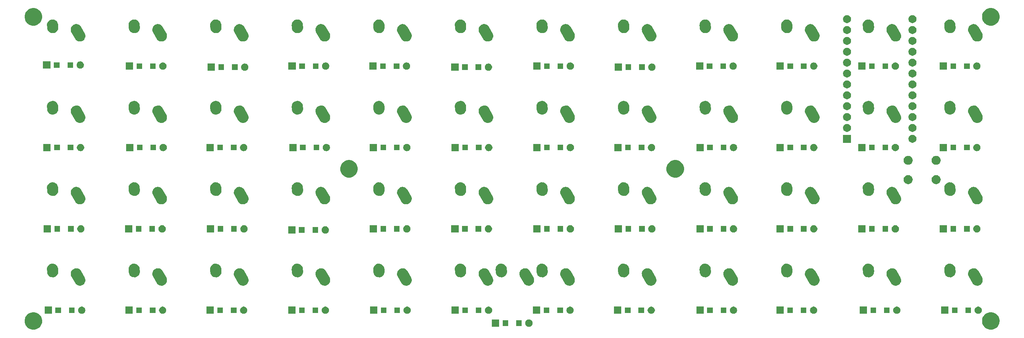
<source format=gts>
G04 #@! TF.GenerationSoftware,KiCad,Pcbnew,(5.0.2-5-10.14)*
G04 #@! TF.CreationDate,2019-03-11T11:17:44+02:00*
G04 #@! TF.ProjectId,1_proto,315f7072-6f74-46f2-9e6b-696361645f70,rev?*
G04 #@! TF.SameCoordinates,Original*
G04 #@! TF.FileFunction,Soldermask,Top*
G04 #@! TF.FilePolarity,Negative*
%FSLAX46Y46*%
G04 Gerber Fmt 4.6, Leading zero omitted, Abs format (unit mm)*
G04 Created by KiCad (PCBNEW (5.0.2-5-10.14)) date Monday, March 11, 2019 at 11:17:44 AM*
%MOMM*%
%LPD*%
G01*
G04 APERTURE LIST*
%ADD10C,0.100000*%
G04 APERTURE END LIST*
D10*
G36*
X259598252Y-143527818D02*
X259598254Y-143527819D01*
X259598255Y-143527819D01*
X259971513Y-143682427D01*
X259971514Y-143682428D01*
X260307439Y-143906886D01*
X260593114Y-144192561D01*
X260593116Y-144192564D01*
X260817573Y-144528487D01*
X260972181Y-144901745D01*
X260972182Y-144901748D01*
X261051000Y-145297993D01*
X261051000Y-145702007D01*
X261008398Y-145916184D01*
X260972181Y-146098255D01*
X260817573Y-146471513D01*
X260628723Y-146754146D01*
X260593114Y-146807439D01*
X260307439Y-147093114D01*
X260307436Y-147093116D01*
X259971513Y-147317573D01*
X259598255Y-147472181D01*
X259598254Y-147472181D01*
X259598252Y-147472182D01*
X259202007Y-147551000D01*
X258797993Y-147551000D01*
X258401748Y-147472182D01*
X258401746Y-147472181D01*
X258401745Y-147472181D01*
X258028487Y-147317573D01*
X257692564Y-147093116D01*
X257692561Y-147093114D01*
X257406886Y-146807439D01*
X257371277Y-146754146D01*
X257182427Y-146471513D01*
X257027819Y-146098255D01*
X256991603Y-145916184D01*
X256949000Y-145702007D01*
X256949000Y-145297993D01*
X257027818Y-144901748D01*
X257027819Y-144901745D01*
X257182427Y-144528487D01*
X257406884Y-144192564D01*
X257406886Y-144192561D01*
X257692561Y-143906886D01*
X258028486Y-143682428D01*
X258028487Y-143682427D01*
X258401745Y-143527819D01*
X258401746Y-143527819D01*
X258401748Y-143527818D01*
X258797993Y-143449000D01*
X259202007Y-143449000D01*
X259598252Y-143527818D01*
X259598252Y-143527818D01*
G37*
G36*
X36598252Y-143527818D02*
X36598254Y-143527819D01*
X36598255Y-143527819D01*
X36971513Y-143682427D01*
X36971514Y-143682428D01*
X37307439Y-143906886D01*
X37593114Y-144192561D01*
X37593116Y-144192564D01*
X37817573Y-144528487D01*
X37972181Y-144901745D01*
X37972182Y-144901748D01*
X38051000Y-145297993D01*
X38051000Y-145702007D01*
X38008398Y-145916184D01*
X37972181Y-146098255D01*
X37817573Y-146471513D01*
X37628723Y-146754146D01*
X37593114Y-146807439D01*
X37307439Y-147093114D01*
X37307436Y-147093116D01*
X36971513Y-147317573D01*
X36598255Y-147472181D01*
X36598254Y-147472181D01*
X36598252Y-147472182D01*
X36202007Y-147551000D01*
X35797993Y-147551000D01*
X35401748Y-147472182D01*
X35401746Y-147472181D01*
X35401745Y-147472181D01*
X35028487Y-147317573D01*
X34692564Y-147093116D01*
X34692561Y-147093114D01*
X34406886Y-146807439D01*
X34371277Y-146754146D01*
X34182427Y-146471513D01*
X34027819Y-146098255D01*
X33991603Y-145916184D01*
X33949000Y-145702007D01*
X33949000Y-145297993D01*
X34027818Y-144901748D01*
X34027819Y-144901745D01*
X34182427Y-144528487D01*
X34406884Y-144192564D01*
X34406886Y-144192561D01*
X34692561Y-143906886D01*
X35028486Y-143682428D01*
X35028487Y-143682427D01*
X35401745Y-143527819D01*
X35401746Y-143527819D01*
X35401748Y-143527818D01*
X35797993Y-143449000D01*
X36202007Y-143449000D01*
X36598252Y-143527818D01*
X36598252Y-143527818D01*
G37*
G36*
X151648228Y-145181703D02*
X151803100Y-145245853D01*
X151942481Y-145338985D01*
X152061015Y-145457519D01*
X152154147Y-145596900D01*
X152218297Y-145751772D01*
X152251000Y-145916184D01*
X152251000Y-146083816D01*
X152218297Y-146248228D01*
X152154147Y-146403100D01*
X152061015Y-146542481D01*
X151942481Y-146661015D01*
X151803100Y-146754147D01*
X151648228Y-146818297D01*
X151483816Y-146851000D01*
X151316184Y-146851000D01*
X151151772Y-146818297D01*
X150996900Y-146754147D01*
X150857519Y-146661015D01*
X150738985Y-146542481D01*
X150645853Y-146403100D01*
X150581703Y-146248228D01*
X150549000Y-146083816D01*
X150549000Y-145916184D01*
X150581703Y-145751772D01*
X150645853Y-145596900D01*
X150738985Y-145457519D01*
X150857519Y-145338985D01*
X150996900Y-145245853D01*
X151151772Y-145181703D01*
X151316184Y-145149000D01*
X151483816Y-145149000D01*
X151648228Y-145181703D01*
X151648228Y-145181703D01*
G37*
G36*
X144451000Y-146851000D02*
X142749000Y-146851000D01*
X142749000Y-145149000D01*
X144451000Y-145149000D01*
X144451000Y-146851000D01*
X144451000Y-146851000D01*
G37*
G36*
X149726000Y-146651000D02*
X148424000Y-146651000D01*
X148424000Y-145349000D01*
X149726000Y-145349000D01*
X149726000Y-146651000D01*
X149726000Y-146651000D01*
G37*
G36*
X146576000Y-146651000D02*
X145274000Y-146651000D01*
X145274000Y-145349000D01*
X146576000Y-145349000D01*
X146576000Y-146651000D01*
X146576000Y-146651000D01*
G37*
G36*
X199298228Y-142181703D02*
X199453100Y-142245853D01*
X199592481Y-142338985D01*
X199711015Y-142457519D01*
X199804147Y-142596900D01*
X199868297Y-142751772D01*
X199901000Y-142916184D01*
X199901000Y-143083816D01*
X199868297Y-143248228D01*
X199804147Y-143403100D01*
X199711015Y-143542481D01*
X199592481Y-143661015D01*
X199453100Y-143754147D01*
X199298228Y-143818297D01*
X199133816Y-143851000D01*
X198966184Y-143851000D01*
X198801772Y-143818297D01*
X198646900Y-143754147D01*
X198507519Y-143661015D01*
X198388985Y-143542481D01*
X198295853Y-143403100D01*
X198231703Y-143248228D01*
X198199000Y-143083816D01*
X198199000Y-142916184D01*
X198231703Y-142751772D01*
X198295853Y-142596900D01*
X198388985Y-142457519D01*
X198507519Y-142338985D01*
X198646900Y-142245853D01*
X198801772Y-142181703D01*
X198966184Y-142149000D01*
X199133816Y-142149000D01*
X199298228Y-142181703D01*
X199298228Y-142181703D01*
G37*
G36*
X192101000Y-143851000D02*
X190399000Y-143851000D01*
X190399000Y-142149000D01*
X192101000Y-142149000D01*
X192101000Y-143851000D01*
X192101000Y-143851000D01*
G37*
G36*
X180148228Y-142181703D02*
X180303100Y-142245853D01*
X180442481Y-142338985D01*
X180561015Y-142457519D01*
X180654147Y-142596900D01*
X180718297Y-142751772D01*
X180751000Y-142916184D01*
X180751000Y-143083816D01*
X180718297Y-143248228D01*
X180654147Y-143403100D01*
X180561015Y-143542481D01*
X180442481Y-143661015D01*
X180303100Y-143754147D01*
X180148228Y-143818297D01*
X179983816Y-143851000D01*
X179816184Y-143851000D01*
X179651772Y-143818297D01*
X179496900Y-143754147D01*
X179357519Y-143661015D01*
X179238985Y-143542481D01*
X179145853Y-143403100D01*
X179081703Y-143248228D01*
X179049000Y-143083816D01*
X179049000Y-142916184D01*
X179081703Y-142751772D01*
X179145853Y-142596900D01*
X179238985Y-142457519D01*
X179357519Y-142338985D01*
X179496900Y-142245853D01*
X179651772Y-142181703D01*
X179816184Y-142149000D01*
X179983816Y-142149000D01*
X180148228Y-142181703D01*
X180148228Y-142181703D01*
G37*
G36*
X172951000Y-143851000D02*
X171249000Y-143851000D01*
X171249000Y-142149000D01*
X172951000Y-142149000D01*
X172951000Y-143851000D01*
X172951000Y-143851000D01*
G37*
G36*
X161248228Y-142181703D02*
X161403100Y-142245853D01*
X161542481Y-142338985D01*
X161661015Y-142457519D01*
X161754147Y-142596900D01*
X161818297Y-142751772D01*
X161851000Y-142916184D01*
X161851000Y-143083816D01*
X161818297Y-143248228D01*
X161754147Y-143403100D01*
X161661015Y-143542481D01*
X161542481Y-143661015D01*
X161403100Y-143754147D01*
X161248228Y-143818297D01*
X161083816Y-143851000D01*
X160916184Y-143851000D01*
X160751772Y-143818297D01*
X160596900Y-143754147D01*
X160457519Y-143661015D01*
X160338985Y-143542481D01*
X160245853Y-143403100D01*
X160181703Y-143248228D01*
X160149000Y-143083816D01*
X160149000Y-142916184D01*
X160181703Y-142751772D01*
X160245853Y-142596900D01*
X160338985Y-142457519D01*
X160457519Y-142338985D01*
X160596900Y-142245853D01*
X160751772Y-142181703D01*
X160916184Y-142149000D01*
X161083816Y-142149000D01*
X161248228Y-142181703D01*
X161248228Y-142181703D01*
G37*
G36*
X154051000Y-143851000D02*
X152349000Y-143851000D01*
X152349000Y-142149000D01*
X154051000Y-142149000D01*
X154051000Y-143851000D01*
X154051000Y-143851000D01*
G37*
G36*
X142248228Y-142181703D02*
X142403100Y-142245853D01*
X142542481Y-142338985D01*
X142661015Y-142457519D01*
X142754147Y-142596900D01*
X142818297Y-142751772D01*
X142851000Y-142916184D01*
X142851000Y-143083816D01*
X142818297Y-143248228D01*
X142754147Y-143403100D01*
X142661015Y-143542481D01*
X142542481Y-143661015D01*
X142403100Y-143754147D01*
X142248228Y-143818297D01*
X142083816Y-143851000D01*
X141916184Y-143851000D01*
X141751772Y-143818297D01*
X141596900Y-143754147D01*
X141457519Y-143661015D01*
X141338985Y-143542481D01*
X141245853Y-143403100D01*
X141181703Y-143248228D01*
X141149000Y-143083816D01*
X141149000Y-142916184D01*
X141181703Y-142751772D01*
X141245853Y-142596900D01*
X141338985Y-142457519D01*
X141457519Y-142338985D01*
X141596900Y-142245853D01*
X141751772Y-142181703D01*
X141916184Y-142149000D01*
X142083816Y-142149000D01*
X142248228Y-142181703D01*
X142248228Y-142181703D01*
G37*
G36*
X135051000Y-143851000D02*
X133349000Y-143851000D01*
X133349000Y-142149000D01*
X135051000Y-142149000D01*
X135051000Y-143851000D01*
X135051000Y-143851000D01*
G37*
G36*
X123298228Y-142181703D02*
X123453100Y-142245853D01*
X123592481Y-142338985D01*
X123711015Y-142457519D01*
X123804147Y-142596900D01*
X123868297Y-142751772D01*
X123901000Y-142916184D01*
X123901000Y-143083816D01*
X123868297Y-143248228D01*
X123804147Y-143403100D01*
X123711015Y-143542481D01*
X123592481Y-143661015D01*
X123453100Y-143754147D01*
X123298228Y-143818297D01*
X123133816Y-143851000D01*
X122966184Y-143851000D01*
X122801772Y-143818297D01*
X122646900Y-143754147D01*
X122507519Y-143661015D01*
X122388985Y-143542481D01*
X122295853Y-143403100D01*
X122231703Y-143248228D01*
X122199000Y-143083816D01*
X122199000Y-142916184D01*
X122231703Y-142751772D01*
X122295853Y-142596900D01*
X122388985Y-142457519D01*
X122507519Y-142338985D01*
X122646900Y-142245853D01*
X122801772Y-142181703D01*
X122966184Y-142149000D01*
X123133816Y-142149000D01*
X123298228Y-142181703D01*
X123298228Y-142181703D01*
G37*
G36*
X116101000Y-143851000D02*
X114399000Y-143851000D01*
X114399000Y-142149000D01*
X116101000Y-142149000D01*
X116101000Y-143851000D01*
X116101000Y-143851000D01*
G37*
G36*
X104248228Y-142181703D02*
X104403100Y-142245853D01*
X104542481Y-142338985D01*
X104661015Y-142457519D01*
X104754147Y-142596900D01*
X104818297Y-142751772D01*
X104851000Y-142916184D01*
X104851000Y-143083816D01*
X104818297Y-143248228D01*
X104754147Y-143403100D01*
X104661015Y-143542481D01*
X104542481Y-143661015D01*
X104403100Y-143754147D01*
X104248228Y-143818297D01*
X104083816Y-143851000D01*
X103916184Y-143851000D01*
X103751772Y-143818297D01*
X103596900Y-143754147D01*
X103457519Y-143661015D01*
X103338985Y-143542481D01*
X103245853Y-143403100D01*
X103181703Y-143248228D01*
X103149000Y-143083816D01*
X103149000Y-142916184D01*
X103181703Y-142751772D01*
X103245853Y-142596900D01*
X103338985Y-142457519D01*
X103457519Y-142338985D01*
X103596900Y-142245853D01*
X103751772Y-142181703D01*
X103916184Y-142149000D01*
X104083816Y-142149000D01*
X104248228Y-142181703D01*
X104248228Y-142181703D01*
G37*
G36*
X97051000Y-143851000D02*
X95349000Y-143851000D01*
X95349000Y-142149000D01*
X97051000Y-142149000D01*
X97051000Y-143851000D01*
X97051000Y-143851000D01*
G37*
G36*
X85223228Y-142181703D02*
X85378100Y-142245853D01*
X85517481Y-142338985D01*
X85636015Y-142457519D01*
X85729147Y-142596900D01*
X85793297Y-142751772D01*
X85826000Y-142916184D01*
X85826000Y-143083816D01*
X85793297Y-143248228D01*
X85729147Y-143403100D01*
X85636015Y-143542481D01*
X85517481Y-143661015D01*
X85378100Y-143754147D01*
X85223228Y-143818297D01*
X85058816Y-143851000D01*
X84891184Y-143851000D01*
X84726772Y-143818297D01*
X84571900Y-143754147D01*
X84432519Y-143661015D01*
X84313985Y-143542481D01*
X84220853Y-143403100D01*
X84156703Y-143248228D01*
X84124000Y-143083816D01*
X84124000Y-142916184D01*
X84156703Y-142751772D01*
X84220853Y-142596900D01*
X84313985Y-142457519D01*
X84432519Y-142338985D01*
X84571900Y-142245853D01*
X84726772Y-142181703D01*
X84891184Y-142149000D01*
X85058816Y-142149000D01*
X85223228Y-142181703D01*
X85223228Y-142181703D01*
G37*
G36*
X78026000Y-143851000D02*
X76324000Y-143851000D01*
X76324000Y-142149000D01*
X78026000Y-142149000D01*
X78026000Y-143851000D01*
X78026000Y-143851000D01*
G37*
G36*
X66348228Y-142181703D02*
X66503100Y-142245853D01*
X66642481Y-142338985D01*
X66761015Y-142457519D01*
X66854147Y-142596900D01*
X66918297Y-142751772D01*
X66951000Y-142916184D01*
X66951000Y-143083816D01*
X66918297Y-143248228D01*
X66854147Y-143403100D01*
X66761015Y-143542481D01*
X66642481Y-143661015D01*
X66503100Y-143754147D01*
X66348228Y-143818297D01*
X66183816Y-143851000D01*
X66016184Y-143851000D01*
X65851772Y-143818297D01*
X65696900Y-143754147D01*
X65557519Y-143661015D01*
X65438985Y-143542481D01*
X65345853Y-143403100D01*
X65281703Y-143248228D01*
X65249000Y-143083816D01*
X65249000Y-142916184D01*
X65281703Y-142751772D01*
X65345853Y-142596900D01*
X65438985Y-142457519D01*
X65557519Y-142338985D01*
X65696900Y-142245853D01*
X65851772Y-142181703D01*
X66016184Y-142149000D01*
X66183816Y-142149000D01*
X66348228Y-142181703D01*
X66348228Y-142181703D01*
G37*
G36*
X59151000Y-143851000D02*
X57449000Y-143851000D01*
X57449000Y-142149000D01*
X59151000Y-142149000D01*
X59151000Y-143851000D01*
X59151000Y-143851000D01*
G37*
G36*
X47498228Y-142181703D02*
X47653100Y-142245853D01*
X47792481Y-142338985D01*
X47911015Y-142457519D01*
X48004147Y-142596900D01*
X48068297Y-142751772D01*
X48101000Y-142916184D01*
X48101000Y-143083816D01*
X48068297Y-143248228D01*
X48004147Y-143403100D01*
X47911015Y-143542481D01*
X47792481Y-143661015D01*
X47653100Y-143754147D01*
X47498228Y-143818297D01*
X47333816Y-143851000D01*
X47166184Y-143851000D01*
X47001772Y-143818297D01*
X46846900Y-143754147D01*
X46707519Y-143661015D01*
X46588985Y-143542481D01*
X46495853Y-143403100D01*
X46431703Y-143248228D01*
X46399000Y-143083816D01*
X46399000Y-142916184D01*
X46431703Y-142751772D01*
X46495853Y-142596900D01*
X46588985Y-142457519D01*
X46707519Y-142338985D01*
X46846900Y-142245853D01*
X47001772Y-142181703D01*
X47166184Y-142149000D01*
X47333816Y-142149000D01*
X47498228Y-142181703D01*
X47498228Y-142181703D01*
G37*
G36*
X40301000Y-143851000D02*
X38599000Y-143851000D01*
X38599000Y-142149000D01*
X40301000Y-142149000D01*
X40301000Y-143851000D01*
X40301000Y-143851000D01*
G37*
G36*
X237348228Y-142181703D02*
X237503100Y-142245853D01*
X237642481Y-142338985D01*
X237761015Y-142457519D01*
X237854147Y-142596900D01*
X237918297Y-142751772D01*
X237951000Y-142916184D01*
X237951000Y-143083816D01*
X237918297Y-143248228D01*
X237854147Y-143403100D01*
X237761015Y-143542481D01*
X237642481Y-143661015D01*
X237503100Y-143754147D01*
X237348228Y-143818297D01*
X237183816Y-143851000D01*
X237016184Y-143851000D01*
X236851772Y-143818297D01*
X236696900Y-143754147D01*
X236557519Y-143661015D01*
X236438985Y-143542481D01*
X236345853Y-143403100D01*
X236281703Y-143248228D01*
X236249000Y-143083816D01*
X236249000Y-142916184D01*
X236281703Y-142751772D01*
X236345853Y-142596900D01*
X236438985Y-142457519D01*
X236557519Y-142338985D01*
X236696900Y-142245853D01*
X236851772Y-142181703D01*
X237016184Y-142149000D01*
X237183816Y-142149000D01*
X237348228Y-142181703D01*
X237348228Y-142181703D01*
G37*
G36*
X230151000Y-143851000D02*
X228449000Y-143851000D01*
X228449000Y-142149000D01*
X230151000Y-142149000D01*
X230151000Y-143851000D01*
X230151000Y-143851000D01*
G37*
G36*
X217973228Y-142181703D02*
X218128100Y-142245853D01*
X218267481Y-142338985D01*
X218386015Y-142457519D01*
X218479147Y-142596900D01*
X218543297Y-142751772D01*
X218576000Y-142916184D01*
X218576000Y-143083816D01*
X218543297Y-143248228D01*
X218479147Y-143403100D01*
X218386015Y-143542481D01*
X218267481Y-143661015D01*
X218128100Y-143754147D01*
X217973228Y-143818297D01*
X217808816Y-143851000D01*
X217641184Y-143851000D01*
X217476772Y-143818297D01*
X217321900Y-143754147D01*
X217182519Y-143661015D01*
X217063985Y-143542481D01*
X216970853Y-143403100D01*
X216906703Y-143248228D01*
X216874000Y-143083816D01*
X216874000Y-142916184D01*
X216906703Y-142751772D01*
X216970853Y-142596900D01*
X217063985Y-142457519D01*
X217182519Y-142338985D01*
X217321900Y-142245853D01*
X217476772Y-142181703D01*
X217641184Y-142149000D01*
X217808816Y-142149000D01*
X217973228Y-142181703D01*
X217973228Y-142181703D01*
G37*
G36*
X210776000Y-143851000D02*
X209074000Y-143851000D01*
X209074000Y-142149000D01*
X210776000Y-142149000D01*
X210776000Y-143851000D01*
X210776000Y-143851000D01*
G37*
G36*
X256298228Y-142181703D02*
X256453100Y-142245853D01*
X256592481Y-142338985D01*
X256711015Y-142457519D01*
X256804147Y-142596900D01*
X256868297Y-142751772D01*
X256901000Y-142916184D01*
X256901000Y-143083816D01*
X256868297Y-143248228D01*
X256804147Y-143403100D01*
X256711015Y-143542481D01*
X256592481Y-143661015D01*
X256453100Y-143754147D01*
X256298228Y-143818297D01*
X256133816Y-143851000D01*
X255966184Y-143851000D01*
X255801772Y-143818297D01*
X255646900Y-143754147D01*
X255507519Y-143661015D01*
X255388985Y-143542481D01*
X255295853Y-143403100D01*
X255231703Y-143248228D01*
X255199000Y-143083816D01*
X255199000Y-142916184D01*
X255231703Y-142751772D01*
X255295853Y-142596900D01*
X255388985Y-142457519D01*
X255507519Y-142338985D01*
X255646900Y-142245853D01*
X255801772Y-142181703D01*
X255966184Y-142149000D01*
X256133816Y-142149000D01*
X256298228Y-142181703D01*
X256298228Y-142181703D01*
G37*
G36*
X249101000Y-143851000D02*
X247399000Y-143851000D01*
X247399000Y-142149000D01*
X249101000Y-142149000D01*
X249101000Y-143851000D01*
X249101000Y-143851000D01*
G37*
G36*
X254376000Y-143651000D02*
X253074000Y-143651000D01*
X253074000Y-142349000D01*
X254376000Y-142349000D01*
X254376000Y-143651000D01*
X254376000Y-143651000D01*
G37*
G36*
X42426000Y-143651000D02*
X41124000Y-143651000D01*
X41124000Y-142349000D01*
X42426000Y-142349000D01*
X42426000Y-143651000D01*
X42426000Y-143651000D01*
G37*
G36*
X45576000Y-143651000D02*
X44274000Y-143651000D01*
X44274000Y-142349000D01*
X45576000Y-142349000D01*
X45576000Y-143651000D01*
X45576000Y-143651000D01*
G37*
G36*
X61276000Y-143651000D02*
X59974000Y-143651000D01*
X59974000Y-142349000D01*
X61276000Y-142349000D01*
X61276000Y-143651000D01*
X61276000Y-143651000D01*
G37*
G36*
X64426000Y-143651000D02*
X63124000Y-143651000D01*
X63124000Y-142349000D01*
X64426000Y-142349000D01*
X64426000Y-143651000D01*
X64426000Y-143651000D01*
G37*
G36*
X80151000Y-143651000D02*
X78849000Y-143651000D01*
X78849000Y-142349000D01*
X80151000Y-142349000D01*
X80151000Y-143651000D01*
X80151000Y-143651000D01*
G37*
G36*
X83301000Y-143651000D02*
X81999000Y-143651000D01*
X81999000Y-142349000D01*
X83301000Y-142349000D01*
X83301000Y-143651000D01*
X83301000Y-143651000D01*
G37*
G36*
X99176000Y-143651000D02*
X97874000Y-143651000D01*
X97874000Y-142349000D01*
X99176000Y-142349000D01*
X99176000Y-143651000D01*
X99176000Y-143651000D01*
G37*
G36*
X102326000Y-143651000D02*
X101024000Y-143651000D01*
X101024000Y-142349000D01*
X102326000Y-142349000D01*
X102326000Y-143651000D01*
X102326000Y-143651000D01*
G37*
G36*
X118226000Y-143651000D02*
X116924000Y-143651000D01*
X116924000Y-142349000D01*
X118226000Y-142349000D01*
X118226000Y-143651000D01*
X118226000Y-143651000D01*
G37*
G36*
X121376000Y-143651000D02*
X120074000Y-143651000D01*
X120074000Y-142349000D01*
X121376000Y-142349000D01*
X121376000Y-143651000D01*
X121376000Y-143651000D01*
G37*
G36*
X137176000Y-143651000D02*
X135874000Y-143651000D01*
X135874000Y-142349000D01*
X137176000Y-142349000D01*
X137176000Y-143651000D01*
X137176000Y-143651000D01*
G37*
G36*
X140326000Y-143651000D02*
X139024000Y-143651000D01*
X139024000Y-142349000D01*
X140326000Y-142349000D01*
X140326000Y-143651000D01*
X140326000Y-143651000D01*
G37*
G36*
X156176000Y-143651000D02*
X154874000Y-143651000D01*
X154874000Y-142349000D01*
X156176000Y-142349000D01*
X156176000Y-143651000D01*
X156176000Y-143651000D01*
G37*
G36*
X159326000Y-143651000D02*
X158024000Y-143651000D01*
X158024000Y-142349000D01*
X159326000Y-142349000D01*
X159326000Y-143651000D01*
X159326000Y-143651000D01*
G37*
G36*
X175076000Y-143651000D02*
X173774000Y-143651000D01*
X173774000Y-142349000D01*
X175076000Y-142349000D01*
X175076000Y-143651000D01*
X175076000Y-143651000D01*
G37*
G36*
X178226000Y-143651000D02*
X176924000Y-143651000D01*
X176924000Y-142349000D01*
X178226000Y-142349000D01*
X178226000Y-143651000D01*
X178226000Y-143651000D01*
G37*
G36*
X194226000Y-143651000D02*
X192924000Y-143651000D01*
X192924000Y-142349000D01*
X194226000Y-142349000D01*
X194226000Y-143651000D01*
X194226000Y-143651000D01*
G37*
G36*
X197376000Y-143651000D02*
X196074000Y-143651000D01*
X196074000Y-142349000D01*
X197376000Y-142349000D01*
X197376000Y-143651000D01*
X197376000Y-143651000D01*
G37*
G36*
X212901000Y-143651000D02*
X211599000Y-143651000D01*
X211599000Y-142349000D01*
X212901000Y-142349000D01*
X212901000Y-143651000D01*
X212901000Y-143651000D01*
G37*
G36*
X216051000Y-143651000D02*
X214749000Y-143651000D01*
X214749000Y-142349000D01*
X216051000Y-142349000D01*
X216051000Y-143651000D01*
X216051000Y-143651000D01*
G37*
G36*
X232276000Y-143651000D02*
X230974000Y-143651000D01*
X230974000Y-142349000D01*
X232276000Y-142349000D01*
X232276000Y-143651000D01*
X232276000Y-143651000D01*
G37*
G36*
X235426000Y-143651000D02*
X234124000Y-143651000D01*
X234124000Y-142349000D01*
X235426000Y-142349000D01*
X235426000Y-143651000D01*
X235426000Y-143651000D01*
G37*
G36*
X251226000Y-143651000D02*
X249924000Y-143651000D01*
X249924000Y-142349000D01*
X251226000Y-142349000D01*
X251226000Y-143651000D01*
X251226000Y-143651000D01*
G37*
G36*
X160222203Y-133218198D02*
X160358790Y-133243081D01*
X160566044Y-133325035D01*
X160597108Y-133337318D01*
X160597109Y-133337319D01*
X160597110Y-133337319D01*
X160812460Y-133476235D01*
X160812463Y-133476238D01*
X160996579Y-133654503D01*
X161105846Y-133812451D01*
X161978813Y-135384089D01*
X162055166Y-135560320D01*
X162055167Y-135560323D01*
X162055167Y-135560324D01*
X162109214Y-135810826D01*
X162111362Y-135943921D01*
X162113351Y-136067072D01*
X162092301Y-136182610D01*
X162067418Y-136319197D01*
X161973180Y-136557517D01*
X161834264Y-136772867D01*
X161655996Y-136956986D01*
X161445240Y-137102785D01*
X161317849Y-137157977D01*
X161210086Y-137204667D01*
X161210083Y-137204668D01*
X161210082Y-137204668D01*
X160959580Y-137258715D01*
X160826485Y-137260863D01*
X160703334Y-137262852D01*
X160587796Y-137241802D01*
X160451209Y-137216919D01*
X160212892Y-137122683D01*
X159997538Y-136983763D01*
X159813421Y-136805497D01*
X159790848Y-136772867D01*
X159704154Y-136647549D01*
X158831187Y-135075910D01*
X158754834Y-134899679D01*
X158754833Y-134899675D01*
X158700786Y-134649173D01*
X158698638Y-134516079D01*
X158696649Y-134392928D01*
X158717699Y-134277390D01*
X158742582Y-134140803D01*
X158836820Y-133902483D01*
X158975736Y-133687133D01*
X159154004Y-133503014D01*
X159364760Y-133357215D01*
X159492151Y-133302023D01*
X159599914Y-133255333D01*
X159599917Y-133255332D01*
X159599918Y-133255332D01*
X159850420Y-133201285D01*
X159983514Y-133199137D01*
X160106665Y-133197148D01*
X160222203Y-133218198D01*
X160222203Y-133218198D01*
G37*
G36*
X141222203Y-133218198D02*
X141358790Y-133243081D01*
X141566044Y-133325035D01*
X141597108Y-133337318D01*
X141597109Y-133337319D01*
X141597110Y-133337319D01*
X141812460Y-133476235D01*
X141812463Y-133476238D01*
X141996579Y-133654503D01*
X142105846Y-133812451D01*
X142978813Y-135384089D01*
X143055166Y-135560320D01*
X143055167Y-135560323D01*
X143055167Y-135560324D01*
X143109214Y-135810826D01*
X143111362Y-135943921D01*
X143113351Y-136067072D01*
X143092301Y-136182610D01*
X143067418Y-136319197D01*
X142973180Y-136557517D01*
X142834264Y-136772867D01*
X142655996Y-136956986D01*
X142445240Y-137102785D01*
X142317849Y-137157977D01*
X142210086Y-137204667D01*
X142210083Y-137204668D01*
X142210082Y-137204668D01*
X141959580Y-137258715D01*
X141826485Y-137260863D01*
X141703334Y-137262852D01*
X141587796Y-137241802D01*
X141451209Y-137216919D01*
X141212892Y-137122683D01*
X140997538Y-136983763D01*
X140813421Y-136805497D01*
X140790848Y-136772867D01*
X140704154Y-136647549D01*
X139831187Y-135075910D01*
X139754834Y-134899679D01*
X139754833Y-134899675D01*
X139700786Y-134649173D01*
X139698638Y-134516079D01*
X139696649Y-134392928D01*
X139717699Y-134277390D01*
X139742582Y-134140803D01*
X139836820Y-133902483D01*
X139975736Y-133687133D01*
X140154004Y-133503014D01*
X140364760Y-133357215D01*
X140492151Y-133302023D01*
X140599914Y-133255333D01*
X140599917Y-133255332D01*
X140599918Y-133255332D01*
X140850420Y-133201285D01*
X140983514Y-133199137D01*
X141106665Y-133197148D01*
X141222203Y-133218198D01*
X141222203Y-133218198D01*
G37*
G36*
X150722203Y-133218198D02*
X150858790Y-133243081D01*
X151066044Y-133325035D01*
X151097108Y-133337318D01*
X151097109Y-133337319D01*
X151097110Y-133337319D01*
X151312460Y-133476235D01*
X151312463Y-133476238D01*
X151496579Y-133654503D01*
X151605846Y-133812451D01*
X152478813Y-135384089D01*
X152555166Y-135560320D01*
X152555167Y-135560323D01*
X152555167Y-135560324D01*
X152609214Y-135810826D01*
X152611362Y-135943921D01*
X152613351Y-136067072D01*
X152592301Y-136182610D01*
X152567418Y-136319197D01*
X152473180Y-136557517D01*
X152334264Y-136772867D01*
X152155996Y-136956986D01*
X151945240Y-137102785D01*
X151817849Y-137157977D01*
X151710086Y-137204667D01*
X151710083Y-137204668D01*
X151710082Y-137204668D01*
X151459580Y-137258715D01*
X151326485Y-137260863D01*
X151203334Y-137262852D01*
X151087796Y-137241802D01*
X150951209Y-137216919D01*
X150712892Y-137122683D01*
X150497538Y-136983763D01*
X150313421Y-136805497D01*
X150290848Y-136772867D01*
X150204154Y-136647549D01*
X149331187Y-135075910D01*
X149254834Y-134899679D01*
X149254833Y-134899675D01*
X149200786Y-134649173D01*
X149198638Y-134516079D01*
X149196649Y-134392928D01*
X149217699Y-134277390D01*
X149242582Y-134140803D01*
X149336820Y-133902483D01*
X149475736Y-133687133D01*
X149654004Y-133503014D01*
X149864760Y-133357215D01*
X149992151Y-133302023D01*
X150099914Y-133255333D01*
X150099917Y-133255332D01*
X150099918Y-133255332D01*
X150350420Y-133201285D01*
X150483514Y-133199137D01*
X150606665Y-133197148D01*
X150722203Y-133218198D01*
X150722203Y-133218198D01*
G37*
G36*
X217222203Y-133218198D02*
X217358790Y-133243081D01*
X217566044Y-133325035D01*
X217597108Y-133337318D01*
X217597109Y-133337319D01*
X217597110Y-133337319D01*
X217812460Y-133476235D01*
X217812463Y-133476238D01*
X217996579Y-133654503D01*
X218105846Y-133812451D01*
X218978813Y-135384089D01*
X219055166Y-135560320D01*
X219055167Y-135560323D01*
X219055167Y-135560324D01*
X219109214Y-135810826D01*
X219111362Y-135943921D01*
X219113351Y-136067072D01*
X219092301Y-136182610D01*
X219067418Y-136319197D01*
X218973180Y-136557517D01*
X218834264Y-136772867D01*
X218655996Y-136956986D01*
X218445240Y-137102785D01*
X218317849Y-137157977D01*
X218210086Y-137204667D01*
X218210083Y-137204668D01*
X218210082Y-137204668D01*
X217959580Y-137258715D01*
X217826485Y-137260863D01*
X217703334Y-137262852D01*
X217587796Y-137241802D01*
X217451209Y-137216919D01*
X217212892Y-137122683D01*
X216997538Y-136983763D01*
X216813421Y-136805497D01*
X216790848Y-136772867D01*
X216704154Y-136647549D01*
X215831187Y-135075910D01*
X215754834Y-134899679D01*
X215754833Y-134899675D01*
X215700786Y-134649173D01*
X215698638Y-134516079D01*
X215696649Y-134392928D01*
X215717699Y-134277390D01*
X215742582Y-134140803D01*
X215836820Y-133902483D01*
X215975736Y-133687133D01*
X216154004Y-133503014D01*
X216364760Y-133357215D01*
X216492151Y-133302023D01*
X216599914Y-133255333D01*
X216599917Y-133255332D01*
X216599918Y-133255332D01*
X216850420Y-133201285D01*
X216983514Y-133199137D01*
X217106665Y-133197148D01*
X217222203Y-133218198D01*
X217222203Y-133218198D01*
G37*
G36*
X198222203Y-133218198D02*
X198358790Y-133243081D01*
X198566044Y-133325035D01*
X198597108Y-133337318D01*
X198597109Y-133337319D01*
X198597110Y-133337319D01*
X198812460Y-133476235D01*
X198812463Y-133476238D01*
X198996579Y-133654503D01*
X199105846Y-133812451D01*
X199978813Y-135384089D01*
X200055166Y-135560320D01*
X200055167Y-135560323D01*
X200055167Y-135560324D01*
X200109214Y-135810826D01*
X200111362Y-135943921D01*
X200113351Y-136067072D01*
X200092301Y-136182610D01*
X200067418Y-136319197D01*
X199973180Y-136557517D01*
X199834264Y-136772867D01*
X199655996Y-136956986D01*
X199445240Y-137102785D01*
X199317849Y-137157977D01*
X199210086Y-137204667D01*
X199210083Y-137204668D01*
X199210082Y-137204668D01*
X198959580Y-137258715D01*
X198826485Y-137260863D01*
X198703334Y-137262852D01*
X198587796Y-137241802D01*
X198451209Y-137216919D01*
X198212892Y-137122683D01*
X197997538Y-136983763D01*
X197813421Y-136805497D01*
X197790848Y-136772867D01*
X197704154Y-136647549D01*
X196831187Y-135075910D01*
X196754834Y-134899679D01*
X196754833Y-134899675D01*
X196700786Y-134649173D01*
X196698638Y-134516079D01*
X196696649Y-134392928D01*
X196717699Y-134277390D01*
X196742582Y-134140803D01*
X196836820Y-133902483D01*
X196975736Y-133687133D01*
X197154004Y-133503014D01*
X197364760Y-133357215D01*
X197492151Y-133302023D01*
X197599914Y-133255333D01*
X197599917Y-133255332D01*
X197599918Y-133255332D01*
X197850420Y-133201285D01*
X197983514Y-133199137D01*
X198106665Y-133197148D01*
X198222203Y-133218198D01*
X198222203Y-133218198D01*
G37*
G36*
X236222203Y-133218198D02*
X236358790Y-133243081D01*
X236566044Y-133325035D01*
X236597108Y-133337318D01*
X236597109Y-133337319D01*
X236597110Y-133337319D01*
X236812460Y-133476235D01*
X236812463Y-133476238D01*
X236996579Y-133654503D01*
X237105846Y-133812451D01*
X237978813Y-135384089D01*
X238055166Y-135560320D01*
X238055167Y-135560323D01*
X238055167Y-135560324D01*
X238109214Y-135810826D01*
X238111362Y-135943921D01*
X238113351Y-136067072D01*
X238092301Y-136182610D01*
X238067418Y-136319197D01*
X237973180Y-136557517D01*
X237834264Y-136772867D01*
X237655996Y-136956986D01*
X237445240Y-137102785D01*
X237317849Y-137157977D01*
X237210086Y-137204667D01*
X237210083Y-137204668D01*
X237210082Y-137204668D01*
X236959580Y-137258715D01*
X236826485Y-137260863D01*
X236703334Y-137262852D01*
X236587796Y-137241802D01*
X236451209Y-137216919D01*
X236212892Y-137122683D01*
X235997538Y-136983763D01*
X235813421Y-136805497D01*
X235790848Y-136772867D01*
X235704154Y-136647549D01*
X234831187Y-135075910D01*
X234754834Y-134899679D01*
X234754833Y-134899675D01*
X234700786Y-134649173D01*
X234698638Y-134516079D01*
X234696649Y-134392928D01*
X234717699Y-134277390D01*
X234742582Y-134140803D01*
X234836820Y-133902483D01*
X234975736Y-133687133D01*
X235154004Y-133503014D01*
X235364760Y-133357215D01*
X235492151Y-133302023D01*
X235599914Y-133255333D01*
X235599917Y-133255332D01*
X235599918Y-133255332D01*
X235850420Y-133201285D01*
X235983514Y-133199137D01*
X236106665Y-133197148D01*
X236222203Y-133218198D01*
X236222203Y-133218198D01*
G37*
G36*
X179222203Y-133218198D02*
X179358790Y-133243081D01*
X179566044Y-133325035D01*
X179597108Y-133337318D01*
X179597109Y-133337319D01*
X179597110Y-133337319D01*
X179812460Y-133476235D01*
X179812463Y-133476238D01*
X179996579Y-133654503D01*
X180105846Y-133812451D01*
X180978813Y-135384089D01*
X181055166Y-135560320D01*
X181055167Y-135560323D01*
X181055167Y-135560324D01*
X181109214Y-135810826D01*
X181111362Y-135943921D01*
X181113351Y-136067072D01*
X181092301Y-136182610D01*
X181067418Y-136319197D01*
X180973180Y-136557517D01*
X180834264Y-136772867D01*
X180655996Y-136956986D01*
X180445240Y-137102785D01*
X180317849Y-137157977D01*
X180210086Y-137204667D01*
X180210083Y-137204668D01*
X180210082Y-137204668D01*
X179959580Y-137258715D01*
X179826485Y-137260863D01*
X179703334Y-137262852D01*
X179587796Y-137241802D01*
X179451209Y-137216919D01*
X179212892Y-137122683D01*
X178997538Y-136983763D01*
X178813421Y-136805497D01*
X178790848Y-136772867D01*
X178704154Y-136647549D01*
X177831187Y-135075910D01*
X177754834Y-134899679D01*
X177754833Y-134899675D01*
X177700786Y-134649173D01*
X177698638Y-134516079D01*
X177696649Y-134392928D01*
X177717699Y-134277390D01*
X177742582Y-134140803D01*
X177836820Y-133902483D01*
X177975736Y-133687133D01*
X178154004Y-133503014D01*
X178364760Y-133357215D01*
X178492151Y-133302023D01*
X178599914Y-133255333D01*
X178599917Y-133255332D01*
X178599918Y-133255332D01*
X178850420Y-133201285D01*
X178983514Y-133199137D01*
X179106665Y-133197148D01*
X179222203Y-133218198D01*
X179222203Y-133218198D01*
G37*
G36*
X255222203Y-133218198D02*
X255358790Y-133243081D01*
X255566044Y-133325035D01*
X255597108Y-133337318D01*
X255597109Y-133337319D01*
X255597110Y-133337319D01*
X255812460Y-133476235D01*
X255812463Y-133476238D01*
X255996579Y-133654503D01*
X256105846Y-133812451D01*
X256978813Y-135384089D01*
X257055166Y-135560320D01*
X257055167Y-135560323D01*
X257055167Y-135560324D01*
X257109214Y-135810826D01*
X257111362Y-135943921D01*
X257113351Y-136067072D01*
X257092301Y-136182610D01*
X257067418Y-136319197D01*
X256973180Y-136557517D01*
X256834264Y-136772867D01*
X256655996Y-136956986D01*
X256445240Y-137102785D01*
X256317849Y-137157977D01*
X256210086Y-137204667D01*
X256210083Y-137204668D01*
X256210082Y-137204668D01*
X255959580Y-137258715D01*
X255826485Y-137260863D01*
X255703334Y-137262852D01*
X255587796Y-137241802D01*
X255451209Y-137216919D01*
X255212892Y-137122683D01*
X254997538Y-136983763D01*
X254813421Y-136805497D01*
X254790848Y-136772867D01*
X254704154Y-136647549D01*
X253831187Y-135075910D01*
X253754834Y-134899679D01*
X253754833Y-134899675D01*
X253700786Y-134649173D01*
X253698638Y-134516079D01*
X253696649Y-134392928D01*
X253717699Y-134277390D01*
X253742582Y-134140803D01*
X253836820Y-133902483D01*
X253975736Y-133687133D01*
X254154004Y-133503014D01*
X254364760Y-133357215D01*
X254492151Y-133302023D01*
X254599914Y-133255333D01*
X254599917Y-133255332D01*
X254599918Y-133255332D01*
X254850420Y-133201285D01*
X254983514Y-133199137D01*
X255106665Y-133197148D01*
X255222203Y-133218198D01*
X255222203Y-133218198D01*
G37*
G36*
X122222203Y-133218198D02*
X122358790Y-133243081D01*
X122566044Y-133325035D01*
X122597108Y-133337318D01*
X122597109Y-133337319D01*
X122597110Y-133337319D01*
X122812460Y-133476235D01*
X122812463Y-133476238D01*
X122996579Y-133654503D01*
X123105846Y-133812451D01*
X123978813Y-135384089D01*
X124055166Y-135560320D01*
X124055167Y-135560323D01*
X124055167Y-135560324D01*
X124109214Y-135810826D01*
X124111362Y-135943921D01*
X124113351Y-136067072D01*
X124092301Y-136182610D01*
X124067418Y-136319197D01*
X123973180Y-136557517D01*
X123834264Y-136772867D01*
X123655996Y-136956986D01*
X123445240Y-137102785D01*
X123317849Y-137157977D01*
X123210086Y-137204667D01*
X123210083Y-137204668D01*
X123210082Y-137204668D01*
X122959580Y-137258715D01*
X122826485Y-137260863D01*
X122703334Y-137262852D01*
X122587796Y-137241802D01*
X122451209Y-137216919D01*
X122212892Y-137122683D01*
X121997538Y-136983763D01*
X121813421Y-136805497D01*
X121790848Y-136772867D01*
X121704154Y-136647549D01*
X120831187Y-135075910D01*
X120754834Y-134899679D01*
X120754833Y-134899675D01*
X120700786Y-134649173D01*
X120698638Y-134516079D01*
X120696649Y-134392928D01*
X120717699Y-134277390D01*
X120742582Y-134140803D01*
X120836820Y-133902483D01*
X120975736Y-133687133D01*
X121154004Y-133503014D01*
X121364760Y-133357215D01*
X121492151Y-133302023D01*
X121599914Y-133255333D01*
X121599917Y-133255332D01*
X121599918Y-133255332D01*
X121850420Y-133201285D01*
X121983514Y-133199137D01*
X122106665Y-133197148D01*
X122222203Y-133218198D01*
X122222203Y-133218198D01*
G37*
G36*
X103222203Y-133218198D02*
X103358790Y-133243081D01*
X103566044Y-133325035D01*
X103597108Y-133337318D01*
X103597109Y-133337319D01*
X103597110Y-133337319D01*
X103812460Y-133476235D01*
X103812463Y-133476238D01*
X103996579Y-133654503D01*
X104105846Y-133812451D01*
X104978813Y-135384089D01*
X105055166Y-135560320D01*
X105055167Y-135560323D01*
X105055167Y-135560324D01*
X105109214Y-135810826D01*
X105111362Y-135943921D01*
X105113351Y-136067072D01*
X105092301Y-136182610D01*
X105067418Y-136319197D01*
X104973180Y-136557517D01*
X104834264Y-136772867D01*
X104655996Y-136956986D01*
X104445240Y-137102785D01*
X104317849Y-137157977D01*
X104210086Y-137204667D01*
X104210083Y-137204668D01*
X104210082Y-137204668D01*
X103959580Y-137258715D01*
X103826485Y-137260863D01*
X103703334Y-137262852D01*
X103587796Y-137241802D01*
X103451209Y-137216919D01*
X103212892Y-137122683D01*
X102997538Y-136983763D01*
X102813421Y-136805497D01*
X102790848Y-136772867D01*
X102704154Y-136647549D01*
X101831187Y-135075910D01*
X101754834Y-134899679D01*
X101754833Y-134899675D01*
X101700786Y-134649173D01*
X101698638Y-134516079D01*
X101696649Y-134392928D01*
X101717699Y-134277390D01*
X101742582Y-134140803D01*
X101836820Y-133902483D01*
X101975736Y-133687133D01*
X102154004Y-133503014D01*
X102364760Y-133357215D01*
X102492151Y-133302023D01*
X102599914Y-133255333D01*
X102599917Y-133255332D01*
X102599918Y-133255332D01*
X102850420Y-133201285D01*
X102983514Y-133199137D01*
X103106665Y-133197148D01*
X103222203Y-133218198D01*
X103222203Y-133218198D01*
G37*
G36*
X84222203Y-133218198D02*
X84358790Y-133243081D01*
X84566044Y-133325035D01*
X84597108Y-133337318D01*
X84597109Y-133337319D01*
X84597110Y-133337319D01*
X84812460Y-133476235D01*
X84812463Y-133476238D01*
X84996579Y-133654503D01*
X85105846Y-133812451D01*
X85978813Y-135384089D01*
X86055166Y-135560320D01*
X86055167Y-135560323D01*
X86055167Y-135560324D01*
X86109214Y-135810826D01*
X86111362Y-135943921D01*
X86113351Y-136067072D01*
X86092301Y-136182610D01*
X86067418Y-136319197D01*
X85973180Y-136557517D01*
X85834264Y-136772867D01*
X85655996Y-136956986D01*
X85445240Y-137102785D01*
X85317849Y-137157977D01*
X85210086Y-137204667D01*
X85210083Y-137204668D01*
X85210082Y-137204668D01*
X84959580Y-137258715D01*
X84826485Y-137260863D01*
X84703334Y-137262852D01*
X84587796Y-137241802D01*
X84451209Y-137216919D01*
X84212892Y-137122683D01*
X83997538Y-136983763D01*
X83813421Y-136805497D01*
X83790848Y-136772867D01*
X83704154Y-136647549D01*
X82831187Y-135075910D01*
X82754834Y-134899679D01*
X82754833Y-134899675D01*
X82700786Y-134649173D01*
X82698638Y-134516079D01*
X82696649Y-134392928D01*
X82717699Y-134277390D01*
X82742582Y-134140803D01*
X82836820Y-133902483D01*
X82975736Y-133687133D01*
X83154004Y-133503014D01*
X83364760Y-133357215D01*
X83492151Y-133302023D01*
X83599914Y-133255333D01*
X83599917Y-133255332D01*
X83599918Y-133255332D01*
X83850420Y-133201285D01*
X83983514Y-133199137D01*
X84106665Y-133197148D01*
X84222203Y-133218198D01*
X84222203Y-133218198D01*
G37*
G36*
X65222203Y-133218198D02*
X65358790Y-133243081D01*
X65566044Y-133325035D01*
X65597108Y-133337318D01*
X65597109Y-133337319D01*
X65597110Y-133337319D01*
X65812460Y-133476235D01*
X65812463Y-133476238D01*
X65996579Y-133654503D01*
X66105846Y-133812451D01*
X66978813Y-135384089D01*
X67055166Y-135560320D01*
X67055167Y-135560323D01*
X67055167Y-135560324D01*
X67109214Y-135810826D01*
X67111362Y-135943921D01*
X67113351Y-136067072D01*
X67092301Y-136182610D01*
X67067418Y-136319197D01*
X66973180Y-136557517D01*
X66834264Y-136772867D01*
X66655996Y-136956986D01*
X66445240Y-137102785D01*
X66317849Y-137157977D01*
X66210086Y-137204667D01*
X66210083Y-137204668D01*
X66210082Y-137204668D01*
X65959580Y-137258715D01*
X65826485Y-137260863D01*
X65703334Y-137262852D01*
X65587796Y-137241802D01*
X65451209Y-137216919D01*
X65212892Y-137122683D01*
X64997538Y-136983763D01*
X64813421Y-136805497D01*
X64790848Y-136772867D01*
X64704154Y-136647549D01*
X63831187Y-135075910D01*
X63754834Y-134899679D01*
X63754833Y-134899675D01*
X63700786Y-134649173D01*
X63698638Y-134516079D01*
X63696649Y-134392928D01*
X63717699Y-134277390D01*
X63742582Y-134140803D01*
X63836820Y-133902483D01*
X63975736Y-133687133D01*
X64154004Y-133503014D01*
X64364760Y-133357215D01*
X64492151Y-133302023D01*
X64599914Y-133255333D01*
X64599917Y-133255332D01*
X64599918Y-133255332D01*
X64850420Y-133201285D01*
X64983514Y-133199137D01*
X65106665Y-133197148D01*
X65222203Y-133218198D01*
X65222203Y-133218198D01*
G37*
G36*
X46222203Y-133218198D02*
X46358790Y-133243081D01*
X46566044Y-133325035D01*
X46597108Y-133337318D01*
X46597109Y-133337319D01*
X46597110Y-133337319D01*
X46812460Y-133476235D01*
X46812463Y-133476238D01*
X46996579Y-133654503D01*
X47105846Y-133812451D01*
X47978813Y-135384089D01*
X48055166Y-135560320D01*
X48055167Y-135560323D01*
X48055167Y-135560324D01*
X48109214Y-135810826D01*
X48111362Y-135943921D01*
X48113351Y-136067072D01*
X48092301Y-136182610D01*
X48067418Y-136319197D01*
X47973180Y-136557517D01*
X47834264Y-136772867D01*
X47655996Y-136956986D01*
X47445240Y-137102785D01*
X47317849Y-137157977D01*
X47210086Y-137204667D01*
X47210083Y-137204668D01*
X47210082Y-137204668D01*
X46959580Y-137258715D01*
X46826485Y-137260863D01*
X46703334Y-137262852D01*
X46587796Y-137241802D01*
X46451209Y-137216919D01*
X46212892Y-137122683D01*
X45997538Y-136983763D01*
X45813421Y-136805497D01*
X45790848Y-136772867D01*
X45704154Y-136647549D01*
X44831187Y-135075910D01*
X44754834Y-134899679D01*
X44754833Y-134899675D01*
X44700786Y-134649173D01*
X44698638Y-134516079D01*
X44696649Y-134392928D01*
X44717699Y-134277390D01*
X44742582Y-134140803D01*
X44836820Y-133902483D01*
X44975736Y-133687133D01*
X45154004Y-133503014D01*
X45364760Y-133357215D01*
X45492151Y-133302023D01*
X45599914Y-133255333D01*
X45599917Y-133255332D01*
X45599918Y-133255332D01*
X45850420Y-133201285D01*
X45983514Y-133199137D01*
X46106665Y-133197148D01*
X46222203Y-133218198D01*
X46222203Y-133218198D01*
G37*
G36*
X97627521Y-132124120D02*
X97877248Y-132181660D01*
X97877249Y-132181661D01*
X97877251Y-132181661D01*
X98110958Y-132286816D01*
X98110960Y-132286818D01*
X98110961Y-132286818D01*
X98319661Y-132435544D01*
X98495335Y-132622130D01*
X98631234Y-132839403D01*
X98631235Y-132839405D01*
X98722135Y-133079017D01*
X98741956Y-133197148D01*
X98753916Y-133268428D01*
X98802058Y-133974606D01*
X98796276Y-134166573D01*
X98744121Y-134392928D01*
X98738735Y-134416303D01*
X98633580Y-134650010D01*
X98605086Y-134689993D01*
X98484852Y-134858713D01*
X98298266Y-135034387D01*
X98080993Y-135170286D01*
X98080991Y-135170287D01*
X97841379Y-135261187D01*
X97588638Y-135303594D01*
X97588635Y-135303594D01*
X97332479Y-135295880D01*
X97082752Y-135238340D01*
X97082751Y-135238339D01*
X97082749Y-135238339D01*
X96849042Y-135133184D01*
X96849039Y-135133182D01*
X96640339Y-134984456D01*
X96464665Y-134797870D01*
X96328766Y-134580597D01*
X96266438Y-134416300D01*
X96237865Y-134340983D01*
X96206084Y-134151571D01*
X96189103Y-133902483D01*
X96157942Y-133445393D01*
X96163724Y-133253428D01*
X96221264Y-133003700D01*
X96221265Y-133003697D01*
X96326420Y-132769990D01*
X96326422Y-132769987D01*
X96475148Y-132561287D01*
X96661734Y-132385613D01*
X96879007Y-132249714D01*
X96879008Y-132249714D01*
X96879009Y-132249713D01*
X97118621Y-132158813D01*
X97371362Y-132116406D01*
X97371365Y-132116406D01*
X97627521Y-132124120D01*
X97627521Y-132124120D01*
G37*
G36*
X154627521Y-132124120D02*
X154877248Y-132181660D01*
X154877249Y-132181661D01*
X154877251Y-132181661D01*
X155110958Y-132286816D01*
X155110960Y-132286818D01*
X155110961Y-132286818D01*
X155319661Y-132435544D01*
X155495335Y-132622130D01*
X155631234Y-132839403D01*
X155631235Y-132839405D01*
X155722135Y-133079017D01*
X155741956Y-133197148D01*
X155753916Y-133268428D01*
X155802058Y-133974606D01*
X155796276Y-134166573D01*
X155744121Y-134392928D01*
X155738735Y-134416303D01*
X155633580Y-134650010D01*
X155605086Y-134689993D01*
X155484852Y-134858713D01*
X155298266Y-135034387D01*
X155080993Y-135170286D01*
X155080991Y-135170287D01*
X154841379Y-135261187D01*
X154588638Y-135303594D01*
X154588635Y-135303594D01*
X154332479Y-135295880D01*
X154082752Y-135238340D01*
X154082751Y-135238339D01*
X154082749Y-135238339D01*
X153849042Y-135133184D01*
X153849039Y-135133182D01*
X153640339Y-134984456D01*
X153464665Y-134797870D01*
X153328766Y-134580597D01*
X153266438Y-134416300D01*
X153237865Y-134340983D01*
X153206084Y-134151571D01*
X153189103Y-133902483D01*
X153157942Y-133445393D01*
X153163724Y-133253428D01*
X153221264Y-133003700D01*
X153221265Y-133003697D01*
X153326420Y-132769990D01*
X153326422Y-132769987D01*
X153475148Y-132561287D01*
X153661734Y-132385613D01*
X153879007Y-132249714D01*
X153879008Y-132249714D01*
X153879009Y-132249713D01*
X154118621Y-132158813D01*
X154371362Y-132116406D01*
X154371365Y-132116406D01*
X154627521Y-132124120D01*
X154627521Y-132124120D01*
G37*
G36*
X145127521Y-132124120D02*
X145377248Y-132181660D01*
X145377249Y-132181661D01*
X145377251Y-132181661D01*
X145610958Y-132286816D01*
X145610960Y-132286818D01*
X145610961Y-132286818D01*
X145819661Y-132435544D01*
X145995335Y-132622130D01*
X146131234Y-132839403D01*
X146131235Y-132839405D01*
X146222135Y-133079017D01*
X146241956Y-133197148D01*
X146253916Y-133268428D01*
X146302058Y-133974606D01*
X146296276Y-134166573D01*
X146244121Y-134392928D01*
X146238735Y-134416303D01*
X146133580Y-134650010D01*
X146105086Y-134689993D01*
X145984852Y-134858713D01*
X145798266Y-135034387D01*
X145580993Y-135170286D01*
X145580991Y-135170287D01*
X145341379Y-135261187D01*
X145088638Y-135303594D01*
X145088635Y-135303594D01*
X144832479Y-135295880D01*
X144582752Y-135238340D01*
X144582751Y-135238339D01*
X144582749Y-135238339D01*
X144349042Y-135133184D01*
X144349039Y-135133182D01*
X144140339Y-134984456D01*
X143964665Y-134797870D01*
X143828766Y-134580597D01*
X143766438Y-134416300D01*
X143737865Y-134340983D01*
X143706084Y-134151571D01*
X143689103Y-133902483D01*
X143657942Y-133445393D01*
X143663724Y-133253428D01*
X143721264Y-133003700D01*
X143721265Y-133003697D01*
X143826420Y-132769990D01*
X143826422Y-132769987D01*
X143975148Y-132561287D01*
X144161734Y-132385613D01*
X144379007Y-132249714D01*
X144379008Y-132249714D01*
X144379009Y-132249713D01*
X144618621Y-132158813D01*
X144871362Y-132116406D01*
X144871365Y-132116406D01*
X145127521Y-132124120D01*
X145127521Y-132124120D01*
G37*
G36*
X116627521Y-132124120D02*
X116877248Y-132181660D01*
X116877249Y-132181661D01*
X116877251Y-132181661D01*
X117110958Y-132286816D01*
X117110960Y-132286818D01*
X117110961Y-132286818D01*
X117319661Y-132435544D01*
X117495335Y-132622130D01*
X117631234Y-132839403D01*
X117631235Y-132839405D01*
X117722135Y-133079017D01*
X117741956Y-133197148D01*
X117753916Y-133268428D01*
X117802058Y-133974606D01*
X117796276Y-134166573D01*
X117744121Y-134392928D01*
X117738735Y-134416303D01*
X117633580Y-134650010D01*
X117605086Y-134689993D01*
X117484852Y-134858713D01*
X117298266Y-135034387D01*
X117080993Y-135170286D01*
X117080991Y-135170287D01*
X116841379Y-135261187D01*
X116588638Y-135303594D01*
X116588635Y-135303594D01*
X116332479Y-135295880D01*
X116082752Y-135238340D01*
X116082751Y-135238339D01*
X116082749Y-135238339D01*
X115849042Y-135133184D01*
X115849039Y-135133182D01*
X115640339Y-134984456D01*
X115464665Y-134797870D01*
X115328766Y-134580597D01*
X115266438Y-134416300D01*
X115237865Y-134340983D01*
X115206084Y-134151571D01*
X115189103Y-133902483D01*
X115157942Y-133445393D01*
X115163724Y-133253428D01*
X115221264Y-133003700D01*
X115221265Y-133003697D01*
X115326420Y-132769990D01*
X115326422Y-132769987D01*
X115475148Y-132561287D01*
X115661734Y-132385613D01*
X115879007Y-132249714D01*
X115879008Y-132249714D01*
X115879009Y-132249713D01*
X116118621Y-132158813D01*
X116371362Y-132116406D01*
X116371365Y-132116406D01*
X116627521Y-132124120D01*
X116627521Y-132124120D01*
G37*
G36*
X135627521Y-132124120D02*
X135877248Y-132181660D01*
X135877249Y-132181661D01*
X135877251Y-132181661D01*
X136110958Y-132286816D01*
X136110960Y-132286818D01*
X136110961Y-132286818D01*
X136319661Y-132435544D01*
X136495335Y-132622130D01*
X136631234Y-132839403D01*
X136631235Y-132839405D01*
X136722135Y-133079017D01*
X136741956Y-133197148D01*
X136753916Y-133268428D01*
X136802058Y-133974606D01*
X136796276Y-134166573D01*
X136744121Y-134392928D01*
X136738735Y-134416303D01*
X136633580Y-134650010D01*
X136605086Y-134689993D01*
X136484852Y-134858713D01*
X136298266Y-135034387D01*
X136080993Y-135170286D01*
X136080991Y-135170287D01*
X135841379Y-135261187D01*
X135588638Y-135303594D01*
X135588635Y-135303594D01*
X135332479Y-135295880D01*
X135082752Y-135238340D01*
X135082751Y-135238339D01*
X135082749Y-135238339D01*
X134849042Y-135133184D01*
X134849039Y-135133182D01*
X134640339Y-134984456D01*
X134464665Y-134797870D01*
X134328766Y-134580597D01*
X134266438Y-134416300D01*
X134237865Y-134340983D01*
X134206084Y-134151571D01*
X134189103Y-133902483D01*
X134157942Y-133445393D01*
X134163724Y-133253428D01*
X134221264Y-133003700D01*
X134221265Y-133003697D01*
X134326420Y-132769990D01*
X134326422Y-132769987D01*
X134475148Y-132561287D01*
X134661734Y-132385613D01*
X134879007Y-132249714D01*
X134879008Y-132249714D01*
X134879009Y-132249713D01*
X135118621Y-132158813D01*
X135371362Y-132116406D01*
X135371365Y-132116406D01*
X135627521Y-132124120D01*
X135627521Y-132124120D01*
G37*
G36*
X211627521Y-132124120D02*
X211877248Y-132181660D01*
X211877249Y-132181661D01*
X211877251Y-132181661D01*
X212110958Y-132286816D01*
X212110960Y-132286818D01*
X212110961Y-132286818D01*
X212319661Y-132435544D01*
X212495335Y-132622130D01*
X212631234Y-132839403D01*
X212631235Y-132839405D01*
X212722135Y-133079017D01*
X212741956Y-133197148D01*
X212753916Y-133268428D01*
X212802058Y-133974606D01*
X212796276Y-134166573D01*
X212744121Y-134392928D01*
X212738735Y-134416303D01*
X212633580Y-134650010D01*
X212605086Y-134689993D01*
X212484852Y-134858713D01*
X212298266Y-135034387D01*
X212080993Y-135170286D01*
X212080991Y-135170287D01*
X211841379Y-135261187D01*
X211588638Y-135303594D01*
X211588635Y-135303594D01*
X211332479Y-135295880D01*
X211082752Y-135238340D01*
X211082751Y-135238339D01*
X211082749Y-135238339D01*
X210849042Y-135133184D01*
X210849039Y-135133182D01*
X210640339Y-134984456D01*
X210464665Y-134797870D01*
X210328766Y-134580597D01*
X210266438Y-134416300D01*
X210237865Y-134340983D01*
X210206084Y-134151571D01*
X210189103Y-133902483D01*
X210157942Y-133445393D01*
X210163724Y-133253428D01*
X210221264Y-133003700D01*
X210221265Y-133003697D01*
X210326420Y-132769990D01*
X210326422Y-132769987D01*
X210475148Y-132561287D01*
X210661734Y-132385613D01*
X210879007Y-132249714D01*
X210879008Y-132249714D01*
X210879009Y-132249713D01*
X211118621Y-132158813D01*
X211371362Y-132116406D01*
X211371365Y-132116406D01*
X211627521Y-132124120D01*
X211627521Y-132124120D01*
G37*
G36*
X230627521Y-132124120D02*
X230877248Y-132181660D01*
X230877249Y-132181661D01*
X230877251Y-132181661D01*
X231110958Y-132286816D01*
X231110960Y-132286818D01*
X231110961Y-132286818D01*
X231319661Y-132435544D01*
X231495335Y-132622130D01*
X231631234Y-132839403D01*
X231631235Y-132839405D01*
X231722135Y-133079017D01*
X231741956Y-133197148D01*
X231753916Y-133268428D01*
X231802058Y-133974606D01*
X231796276Y-134166573D01*
X231744121Y-134392928D01*
X231738735Y-134416303D01*
X231633580Y-134650010D01*
X231605086Y-134689993D01*
X231484852Y-134858713D01*
X231298266Y-135034387D01*
X231080993Y-135170286D01*
X231080991Y-135170287D01*
X230841379Y-135261187D01*
X230588638Y-135303594D01*
X230588635Y-135303594D01*
X230332479Y-135295880D01*
X230082752Y-135238340D01*
X230082751Y-135238339D01*
X230082749Y-135238339D01*
X229849042Y-135133184D01*
X229849039Y-135133182D01*
X229640339Y-134984456D01*
X229464665Y-134797870D01*
X229328766Y-134580597D01*
X229266438Y-134416300D01*
X229237865Y-134340983D01*
X229206084Y-134151571D01*
X229189103Y-133902483D01*
X229157942Y-133445393D01*
X229163724Y-133253428D01*
X229221264Y-133003700D01*
X229221265Y-133003697D01*
X229326420Y-132769990D01*
X229326422Y-132769987D01*
X229475148Y-132561287D01*
X229661734Y-132385613D01*
X229879007Y-132249714D01*
X229879008Y-132249714D01*
X229879009Y-132249713D01*
X230118621Y-132158813D01*
X230371362Y-132116406D01*
X230371365Y-132116406D01*
X230627521Y-132124120D01*
X230627521Y-132124120D01*
G37*
G36*
X173627521Y-132124120D02*
X173877248Y-132181660D01*
X173877249Y-132181661D01*
X173877251Y-132181661D01*
X174110958Y-132286816D01*
X174110960Y-132286818D01*
X174110961Y-132286818D01*
X174319661Y-132435544D01*
X174495335Y-132622130D01*
X174631234Y-132839403D01*
X174631235Y-132839405D01*
X174722135Y-133079017D01*
X174741956Y-133197148D01*
X174753916Y-133268428D01*
X174802058Y-133974606D01*
X174796276Y-134166573D01*
X174744121Y-134392928D01*
X174738735Y-134416303D01*
X174633580Y-134650010D01*
X174605086Y-134689993D01*
X174484852Y-134858713D01*
X174298266Y-135034387D01*
X174080993Y-135170286D01*
X174080991Y-135170287D01*
X173841379Y-135261187D01*
X173588638Y-135303594D01*
X173588635Y-135303594D01*
X173332479Y-135295880D01*
X173082752Y-135238340D01*
X173082751Y-135238339D01*
X173082749Y-135238339D01*
X172849042Y-135133184D01*
X172849039Y-135133182D01*
X172640339Y-134984456D01*
X172464665Y-134797870D01*
X172328766Y-134580597D01*
X172266438Y-134416300D01*
X172237865Y-134340983D01*
X172206084Y-134151571D01*
X172189103Y-133902483D01*
X172157942Y-133445393D01*
X172163724Y-133253428D01*
X172221264Y-133003700D01*
X172221265Y-133003697D01*
X172326420Y-132769990D01*
X172326422Y-132769987D01*
X172475148Y-132561287D01*
X172661734Y-132385613D01*
X172879007Y-132249714D01*
X172879008Y-132249714D01*
X172879009Y-132249713D01*
X173118621Y-132158813D01*
X173371362Y-132116406D01*
X173371365Y-132116406D01*
X173627521Y-132124120D01*
X173627521Y-132124120D01*
G37*
G36*
X192627521Y-132124120D02*
X192877248Y-132181660D01*
X192877249Y-132181661D01*
X192877251Y-132181661D01*
X193110958Y-132286816D01*
X193110960Y-132286818D01*
X193110961Y-132286818D01*
X193319661Y-132435544D01*
X193495335Y-132622130D01*
X193631234Y-132839403D01*
X193631235Y-132839405D01*
X193722135Y-133079017D01*
X193741956Y-133197148D01*
X193753916Y-133268428D01*
X193802058Y-133974606D01*
X193796276Y-134166573D01*
X193744121Y-134392928D01*
X193738735Y-134416303D01*
X193633580Y-134650010D01*
X193605086Y-134689993D01*
X193484852Y-134858713D01*
X193298266Y-135034387D01*
X193080993Y-135170286D01*
X193080991Y-135170287D01*
X192841379Y-135261187D01*
X192588638Y-135303594D01*
X192588635Y-135303594D01*
X192332479Y-135295880D01*
X192082752Y-135238340D01*
X192082751Y-135238339D01*
X192082749Y-135238339D01*
X191849042Y-135133184D01*
X191849039Y-135133182D01*
X191640339Y-134984456D01*
X191464665Y-134797870D01*
X191328766Y-134580597D01*
X191266438Y-134416300D01*
X191237865Y-134340983D01*
X191206084Y-134151571D01*
X191189103Y-133902483D01*
X191157942Y-133445393D01*
X191163724Y-133253428D01*
X191221264Y-133003700D01*
X191221265Y-133003697D01*
X191326420Y-132769990D01*
X191326422Y-132769987D01*
X191475148Y-132561287D01*
X191661734Y-132385613D01*
X191879007Y-132249714D01*
X191879008Y-132249714D01*
X191879009Y-132249713D01*
X192118621Y-132158813D01*
X192371362Y-132116406D01*
X192371365Y-132116406D01*
X192627521Y-132124120D01*
X192627521Y-132124120D01*
G37*
G36*
X78627521Y-132124120D02*
X78877248Y-132181660D01*
X78877249Y-132181661D01*
X78877251Y-132181661D01*
X79110958Y-132286816D01*
X79110960Y-132286818D01*
X79110961Y-132286818D01*
X79319661Y-132435544D01*
X79495335Y-132622130D01*
X79631234Y-132839403D01*
X79631235Y-132839405D01*
X79722135Y-133079017D01*
X79741956Y-133197148D01*
X79753916Y-133268428D01*
X79802058Y-133974606D01*
X79796276Y-134166573D01*
X79744121Y-134392928D01*
X79738735Y-134416303D01*
X79633580Y-134650010D01*
X79605086Y-134689993D01*
X79484852Y-134858713D01*
X79298266Y-135034387D01*
X79080993Y-135170286D01*
X79080991Y-135170287D01*
X78841379Y-135261187D01*
X78588638Y-135303594D01*
X78588635Y-135303594D01*
X78332479Y-135295880D01*
X78082752Y-135238340D01*
X78082751Y-135238339D01*
X78082749Y-135238339D01*
X77849042Y-135133184D01*
X77849039Y-135133182D01*
X77640339Y-134984456D01*
X77464665Y-134797870D01*
X77328766Y-134580597D01*
X77266438Y-134416300D01*
X77237865Y-134340983D01*
X77206084Y-134151571D01*
X77189103Y-133902483D01*
X77157942Y-133445393D01*
X77163724Y-133253428D01*
X77221264Y-133003700D01*
X77221265Y-133003697D01*
X77326420Y-132769990D01*
X77326422Y-132769987D01*
X77475148Y-132561287D01*
X77661734Y-132385613D01*
X77879007Y-132249714D01*
X77879008Y-132249714D01*
X77879009Y-132249713D01*
X78118621Y-132158813D01*
X78371362Y-132116406D01*
X78371365Y-132116406D01*
X78627521Y-132124120D01*
X78627521Y-132124120D01*
G37*
G36*
X40627521Y-132124120D02*
X40877248Y-132181660D01*
X40877249Y-132181661D01*
X40877251Y-132181661D01*
X41110958Y-132286816D01*
X41110960Y-132286818D01*
X41110961Y-132286818D01*
X41319661Y-132435544D01*
X41495335Y-132622130D01*
X41631234Y-132839403D01*
X41631235Y-132839405D01*
X41722135Y-133079017D01*
X41741956Y-133197148D01*
X41753916Y-133268428D01*
X41802058Y-133974606D01*
X41796276Y-134166573D01*
X41744121Y-134392928D01*
X41738735Y-134416303D01*
X41633580Y-134650010D01*
X41605086Y-134689993D01*
X41484852Y-134858713D01*
X41298266Y-135034387D01*
X41080993Y-135170286D01*
X41080991Y-135170287D01*
X40841379Y-135261187D01*
X40588638Y-135303594D01*
X40588635Y-135303594D01*
X40332479Y-135295880D01*
X40082752Y-135238340D01*
X40082751Y-135238339D01*
X40082749Y-135238339D01*
X39849042Y-135133184D01*
X39849039Y-135133182D01*
X39640339Y-134984456D01*
X39464665Y-134797870D01*
X39328766Y-134580597D01*
X39266438Y-134416300D01*
X39237865Y-134340983D01*
X39206084Y-134151571D01*
X39189103Y-133902483D01*
X39157942Y-133445393D01*
X39163724Y-133253428D01*
X39221264Y-133003700D01*
X39221265Y-133003697D01*
X39326420Y-132769990D01*
X39326422Y-132769987D01*
X39475148Y-132561287D01*
X39661734Y-132385613D01*
X39879007Y-132249714D01*
X39879008Y-132249714D01*
X39879009Y-132249713D01*
X40118621Y-132158813D01*
X40371362Y-132116406D01*
X40371365Y-132116406D01*
X40627521Y-132124120D01*
X40627521Y-132124120D01*
G37*
G36*
X59627521Y-132124120D02*
X59877248Y-132181660D01*
X59877249Y-132181661D01*
X59877251Y-132181661D01*
X60110958Y-132286816D01*
X60110960Y-132286818D01*
X60110961Y-132286818D01*
X60319661Y-132435544D01*
X60495335Y-132622130D01*
X60631234Y-132839403D01*
X60631235Y-132839405D01*
X60722135Y-133079017D01*
X60741956Y-133197148D01*
X60753916Y-133268428D01*
X60802058Y-133974606D01*
X60796276Y-134166573D01*
X60744121Y-134392928D01*
X60738735Y-134416303D01*
X60633580Y-134650010D01*
X60605086Y-134689993D01*
X60484852Y-134858713D01*
X60298266Y-135034387D01*
X60080993Y-135170286D01*
X60080991Y-135170287D01*
X59841379Y-135261187D01*
X59588638Y-135303594D01*
X59588635Y-135303594D01*
X59332479Y-135295880D01*
X59082752Y-135238340D01*
X59082751Y-135238339D01*
X59082749Y-135238339D01*
X58849042Y-135133184D01*
X58849039Y-135133182D01*
X58640339Y-134984456D01*
X58464665Y-134797870D01*
X58328766Y-134580597D01*
X58266438Y-134416300D01*
X58237865Y-134340983D01*
X58206084Y-134151571D01*
X58189103Y-133902483D01*
X58157942Y-133445393D01*
X58163724Y-133253428D01*
X58221264Y-133003700D01*
X58221265Y-133003697D01*
X58326420Y-132769990D01*
X58326422Y-132769987D01*
X58475148Y-132561287D01*
X58661734Y-132385613D01*
X58879007Y-132249714D01*
X58879008Y-132249714D01*
X58879009Y-132249713D01*
X59118621Y-132158813D01*
X59371362Y-132116406D01*
X59371365Y-132116406D01*
X59627521Y-132124120D01*
X59627521Y-132124120D01*
G37*
G36*
X249627521Y-132124120D02*
X249877248Y-132181660D01*
X249877249Y-132181661D01*
X249877251Y-132181661D01*
X250110958Y-132286816D01*
X250110960Y-132286818D01*
X250110961Y-132286818D01*
X250319661Y-132435544D01*
X250495335Y-132622130D01*
X250631234Y-132839403D01*
X250631235Y-132839405D01*
X250722135Y-133079017D01*
X250741956Y-133197148D01*
X250753916Y-133268428D01*
X250802058Y-133974606D01*
X250796276Y-134166573D01*
X250744121Y-134392928D01*
X250738735Y-134416303D01*
X250633580Y-134650010D01*
X250605086Y-134689993D01*
X250484852Y-134858713D01*
X250298266Y-135034387D01*
X250080993Y-135170286D01*
X250080991Y-135170287D01*
X249841379Y-135261187D01*
X249588638Y-135303594D01*
X249588635Y-135303594D01*
X249332479Y-135295880D01*
X249082752Y-135238340D01*
X249082751Y-135238339D01*
X249082749Y-135238339D01*
X248849042Y-135133184D01*
X248849039Y-135133182D01*
X248640339Y-134984456D01*
X248464665Y-134797870D01*
X248328766Y-134580597D01*
X248266438Y-134416300D01*
X248237865Y-134340983D01*
X248206084Y-134151571D01*
X248189103Y-133902483D01*
X248157942Y-133445393D01*
X248163724Y-133253428D01*
X248221264Y-133003700D01*
X248221265Y-133003697D01*
X248326420Y-132769990D01*
X248326422Y-132769987D01*
X248475148Y-132561287D01*
X248661734Y-132385613D01*
X248879007Y-132249714D01*
X248879008Y-132249714D01*
X248879009Y-132249713D01*
X249118621Y-132158813D01*
X249371362Y-132116406D01*
X249371365Y-132116406D01*
X249627521Y-132124120D01*
X249627521Y-132124120D01*
G37*
G36*
X97026000Y-125101000D02*
X95324000Y-125101000D01*
X95324000Y-123399000D01*
X97026000Y-123399000D01*
X97026000Y-125101000D01*
X97026000Y-125101000D01*
G37*
G36*
X104223228Y-123431703D02*
X104378100Y-123495853D01*
X104517481Y-123588985D01*
X104636015Y-123707519D01*
X104729147Y-123846900D01*
X104793297Y-124001772D01*
X104826000Y-124166184D01*
X104826000Y-124333816D01*
X104793297Y-124498228D01*
X104729147Y-124653100D01*
X104636015Y-124792481D01*
X104517481Y-124911015D01*
X104378100Y-125004147D01*
X104223228Y-125068297D01*
X104058816Y-125101000D01*
X103891184Y-125101000D01*
X103726772Y-125068297D01*
X103571900Y-125004147D01*
X103432519Y-124911015D01*
X103313985Y-124792481D01*
X103220853Y-124653100D01*
X103156703Y-124498228D01*
X103124000Y-124333816D01*
X103124000Y-124166184D01*
X103156703Y-124001772D01*
X103220853Y-123846900D01*
X103313985Y-123707519D01*
X103432519Y-123588985D01*
X103571900Y-123495853D01*
X103726772Y-123431703D01*
X103891184Y-123399000D01*
X104058816Y-123399000D01*
X104223228Y-123431703D01*
X104223228Y-123431703D01*
G37*
G36*
X99151000Y-124901000D02*
X97849000Y-124901000D01*
X97849000Y-123599000D01*
X99151000Y-123599000D01*
X99151000Y-124901000D01*
X99151000Y-124901000D01*
G37*
G36*
X102301000Y-124901000D02*
X100999000Y-124901000D01*
X100999000Y-123599000D01*
X102301000Y-123599000D01*
X102301000Y-124901000D01*
X102301000Y-124901000D01*
G37*
G36*
X161298228Y-123181703D02*
X161453100Y-123245853D01*
X161592481Y-123338985D01*
X161711015Y-123457519D01*
X161804147Y-123596900D01*
X161868297Y-123751772D01*
X161901000Y-123916184D01*
X161901000Y-124083816D01*
X161868297Y-124248228D01*
X161804147Y-124403100D01*
X161711015Y-124542481D01*
X161592481Y-124661015D01*
X161453100Y-124754147D01*
X161298228Y-124818297D01*
X161133816Y-124851000D01*
X160966184Y-124851000D01*
X160801772Y-124818297D01*
X160646900Y-124754147D01*
X160507519Y-124661015D01*
X160388985Y-124542481D01*
X160295853Y-124403100D01*
X160231703Y-124248228D01*
X160199000Y-124083816D01*
X160199000Y-123916184D01*
X160231703Y-123751772D01*
X160295853Y-123596900D01*
X160388985Y-123457519D01*
X160507519Y-123338985D01*
X160646900Y-123245853D01*
X160801772Y-123181703D01*
X160966184Y-123149000D01*
X161133816Y-123149000D01*
X161298228Y-123181703D01*
X161298228Y-123181703D01*
G37*
G36*
X192101000Y-124851000D02*
X190399000Y-124851000D01*
X190399000Y-123149000D01*
X192101000Y-123149000D01*
X192101000Y-124851000D01*
X192101000Y-124851000D01*
G37*
G36*
X180298228Y-123181703D02*
X180453100Y-123245853D01*
X180592481Y-123338985D01*
X180711015Y-123457519D01*
X180804147Y-123596900D01*
X180868297Y-123751772D01*
X180901000Y-123916184D01*
X180901000Y-124083816D01*
X180868297Y-124248228D01*
X180804147Y-124403100D01*
X180711015Y-124542481D01*
X180592481Y-124661015D01*
X180453100Y-124754147D01*
X180298228Y-124818297D01*
X180133816Y-124851000D01*
X179966184Y-124851000D01*
X179801772Y-124818297D01*
X179646900Y-124754147D01*
X179507519Y-124661015D01*
X179388985Y-124542481D01*
X179295853Y-124403100D01*
X179231703Y-124248228D01*
X179199000Y-124083816D01*
X179199000Y-123916184D01*
X179231703Y-123751772D01*
X179295853Y-123596900D01*
X179388985Y-123457519D01*
X179507519Y-123338985D01*
X179646900Y-123245853D01*
X179801772Y-123181703D01*
X179966184Y-123149000D01*
X180133816Y-123149000D01*
X180298228Y-123181703D01*
X180298228Y-123181703D01*
G37*
G36*
X173101000Y-124851000D02*
X171399000Y-124851000D01*
X171399000Y-123149000D01*
X173101000Y-123149000D01*
X173101000Y-124851000D01*
X173101000Y-124851000D01*
G37*
G36*
X154101000Y-124851000D02*
X152399000Y-124851000D01*
X152399000Y-123149000D01*
X154101000Y-123149000D01*
X154101000Y-124851000D01*
X154101000Y-124851000D01*
G37*
G36*
X142223228Y-123181703D02*
X142378100Y-123245853D01*
X142517481Y-123338985D01*
X142636015Y-123457519D01*
X142729147Y-123596900D01*
X142793297Y-123751772D01*
X142826000Y-123916184D01*
X142826000Y-124083816D01*
X142793297Y-124248228D01*
X142729147Y-124403100D01*
X142636015Y-124542481D01*
X142517481Y-124661015D01*
X142378100Y-124754147D01*
X142223228Y-124818297D01*
X142058816Y-124851000D01*
X141891184Y-124851000D01*
X141726772Y-124818297D01*
X141571900Y-124754147D01*
X141432519Y-124661015D01*
X141313985Y-124542481D01*
X141220853Y-124403100D01*
X141156703Y-124248228D01*
X141124000Y-124083816D01*
X141124000Y-123916184D01*
X141156703Y-123751772D01*
X141220853Y-123596900D01*
X141313985Y-123457519D01*
X141432519Y-123338985D01*
X141571900Y-123245853D01*
X141726772Y-123181703D01*
X141891184Y-123149000D01*
X142058816Y-123149000D01*
X142223228Y-123181703D01*
X142223228Y-123181703D01*
G37*
G36*
X135026000Y-124851000D02*
X133324000Y-124851000D01*
X133324000Y-123149000D01*
X135026000Y-123149000D01*
X135026000Y-124851000D01*
X135026000Y-124851000D01*
G37*
G36*
X123223228Y-123181703D02*
X123378100Y-123245853D01*
X123517481Y-123338985D01*
X123636015Y-123457519D01*
X123729147Y-123596900D01*
X123793297Y-123751772D01*
X123826000Y-123916184D01*
X123826000Y-124083816D01*
X123793297Y-124248228D01*
X123729147Y-124403100D01*
X123636015Y-124542481D01*
X123517481Y-124661015D01*
X123378100Y-124754147D01*
X123223228Y-124818297D01*
X123058816Y-124851000D01*
X122891184Y-124851000D01*
X122726772Y-124818297D01*
X122571900Y-124754147D01*
X122432519Y-124661015D01*
X122313985Y-124542481D01*
X122220853Y-124403100D01*
X122156703Y-124248228D01*
X122124000Y-124083816D01*
X122124000Y-123916184D01*
X122156703Y-123751772D01*
X122220853Y-123596900D01*
X122313985Y-123457519D01*
X122432519Y-123338985D01*
X122571900Y-123245853D01*
X122726772Y-123181703D01*
X122891184Y-123149000D01*
X123058816Y-123149000D01*
X123223228Y-123181703D01*
X123223228Y-123181703D01*
G37*
G36*
X199298228Y-123181703D02*
X199453100Y-123245853D01*
X199592481Y-123338985D01*
X199711015Y-123457519D01*
X199804147Y-123596900D01*
X199868297Y-123751772D01*
X199901000Y-123916184D01*
X199901000Y-124083816D01*
X199868297Y-124248228D01*
X199804147Y-124403100D01*
X199711015Y-124542481D01*
X199592481Y-124661015D01*
X199453100Y-124754147D01*
X199298228Y-124818297D01*
X199133816Y-124851000D01*
X198966184Y-124851000D01*
X198801772Y-124818297D01*
X198646900Y-124754147D01*
X198507519Y-124661015D01*
X198388985Y-124542481D01*
X198295853Y-124403100D01*
X198231703Y-124248228D01*
X198199000Y-124083816D01*
X198199000Y-123916184D01*
X198231703Y-123751772D01*
X198295853Y-123596900D01*
X198388985Y-123457519D01*
X198507519Y-123338985D01*
X198646900Y-123245853D01*
X198801772Y-123181703D01*
X198966184Y-123149000D01*
X199133816Y-123149000D01*
X199298228Y-123181703D01*
X199298228Y-123181703D01*
G37*
G36*
X116026000Y-124851000D02*
X114324000Y-124851000D01*
X114324000Y-123149000D01*
X116026000Y-123149000D01*
X116026000Y-124851000D01*
X116026000Y-124851000D01*
G37*
G36*
X85298228Y-123181703D02*
X85453100Y-123245853D01*
X85592481Y-123338985D01*
X85711015Y-123457519D01*
X85804147Y-123596900D01*
X85868297Y-123751772D01*
X85901000Y-123916184D01*
X85901000Y-124083816D01*
X85868297Y-124248228D01*
X85804147Y-124403100D01*
X85711015Y-124542481D01*
X85592481Y-124661015D01*
X85453100Y-124754147D01*
X85298228Y-124818297D01*
X85133816Y-124851000D01*
X84966184Y-124851000D01*
X84801772Y-124818297D01*
X84646900Y-124754147D01*
X84507519Y-124661015D01*
X84388985Y-124542481D01*
X84295853Y-124403100D01*
X84231703Y-124248228D01*
X84199000Y-124083816D01*
X84199000Y-123916184D01*
X84231703Y-123751772D01*
X84295853Y-123596900D01*
X84388985Y-123457519D01*
X84507519Y-123338985D01*
X84646900Y-123245853D01*
X84801772Y-123181703D01*
X84966184Y-123149000D01*
X85133816Y-123149000D01*
X85298228Y-123181703D01*
X85298228Y-123181703D01*
G37*
G36*
X78101000Y-124851000D02*
X76399000Y-124851000D01*
X76399000Y-123149000D01*
X78101000Y-123149000D01*
X78101000Y-124851000D01*
X78101000Y-124851000D01*
G37*
G36*
X66223228Y-123181703D02*
X66378100Y-123245853D01*
X66517481Y-123338985D01*
X66636015Y-123457519D01*
X66729147Y-123596900D01*
X66793297Y-123751772D01*
X66826000Y-123916184D01*
X66826000Y-124083816D01*
X66793297Y-124248228D01*
X66729147Y-124403100D01*
X66636015Y-124542481D01*
X66517481Y-124661015D01*
X66378100Y-124754147D01*
X66223228Y-124818297D01*
X66058816Y-124851000D01*
X65891184Y-124851000D01*
X65726772Y-124818297D01*
X65571900Y-124754147D01*
X65432519Y-124661015D01*
X65313985Y-124542481D01*
X65220853Y-124403100D01*
X65156703Y-124248228D01*
X65124000Y-124083816D01*
X65124000Y-123916184D01*
X65156703Y-123751772D01*
X65220853Y-123596900D01*
X65313985Y-123457519D01*
X65432519Y-123338985D01*
X65571900Y-123245853D01*
X65726772Y-123181703D01*
X65891184Y-123149000D01*
X66058816Y-123149000D01*
X66223228Y-123181703D01*
X66223228Y-123181703D01*
G37*
G36*
X210801000Y-124851000D02*
X209099000Y-124851000D01*
X209099000Y-123149000D01*
X210801000Y-123149000D01*
X210801000Y-124851000D01*
X210801000Y-124851000D01*
G37*
G36*
X217998228Y-123181703D02*
X218153100Y-123245853D01*
X218292481Y-123338985D01*
X218411015Y-123457519D01*
X218504147Y-123596900D01*
X218568297Y-123751772D01*
X218601000Y-123916184D01*
X218601000Y-124083816D01*
X218568297Y-124248228D01*
X218504147Y-124403100D01*
X218411015Y-124542481D01*
X218292481Y-124661015D01*
X218153100Y-124754147D01*
X217998228Y-124818297D01*
X217833816Y-124851000D01*
X217666184Y-124851000D01*
X217501772Y-124818297D01*
X217346900Y-124754147D01*
X217207519Y-124661015D01*
X217088985Y-124542481D01*
X216995853Y-124403100D01*
X216931703Y-124248228D01*
X216899000Y-124083816D01*
X216899000Y-123916184D01*
X216931703Y-123751772D01*
X216995853Y-123596900D01*
X217088985Y-123457519D01*
X217207519Y-123338985D01*
X217346900Y-123245853D01*
X217501772Y-123181703D01*
X217666184Y-123149000D01*
X217833816Y-123149000D01*
X217998228Y-123181703D01*
X217998228Y-123181703D01*
G37*
G36*
X59026000Y-124851000D02*
X57324000Y-124851000D01*
X57324000Y-123149000D01*
X59026000Y-123149000D01*
X59026000Y-124851000D01*
X59026000Y-124851000D01*
G37*
G36*
X47298228Y-123181703D02*
X47453100Y-123245853D01*
X47592481Y-123338985D01*
X47711015Y-123457519D01*
X47804147Y-123596900D01*
X47868297Y-123751772D01*
X47901000Y-123916184D01*
X47901000Y-124083816D01*
X47868297Y-124248228D01*
X47804147Y-124403100D01*
X47711015Y-124542481D01*
X47592481Y-124661015D01*
X47453100Y-124754147D01*
X47298228Y-124818297D01*
X47133816Y-124851000D01*
X46966184Y-124851000D01*
X46801772Y-124818297D01*
X46646900Y-124754147D01*
X46507519Y-124661015D01*
X46388985Y-124542481D01*
X46295853Y-124403100D01*
X46231703Y-124248228D01*
X46199000Y-124083816D01*
X46199000Y-123916184D01*
X46231703Y-123751772D01*
X46295853Y-123596900D01*
X46388985Y-123457519D01*
X46507519Y-123338985D01*
X46646900Y-123245853D01*
X46801772Y-123181703D01*
X46966184Y-123149000D01*
X47133816Y-123149000D01*
X47298228Y-123181703D01*
X47298228Y-123181703D01*
G37*
G36*
X40101000Y-124851000D02*
X38399000Y-124851000D01*
X38399000Y-123149000D01*
X40101000Y-123149000D01*
X40101000Y-124851000D01*
X40101000Y-124851000D01*
G37*
G36*
X248801000Y-124851000D02*
X247099000Y-124851000D01*
X247099000Y-123149000D01*
X248801000Y-123149000D01*
X248801000Y-124851000D01*
X248801000Y-124851000D01*
G37*
G36*
X255998228Y-123181703D02*
X256153100Y-123245853D01*
X256292481Y-123338985D01*
X256411015Y-123457519D01*
X256504147Y-123596900D01*
X256568297Y-123751772D01*
X256601000Y-123916184D01*
X256601000Y-124083816D01*
X256568297Y-124248228D01*
X256504147Y-124403100D01*
X256411015Y-124542481D01*
X256292481Y-124661015D01*
X256153100Y-124754147D01*
X255998228Y-124818297D01*
X255833816Y-124851000D01*
X255666184Y-124851000D01*
X255501772Y-124818297D01*
X255346900Y-124754147D01*
X255207519Y-124661015D01*
X255088985Y-124542481D01*
X254995853Y-124403100D01*
X254931703Y-124248228D01*
X254899000Y-124083816D01*
X254899000Y-123916184D01*
X254931703Y-123751772D01*
X254995853Y-123596900D01*
X255088985Y-123457519D01*
X255207519Y-123338985D01*
X255346900Y-123245853D01*
X255501772Y-123181703D01*
X255666184Y-123149000D01*
X255833816Y-123149000D01*
X255998228Y-123181703D01*
X255998228Y-123181703D01*
G37*
G36*
X229801000Y-124851000D02*
X228099000Y-124851000D01*
X228099000Y-123149000D01*
X229801000Y-123149000D01*
X229801000Y-124851000D01*
X229801000Y-124851000D01*
G37*
G36*
X236998228Y-123181703D02*
X237153100Y-123245853D01*
X237292481Y-123338985D01*
X237411015Y-123457519D01*
X237504147Y-123596900D01*
X237568297Y-123751772D01*
X237601000Y-123916184D01*
X237601000Y-124083816D01*
X237568297Y-124248228D01*
X237504147Y-124403100D01*
X237411015Y-124542481D01*
X237292481Y-124661015D01*
X237153100Y-124754147D01*
X236998228Y-124818297D01*
X236833816Y-124851000D01*
X236666184Y-124851000D01*
X236501772Y-124818297D01*
X236346900Y-124754147D01*
X236207519Y-124661015D01*
X236088985Y-124542481D01*
X235995853Y-124403100D01*
X235931703Y-124248228D01*
X235899000Y-124083816D01*
X235899000Y-123916184D01*
X235931703Y-123751772D01*
X235995853Y-123596900D01*
X236088985Y-123457519D01*
X236207519Y-123338985D01*
X236346900Y-123245853D01*
X236501772Y-123181703D01*
X236666184Y-123149000D01*
X236833816Y-123149000D01*
X236998228Y-123181703D01*
X236998228Y-123181703D01*
G37*
G36*
X231926000Y-124651000D02*
X230624000Y-124651000D01*
X230624000Y-123349000D01*
X231926000Y-123349000D01*
X231926000Y-124651000D01*
X231926000Y-124651000D01*
G37*
G36*
X159376000Y-124651000D02*
X158074000Y-124651000D01*
X158074000Y-123349000D01*
X159376000Y-123349000D01*
X159376000Y-124651000D01*
X159376000Y-124651000D01*
G37*
G36*
X216076000Y-124651000D02*
X214774000Y-124651000D01*
X214774000Y-123349000D01*
X216076000Y-123349000D01*
X216076000Y-124651000D01*
X216076000Y-124651000D01*
G37*
G36*
X212926000Y-124651000D02*
X211624000Y-124651000D01*
X211624000Y-123349000D01*
X212926000Y-123349000D01*
X212926000Y-124651000D01*
X212926000Y-124651000D01*
G37*
G36*
X197376000Y-124651000D02*
X196074000Y-124651000D01*
X196074000Y-123349000D01*
X197376000Y-123349000D01*
X197376000Y-124651000D01*
X197376000Y-124651000D01*
G37*
G36*
X156226000Y-124651000D02*
X154924000Y-124651000D01*
X154924000Y-123349000D01*
X156226000Y-123349000D01*
X156226000Y-124651000D01*
X156226000Y-124651000D01*
G37*
G36*
X250926000Y-124651000D02*
X249624000Y-124651000D01*
X249624000Y-123349000D01*
X250926000Y-123349000D01*
X250926000Y-124651000D01*
X250926000Y-124651000D01*
G37*
G36*
X194226000Y-124651000D02*
X192924000Y-124651000D01*
X192924000Y-123349000D01*
X194226000Y-123349000D01*
X194226000Y-124651000D01*
X194226000Y-124651000D01*
G37*
G36*
X178376000Y-124651000D02*
X177074000Y-124651000D01*
X177074000Y-123349000D01*
X178376000Y-123349000D01*
X178376000Y-124651000D01*
X178376000Y-124651000D01*
G37*
G36*
X175226000Y-124651000D02*
X173924000Y-124651000D01*
X173924000Y-123349000D01*
X175226000Y-123349000D01*
X175226000Y-124651000D01*
X175226000Y-124651000D01*
G37*
G36*
X140301000Y-124651000D02*
X138999000Y-124651000D01*
X138999000Y-123349000D01*
X140301000Y-123349000D01*
X140301000Y-124651000D01*
X140301000Y-124651000D01*
G37*
G36*
X235076000Y-124651000D02*
X233774000Y-124651000D01*
X233774000Y-123349000D01*
X235076000Y-123349000D01*
X235076000Y-124651000D01*
X235076000Y-124651000D01*
G37*
G36*
X137151000Y-124651000D02*
X135849000Y-124651000D01*
X135849000Y-123349000D01*
X137151000Y-123349000D01*
X137151000Y-124651000D01*
X137151000Y-124651000D01*
G37*
G36*
X121301000Y-124651000D02*
X119999000Y-124651000D01*
X119999000Y-123349000D01*
X121301000Y-123349000D01*
X121301000Y-124651000D01*
X121301000Y-124651000D01*
G37*
G36*
X118151000Y-124651000D02*
X116849000Y-124651000D01*
X116849000Y-123349000D01*
X118151000Y-123349000D01*
X118151000Y-124651000D01*
X118151000Y-124651000D01*
G37*
G36*
X83376000Y-124651000D02*
X82074000Y-124651000D01*
X82074000Y-123349000D01*
X83376000Y-123349000D01*
X83376000Y-124651000D01*
X83376000Y-124651000D01*
G37*
G36*
X80226000Y-124651000D02*
X78924000Y-124651000D01*
X78924000Y-123349000D01*
X80226000Y-123349000D01*
X80226000Y-124651000D01*
X80226000Y-124651000D01*
G37*
G36*
X64301000Y-124651000D02*
X62999000Y-124651000D01*
X62999000Y-123349000D01*
X64301000Y-123349000D01*
X64301000Y-124651000D01*
X64301000Y-124651000D01*
G37*
G36*
X254076000Y-124651000D02*
X252774000Y-124651000D01*
X252774000Y-123349000D01*
X254076000Y-123349000D01*
X254076000Y-124651000D01*
X254076000Y-124651000D01*
G37*
G36*
X61151000Y-124651000D02*
X59849000Y-124651000D01*
X59849000Y-123349000D01*
X61151000Y-123349000D01*
X61151000Y-124651000D01*
X61151000Y-124651000D01*
G37*
G36*
X45376000Y-124651000D02*
X44074000Y-124651000D01*
X44074000Y-123349000D01*
X45376000Y-123349000D01*
X45376000Y-124651000D01*
X45376000Y-124651000D01*
G37*
G36*
X42226000Y-124651000D02*
X40924000Y-124651000D01*
X40924000Y-123349000D01*
X42226000Y-123349000D01*
X42226000Y-124651000D01*
X42226000Y-124651000D01*
G37*
G36*
X46222203Y-114218198D02*
X46358790Y-114243081D01*
X46566044Y-114325035D01*
X46597108Y-114337318D01*
X46597109Y-114337319D01*
X46597110Y-114337319D01*
X46812460Y-114476235D01*
X46812463Y-114476238D01*
X46996579Y-114654503D01*
X47105846Y-114812451D01*
X47978813Y-116384089D01*
X48055166Y-116560320D01*
X48055167Y-116560323D01*
X48055167Y-116560324D01*
X48109214Y-116810826D01*
X48111362Y-116943921D01*
X48113351Y-117067072D01*
X48092301Y-117182610D01*
X48067418Y-117319197D01*
X47973180Y-117557517D01*
X47834264Y-117772867D01*
X47655996Y-117956986D01*
X47445240Y-118102785D01*
X47317849Y-118157977D01*
X47210086Y-118204667D01*
X47210083Y-118204668D01*
X47210082Y-118204668D01*
X46959580Y-118258715D01*
X46826485Y-118260863D01*
X46703334Y-118262852D01*
X46587796Y-118241802D01*
X46451209Y-118216919D01*
X46212892Y-118122683D01*
X45997538Y-117983763D01*
X45813421Y-117805497D01*
X45790848Y-117772867D01*
X45704154Y-117647549D01*
X44831187Y-116075910D01*
X44754834Y-115899679D01*
X44754833Y-115899675D01*
X44700786Y-115649173D01*
X44698638Y-115516079D01*
X44696649Y-115392928D01*
X44717699Y-115277390D01*
X44742582Y-115140803D01*
X44836820Y-114902483D01*
X44975736Y-114687133D01*
X45154004Y-114503014D01*
X45364760Y-114357215D01*
X45492151Y-114302023D01*
X45599914Y-114255333D01*
X45599917Y-114255332D01*
X45599918Y-114255332D01*
X45850420Y-114201285D01*
X45983514Y-114199137D01*
X46106665Y-114197148D01*
X46222203Y-114218198D01*
X46222203Y-114218198D01*
G37*
G36*
X236222203Y-114218198D02*
X236358790Y-114243081D01*
X236566044Y-114325035D01*
X236597108Y-114337318D01*
X236597109Y-114337319D01*
X236597110Y-114337319D01*
X236812460Y-114476235D01*
X236812463Y-114476238D01*
X236996579Y-114654503D01*
X237105846Y-114812451D01*
X237978813Y-116384089D01*
X238055166Y-116560320D01*
X238055167Y-116560323D01*
X238055167Y-116560324D01*
X238109214Y-116810826D01*
X238111362Y-116943921D01*
X238113351Y-117067072D01*
X238092301Y-117182610D01*
X238067418Y-117319197D01*
X237973180Y-117557517D01*
X237834264Y-117772867D01*
X237655996Y-117956986D01*
X237445240Y-118102785D01*
X237317849Y-118157977D01*
X237210086Y-118204667D01*
X237210083Y-118204668D01*
X237210082Y-118204668D01*
X236959580Y-118258715D01*
X236826485Y-118260863D01*
X236703334Y-118262852D01*
X236587796Y-118241802D01*
X236451209Y-118216919D01*
X236212892Y-118122683D01*
X235997538Y-117983763D01*
X235813421Y-117805497D01*
X235790848Y-117772867D01*
X235704154Y-117647549D01*
X234831187Y-116075910D01*
X234754834Y-115899679D01*
X234754833Y-115899675D01*
X234700786Y-115649173D01*
X234698638Y-115516079D01*
X234696649Y-115392928D01*
X234717699Y-115277390D01*
X234742582Y-115140803D01*
X234836820Y-114902483D01*
X234975736Y-114687133D01*
X235154004Y-114503014D01*
X235364760Y-114357215D01*
X235492151Y-114302023D01*
X235599914Y-114255333D01*
X235599917Y-114255332D01*
X235599918Y-114255332D01*
X235850420Y-114201285D01*
X235983514Y-114199137D01*
X236106665Y-114197148D01*
X236222203Y-114218198D01*
X236222203Y-114218198D01*
G37*
G36*
X255222203Y-114218198D02*
X255358790Y-114243081D01*
X255566044Y-114325035D01*
X255597108Y-114337318D01*
X255597109Y-114337319D01*
X255597110Y-114337319D01*
X255812460Y-114476235D01*
X255812463Y-114476238D01*
X255996579Y-114654503D01*
X256105846Y-114812451D01*
X256978813Y-116384089D01*
X257055166Y-116560320D01*
X257055167Y-116560323D01*
X257055167Y-116560324D01*
X257109214Y-116810826D01*
X257111362Y-116943921D01*
X257113351Y-117067072D01*
X257092301Y-117182610D01*
X257067418Y-117319197D01*
X256973180Y-117557517D01*
X256834264Y-117772867D01*
X256655996Y-117956986D01*
X256445240Y-118102785D01*
X256317849Y-118157977D01*
X256210086Y-118204667D01*
X256210083Y-118204668D01*
X256210082Y-118204668D01*
X255959580Y-118258715D01*
X255826485Y-118260863D01*
X255703334Y-118262852D01*
X255587796Y-118241802D01*
X255451209Y-118216919D01*
X255212892Y-118122683D01*
X254997538Y-117983763D01*
X254813421Y-117805497D01*
X254790848Y-117772867D01*
X254704154Y-117647549D01*
X253831187Y-116075910D01*
X253754834Y-115899679D01*
X253754833Y-115899675D01*
X253700786Y-115649173D01*
X253698638Y-115516079D01*
X253696649Y-115392928D01*
X253717699Y-115277390D01*
X253742582Y-115140803D01*
X253836820Y-114902483D01*
X253975736Y-114687133D01*
X254154004Y-114503014D01*
X254364760Y-114357215D01*
X254492151Y-114302023D01*
X254599914Y-114255333D01*
X254599917Y-114255332D01*
X254599918Y-114255332D01*
X254850420Y-114201285D01*
X254983514Y-114199137D01*
X255106665Y-114197148D01*
X255222203Y-114218198D01*
X255222203Y-114218198D01*
G37*
G36*
X65222203Y-114218198D02*
X65358790Y-114243081D01*
X65566044Y-114325035D01*
X65597108Y-114337318D01*
X65597109Y-114337319D01*
X65597110Y-114337319D01*
X65812460Y-114476235D01*
X65812463Y-114476238D01*
X65996579Y-114654503D01*
X66105846Y-114812451D01*
X66978813Y-116384089D01*
X67055166Y-116560320D01*
X67055167Y-116560323D01*
X67055167Y-116560324D01*
X67109214Y-116810826D01*
X67111362Y-116943921D01*
X67113351Y-117067072D01*
X67092301Y-117182610D01*
X67067418Y-117319197D01*
X66973180Y-117557517D01*
X66834264Y-117772867D01*
X66655996Y-117956986D01*
X66445240Y-118102785D01*
X66317849Y-118157977D01*
X66210086Y-118204667D01*
X66210083Y-118204668D01*
X66210082Y-118204668D01*
X65959580Y-118258715D01*
X65826485Y-118260863D01*
X65703334Y-118262852D01*
X65587796Y-118241802D01*
X65451209Y-118216919D01*
X65212892Y-118122683D01*
X64997538Y-117983763D01*
X64813421Y-117805497D01*
X64790848Y-117772867D01*
X64704154Y-117647549D01*
X63831187Y-116075910D01*
X63754834Y-115899679D01*
X63754833Y-115899675D01*
X63700786Y-115649173D01*
X63698638Y-115516079D01*
X63696649Y-115392928D01*
X63717699Y-115277390D01*
X63742582Y-115140803D01*
X63836820Y-114902483D01*
X63975736Y-114687133D01*
X64154004Y-114503014D01*
X64364760Y-114357215D01*
X64492151Y-114302023D01*
X64599914Y-114255333D01*
X64599917Y-114255332D01*
X64599918Y-114255332D01*
X64850420Y-114201285D01*
X64983514Y-114199137D01*
X65106665Y-114197148D01*
X65222203Y-114218198D01*
X65222203Y-114218198D01*
G37*
G36*
X103222203Y-114218198D02*
X103358790Y-114243081D01*
X103566044Y-114325035D01*
X103597108Y-114337318D01*
X103597109Y-114337319D01*
X103597110Y-114337319D01*
X103812460Y-114476235D01*
X103812463Y-114476238D01*
X103996579Y-114654503D01*
X104105846Y-114812451D01*
X104978813Y-116384089D01*
X105055166Y-116560320D01*
X105055167Y-116560323D01*
X105055167Y-116560324D01*
X105109214Y-116810826D01*
X105111362Y-116943921D01*
X105113351Y-117067072D01*
X105092301Y-117182610D01*
X105067418Y-117319197D01*
X104973180Y-117557517D01*
X104834264Y-117772867D01*
X104655996Y-117956986D01*
X104445240Y-118102785D01*
X104317849Y-118157977D01*
X104210086Y-118204667D01*
X104210083Y-118204668D01*
X104210082Y-118204668D01*
X103959580Y-118258715D01*
X103826485Y-118260863D01*
X103703334Y-118262852D01*
X103587796Y-118241802D01*
X103451209Y-118216919D01*
X103212892Y-118122683D01*
X102997538Y-117983763D01*
X102813421Y-117805497D01*
X102790848Y-117772867D01*
X102704154Y-117647549D01*
X101831187Y-116075910D01*
X101754834Y-115899679D01*
X101754833Y-115899675D01*
X101700786Y-115649173D01*
X101698638Y-115516079D01*
X101696649Y-115392928D01*
X101717699Y-115277390D01*
X101742582Y-115140803D01*
X101836820Y-114902483D01*
X101975736Y-114687133D01*
X102154004Y-114503014D01*
X102364760Y-114357215D01*
X102492151Y-114302023D01*
X102599914Y-114255333D01*
X102599917Y-114255332D01*
X102599918Y-114255332D01*
X102850420Y-114201285D01*
X102983514Y-114199137D01*
X103106665Y-114197148D01*
X103222203Y-114218198D01*
X103222203Y-114218198D01*
G37*
G36*
X217222203Y-114218198D02*
X217358790Y-114243081D01*
X217566044Y-114325035D01*
X217597108Y-114337318D01*
X217597109Y-114337319D01*
X217597110Y-114337319D01*
X217812460Y-114476235D01*
X217812463Y-114476238D01*
X217996579Y-114654503D01*
X218105846Y-114812451D01*
X218978813Y-116384089D01*
X219055166Y-116560320D01*
X219055167Y-116560323D01*
X219055167Y-116560324D01*
X219109214Y-116810826D01*
X219111362Y-116943921D01*
X219113351Y-117067072D01*
X219092301Y-117182610D01*
X219067418Y-117319197D01*
X218973180Y-117557517D01*
X218834264Y-117772867D01*
X218655996Y-117956986D01*
X218445240Y-118102785D01*
X218317849Y-118157977D01*
X218210086Y-118204667D01*
X218210083Y-118204668D01*
X218210082Y-118204668D01*
X217959580Y-118258715D01*
X217826485Y-118260863D01*
X217703334Y-118262852D01*
X217587796Y-118241802D01*
X217451209Y-118216919D01*
X217212892Y-118122683D01*
X216997538Y-117983763D01*
X216813421Y-117805497D01*
X216790848Y-117772867D01*
X216704154Y-117647549D01*
X215831187Y-116075910D01*
X215754834Y-115899679D01*
X215754833Y-115899675D01*
X215700786Y-115649173D01*
X215698638Y-115516079D01*
X215696649Y-115392928D01*
X215717699Y-115277390D01*
X215742582Y-115140803D01*
X215836820Y-114902483D01*
X215975736Y-114687133D01*
X216154004Y-114503014D01*
X216364760Y-114357215D01*
X216492151Y-114302023D01*
X216599914Y-114255333D01*
X216599917Y-114255332D01*
X216599918Y-114255332D01*
X216850420Y-114201285D01*
X216983514Y-114199137D01*
X217106665Y-114197148D01*
X217222203Y-114218198D01*
X217222203Y-114218198D01*
G37*
G36*
X122222203Y-114218198D02*
X122358790Y-114243081D01*
X122566044Y-114325035D01*
X122597108Y-114337318D01*
X122597109Y-114337319D01*
X122597110Y-114337319D01*
X122812460Y-114476235D01*
X122812463Y-114476238D01*
X122996579Y-114654503D01*
X123105846Y-114812451D01*
X123978813Y-116384089D01*
X124055166Y-116560320D01*
X124055167Y-116560323D01*
X124055167Y-116560324D01*
X124109214Y-116810826D01*
X124111362Y-116943921D01*
X124113351Y-117067072D01*
X124092301Y-117182610D01*
X124067418Y-117319197D01*
X123973180Y-117557517D01*
X123834264Y-117772867D01*
X123655996Y-117956986D01*
X123445240Y-118102785D01*
X123317849Y-118157977D01*
X123210086Y-118204667D01*
X123210083Y-118204668D01*
X123210082Y-118204668D01*
X122959580Y-118258715D01*
X122826485Y-118260863D01*
X122703334Y-118262852D01*
X122587796Y-118241802D01*
X122451209Y-118216919D01*
X122212892Y-118122683D01*
X121997538Y-117983763D01*
X121813421Y-117805497D01*
X121790848Y-117772867D01*
X121704154Y-117647549D01*
X120831187Y-116075910D01*
X120754834Y-115899679D01*
X120754833Y-115899675D01*
X120700786Y-115649173D01*
X120698638Y-115516079D01*
X120696649Y-115392928D01*
X120717699Y-115277390D01*
X120742582Y-115140803D01*
X120836820Y-114902483D01*
X120975736Y-114687133D01*
X121154004Y-114503014D01*
X121364760Y-114357215D01*
X121492151Y-114302023D01*
X121599914Y-114255333D01*
X121599917Y-114255332D01*
X121599918Y-114255332D01*
X121850420Y-114201285D01*
X121983514Y-114199137D01*
X122106665Y-114197148D01*
X122222203Y-114218198D01*
X122222203Y-114218198D01*
G37*
G36*
X198222203Y-114218198D02*
X198358790Y-114243081D01*
X198566044Y-114325035D01*
X198597108Y-114337318D01*
X198597109Y-114337319D01*
X198597110Y-114337319D01*
X198812460Y-114476235D01*
X198812463Y-114476238D01*
X198996579Y-114654503D01*
X199105846Y-114812451D01*
X199978813Y-116384089D01*
X200055166Y-116560320D01*
X200055167Y-116560323D01*
X200055167Y-116560324D01*
X200109214Y-116810826D01*
X200111362Y-116943921D01*
X200113351Y-117067072D01*
X200092301Y-117182610D01*
X200067418Y-117319197D01*
X199973180Y-117557517D01*
X199834264Y-117772867D01*
X199655996Y-117956986D01*
X199445240Y-118102785D01*
X199317849Y-118157977D01*
X199210086Y-118204667D01*
X199210083Y-118204668D01*
X199210082Y-118204668D01*
X198959580Y-118258715D01*
X198826485Y-118260863D01*
X198703334Y-118262852D01*
X198587796Y-118241802D01*
X198451209Y-118216919D01*
X198212892Y-118122683D01*
X197997538Y-117983763D01*
X197813421Y-117805497D01*
X197790848Y-117772867D01*
X197704154Y-117647549D01*
X196831187Y-116075910D01*
X196754834Y-115899679D01*
X196754833Y-115899675D01*
X196700786Y-115649173D01*
X196698638Y-115516079D01*
X196696649Y-115392928D01*
X196717699Y-115277390D01*
X196742582Y-115140803D01*
X196836820Y-114902483D01*
X196975736Y-114687133D01*
X197154004Y-114503014D01*
X197364760Y-114357215D01*
X197492151Y-114302023D01*
X197599914Y-114255333D01*
X197599917Y-114255332D01*
X197599918Y-114255332D01*
X197850420Y-114201285D01*
X197983514Y-114199137D01*
X198106665Y-114197148D01*
X198222203Y-114218198D01*
X198222203Y-114218198D01*
G37*
G36*
X179222203Y-114218198D02*
X179358790Y-114243081D01*
X179566044Y-114325035D01*
X179597108Y-114337318D01*
X179597109Y-114337319D01*
X179597110Y-114337319D01*
X179812460Y-114476235D01*
X179812463Y-114476238D01*
X179996579Y-114654503D01*
X180105846Y-114812451D01*
X180978813Y-116384089D01*
X181055166Y-116560320D01*
X181055167Y-116560323D01*
X181055167Y-116560324D01*
X181109214Y-116810826D01*
X181111362Y-116943921D01*
X181113351Y-117067072D01*
X181092301Y-117182610D01*
X181067418Y-117319197D01*
X180973180Y-117557517D01*
X180834264Y-117772867D01*
X180655996Y-117956986D01*
X180445240Y-118102785D01*
X180317849Y-118157977D01*
X180210086Y-118204667D01*
X180210083Y-118204668D01*
X180210082Y-118204668D01*
X179959580Y-118258715D01*
X179826485Y-118260863D01*
X179703334Y-118262852D01*
X179587796Y-118241802D01*
X179451209Y-118216919D01*
X179212892Y-118122683D01*
X178997538Y-117983763D01*
X178813421Y-117805497D01*
X178790848Y-117772867D01*
X178704154Y-117647549D01*
X177831187Y-116075910D01*
X177754834Y-115899679D01*
X177754833Y-115899675D01*
X177700786Y-115649173D01*
X177698638Y-115516079D01*
X177696649Y-115392928D01*
X177717699Y-115277390D01*
X177742582Y-115140803D01*
X177836820Y-114902483D01*
X177975736Y-114687133D01*
X178154004Y-114503014D01*
X178364760Y-114357215D01*
X178492151Y-114302023D01*
X178599914Y-114255333D01*
X178599917Y-114255332D01*
X178599918Y-114255332D01*
X178850420Y-114201285D01*
X178983514Y-114199137D01*
X179106665Y-114197148D01*
X179222203Y-114218198D01*
X179222203Y-114218198D01*
G37*
G36*
X160222203Y-114218198D02*
X160358790Y-114243081D01*
X160566044Y-114325035D01*
X160597108Y-114337318D01*
X160597109Y-114337319D01*
X160597110Y-114337319D01*
X160812460Y-114476235D01*
X160812463Y-114476238D01*
X160996579Y-114654503D01*
X161105846Y-114812451D01*
X161978813Y-116384089D01*
X162055166Y-116560320D01*
X162055167Y-116560323D01*
X162055167Y-116560324D01*
X162109214Y-116810826D01*
X162111362Y-116943921D01*
X162113351Y-117067072D01*
X162092301Y-117182610D01*
X162067418Y-117319197D01*
X161973180Y-117557517D01*
X161834264Y-117772867D01*
X161655996Y-117956986D01*
X161445240Y-118102785D01*
X161317849Y-118157977D01*
X161210086Y-118204667D01*
X161210083Y-118204668D01*
X161210082Y-118204668D01*
X160959580Y-118258715D01*
X160826485Y-118260863D01*
X160703334Y-118262852D01*
X160587796Y-118241802D01*
X160451209Y-118216919D01*
X160212892Y-118122683D01*
X159997538Y-117983763D01*
X159813421Y-117805497D01*
X159790848Y-117772867D01*
X159704154Y-117647549D01*
X158831187Y-116075910D01*
X158754834Y-115899679D01*
X158754833Y-115899675D01*
X158700786Y-115649173D01*
X158698638Y-115516079D01*
X158696649Y-115392928D01*
X158717699Y-115277390D01*
X158742582Y-115140803D01*
X158836820Y-114902483D01*
X158975736Y-114687133D01*
X159154004Y-114503014D01*
X159364760Y-114357215D01*
X159492151Y-114302023D01*
X159599914Y-114255333D01*
X159599917Y-114255332D01*
X159599918Y-114255332D01*
X159850420Y-114201285D01*
X159983514Y-114199137D01*
X160106665Y-114197148D01*
X160222203Y-114218198D01*
X160222203Y-114218198D01*
G37*
G36*
X84222203Y-114218198D02*
X84358790Y-114243081D01*
X84566044Y-114325035D01*
X84597108Y-114337318D01*
X84597109Y-114337319D01*
X84597110Y-114337319D01*
X84812460Y-114476235D01*
X84812463Y-114476238D01*
X84996579Y-114654503D01*
X85105846Y-114812451D01*
X85978813Y-116384089D01*
X86055166Y-116560320D01*
X86055167Y-116560323D01*
X86055167Y-116560324D01*
X86109214Y-116810826D01*
X86111362Y-116943921D01*
X86113351Y-117067072D01*
X86092301Y-117182610D01*
X86067418Y-117319197D01*
X85973180Y-117557517D01*
X85834264Y-117772867D01*
X85655996Y-117956986D01*
X85445240Y-118102785D01*
X85317849Y-118157977D01*
X85210086Y-118204667D01*
X85210083Y-118204668D01*
X85210082Y-118204668D01*
X84959580Y-118258715D01*
X84826485Y-118260863D01*
X84703334Y-118262852D01*
X84587796Y-118241802D01*
X84451209Y-118216919D01*
X84212892Y-118122683D01*
X83997538Y-117983763D01*
X83813421Y-117805497D01*
X83790848Y-117772867D01*
X83704154Y-117647549D01*
X82831187Y-116075910D01*
X82754834Y-115899679D01*
X82754833Y-115899675D01*
X82700786Y-115649173D01*
X82698638Y-115516079D01*
X82696649Y-115392928D01*
X82717699Y-115277390D01*
X82742582Y-115140803D01*
X82836820Y-114902483D01*
X82975736Y-114687133D01*
X83154004Y-114503014D01*
X83364760Y-114357215D01*
X83492151Y-114302023D01*
X83599914Y-114255333D01*
X83599917Y-114255332D01*
X83599918Y-114255332D01*
X83850420Y-114201285D01*
X83983514Y-114199137D01*
X84106665Y-114197148D01*
X84222203Y-114218198D01*
X84222203Y-114218198D01*
G37*
G36*
X141222203Y-114218198D02*
X141358790Y-114243081D01*
X141566044Y-114325035D01*
X141597108Y-114337318D01*
X141597109Y-114337319D01*
X141597110Y-114337319D01*
X141812460Y-114476235D01*
X141812463Y-114476238D01*
X141996579Y-114654503D01*
X142105846Y-114812451D01*
X142978813Y-116384089D01*
X143055166Y-116560320D01*
X143055167Y-116560323D01*
X143055167Y-116560324D01*
X143109214Y-116810826D01*
X143111362Y-116943921D01*
X143113351Y-117067072D01*
X143092301Y-117182610D01*
X143067418Y-117319197D01*
X142973180Y-117557517D01*
X142834264Y-117772867D01*
X142655996Y-117956986D01*
X142445240Y-118102785D01*
X142317849Y-118157977D01*
X142210086Y-118204667D01*
X142210083Y-118204668D01*
X142210082Y-118204668D01*
X141959580Y-118258715D01*
X141826485Y-118260863D01*
X141703334Y-118262852D01*
X141587796Y-118241802D01*
X141451209Y-118216919D01*
X141212892Y-118122683D01*
X140997538Y-117983763D01*
X140813421Y-117805497D01*
X140790848Y-117772867D01*
X140704154Y-117647549D01*
X139831187Y-116075910D01*
X139754834Y-115899679D01*
X139754833Y-115899675D01*
X139700786Y-115649173D01*
X139698638Y-115516079D01*
X139696649Y-115392928D01*
X139717699Y-115277390D01*
X139742582Y-115140803D01*
X139836820Y-114902483D01*
X139975736Y-114687133D01*
X140154004Y-114503014D01*
X140364760Y-114357215D01*
X140492151Y-114302023D01*
X140599914Y-114255333D01*
X140599917Y-114255332D01*
X140599918Y-114255332D01*
X140850420Y-114201285D01*
X140983514Y-114199137D01*
X141106665Y-114197148D01*
X141222203Y-114218198D01*
X141222203Y-114218198D01*
G37*
G36*
X192627521Y-113124120D02*
X192877248Y-113181660D01*
X192877249Y-113181661D01*
X192877251Y-113181661D01*
X193110958Y-113286816D01*
X193110960Y-113286818D01*
X193110961Y-113286818D01*
X193319661Y-113435544D01*
X193495335Y-113622130D01*
X193631234Y-113839403D01*
X193631235Y-113839405D01*
X193722135Y-114079017D01*
X193741956Y-114197148D01*
X193753916Y-114268428D01*
X193802058Y-114974606D01*
X193796276Y-115166573D01*
X193744121Y-115392928D01*
X193738735Y-115416303D01*
X193633580Y-115650010D01*
X193605086Y-115689993D01*
X193484852Y-115858713D01*
X193298266Y-116034387D01*
X193080993Y-116170286D01*
X193080991Y-116170287D01*
X192841379Y-116261187D01*
X192588638Y-116303594D01*
X192588635Y-116303594D01*
X192332479Y-116295880D01*
X192082752Y-116238340D01*
X192082751Y-116238339D01*
X192082749Y-116238339D01*
X191849042Y-116133184D01*
X191849039Y-116133182D01*
X191640339Y-115984456D01*
X191464665Y-115797870D01*
X191328766Y-115580597D01*
X191266438Y-115416300D01*
X191237865Y-115340983D01*
X191206084Y-115151571D01*
X191189103Y-114902483D01*
X191157942Y-114445393D01*
X191163724Y-114253428D01*
X191221264Y-114003700D01*
X191221265Y-114003697D01*
X191326420Y-113769990D01*
X191326422Y-113769987D01*
X191475148Y-113561287D01*
X191661734Y-113385613D01*
X191879007Y-113249714D01*
X191879008Y-113249714D01*
X191879009Y-113249713D01*
X192118621Y-113158813D01*
X192371362Y-113116406D01*
X192371365Y-113116406D01*
X192627521Y-113124120D01*
X192627521Y-113124120D01*
G37*
G36*
X211627521Y-113124120D02*
X211877248Y-113181660D01*
X211877249Y-113181661D01*
X211877251Y-113181661D01*
X212110958Y-113286816D01*
X212110960Y-113286818D01*
X212110961Y-113286818D01*
X212319661Y-113435544D01*
X212495335Y-113622130D01*
X212631234Y-113839403D01*
X212631235Y-113839405D01*
X212722135Y-114079017D01*
X212741956Y-114197148D01*
X212753916Y-114268428D01*
X212802058Y-114974606D01*
X212796276Y-115166573D01*
X212744121Y-115392928D01*
X212738735Y-115416303D01*
X212633580Y-115650010D01*
X212605086Y-115689993D01*
X212484852Y-115858713D01*
X212298266Y-116034387D01*
X212080993Y-116170286D01*
X212080991Y-116170287D01*
X211841379Y-116261187D01*
X211588638Y-116303594D01*
X211588635Y-116303594D01*
X211332479Y-116295880D01*
X211082752Y-116238340D01*
X211082751Y-116238339D01*
X211082749Y-116238339D01*
X210849042Y-116133184D01*
X210849039Y-116133182D01*
X210640339Y-115984456D01*
X210464665Y-115797870D01*
X210328766Y-115580597D01*
X210266438Y-115416300D01*
X210237865Y-115340983D01*
X210206084Y-115151571D01*
X210189103Y-114902483D01*
X210157942Y-114445393D01*
X210163724Y-114253428D01*
X210221264Y-114003700D01*
X210221265Y-114003697D01*
X210326420Y-113769990D01*
X210326422Y-113769987D01*
X210475148Y-113561287D01*
X210661734Y-113385613D01*
X210879007Y-113249714D01*
X210879008Y-113249714D01*
X210879009Y-113249713D01*
X211118621Y-113158813D01*
X211371362Y-113116406D01*
X211371365Y-113116406D01*
X211627521Y-113124120D01*
X211627521Y-113124120D01*
G37*
G36*
X230627521Y-113124120D02*
X230877248Y-113181660D01*
X230877249Y-113181661D01*
X230877251Y-113181661D01*
X231110958Y-113286816D01*
X231110960Y-113286818D01*
X231110961Y-113286818D01*
X231319661Y-113435544D01*
X231495335Y-113622130D01*
X231631234Y-113839403D01*
X231631235Y-113839405D01*
X231722135Y-114079017D01*
X231741956Y-114197148D01*
X231753916Y-114268428D01*
X231802058Y-114974606D01*
X231796276Y-115166573D01*
X231744121Y-115392928D01*
X231738735Y-115416303D01*
X231633580Y-115650010D01*
X231605086Y-115689993D01*
X231484852Y-115858713D01*
X231298266Y-116034387D01*
X231080993Y-116170286D01*
X231080991Y-116170287D01*
X230841379Y-116261187D01*
X230588638Y-116303594D01*
X230588635Y-116303594D01*
X230332479Y-116295880D01*
X230082752Y-116238340D01*
X230082751Y-116238339D01*
X230082749Y-116238339D01*
X229849042Y-116133184D01*
X229849039Y-116133182D01*
X229640339Y-115984456D01*
X229464665Y-115797870D01*
X229328766Y-115580597D01*
X229266438Y-115416300D01*
X229237865Y-115340983D01*
X229206084Y-115151571D01*
X229189103Y-114902483D01*
X229157942Y-114445393D01*
X229163724Y-114253428D01*
X229221264Y-114003700D01*
X229221265Y-114003697D01*
X229326420Y-113769990D01*
X229326422Y-113769987D01*
X229475148Y-113561287D01*
X229661734Y-113385613D01*
X229879007Y-113249714D01*
X229879008Y-113249714D01*
X229879009Y-113249713D01*
X230118621Y-113158813D01*
X230371362Y-113116406D01*
X230371365Y-113116406D01*
X230627521Y-113124120D01*
X230627521Y-113124120D01*
G37*
G36*
X40627521Y-113124120D02*
X40877248Y-113181660D01*
X40877249Y-113181661D01*
X40877251Y-113181661D01*
X41110958Y-113286816D01*
X41110960Y-113286818D01*
X41110961Y-113286818D01*
X41319661Y-113435544D01*
X41495335Y-113622130D01*
X41631234Y-113839403D01*
X41631235Y-113839405D01*
X41722135Y-114079017D01*
X41741956Y-114197148D01*
X41753916Y-114268428D01*
X41802058Y-114974606D01*
X41796276Y-115166573D01*
X41744121Y-115392928D01*
X41738735Y-115416303D01*
X41633580Y-115650010D01*
X41605086Y-115689993D01*
X41484852Y-115858713D01*
X41298266Y-116034387D01*
X41080993Y-116170286D01*
X41080991Y-116170287D01*
X40841379Y-116261187D01*
X40588638Y-116303594D01*
X40588635Y-116303594D01*
X40332479Y-116295880D01*
X40082752Y-116238340D01*
X40082751Y-116238339D01*
X40082749Y-116238339D01*
X39849042Y-116133184D01*
X39849039Y-116133182D01*
X39640339Y-115984456D01*
X39464665Y-115797870D01*
X39328766Y-115580597D01*
X39266438Y-115416300D01*
X39237865Y-115340983D01*
X39206084Y-115151571D01*
X39189103Y-114902483D01*
X39157942Y-114445393D01*
X39163724Y-114253428D01*
X39221264Y-114003700D01*
X39221265Y-114003697D01*
X39326420Y-113769990D01*
X39326422Y-113769987D01*
X39475148Y-113561287D01*
X39661734Y-113385613D01*
X39879007Y-113249714D01*
X39879008Y-113249714D01*
X39879009Y-113249713D01*
X40118621Y-113158813D01*
X40371362Y-113116406D01*
X40371365Y-113116406D01*
X40627521Y-113124120D01*
X40627521Y-113124120D01*
G37*
G36*
X154627521Y-113124120D02*
X154877248Y-113181660D01*
X154877249Y-113181661D01*
X154877251Y-113181661D01*
X155110958Y-113286816D01*
X155110960Y-113286818D01*
X155110961Y-113286818D01*
X155319661Y-113435544D01*
X155495335Y-113622130D01*
X155631234Y-113839403D01*
X155631235Y-113839405D01*
X155722135Y-114079017D01*
X155741956Y-114197148D01*
X155753916Y-114268428D01*
X155802058Y-114974606D01*
X155796276Y-115166573D01*
X155744121Y-115392928D01*
X155738735Y-115416303D01*
X155633580Y-115650010D01*
X155605086Y-115689993D01*
X155484852Y-115858713D01*
X155298266Y-116034387D01*
X155080993Y-116170286D01*
X155080991Y-116170287D01*
X154841379Y-116261187D01*
X154588638Y-116303594D01*
X154588635Y-116303594D01*
X154332479Y-116295880D01*
X154082752Y-116238340D01*
X154082751Y-116238339D01*
X154082749Y-116238339D01*
X153849042Y-116133184D01*
X153849039Y-116133182D01*
X153640339Y-115984456D01*
X153464665Y-115797870D01*
X153328766Y-115580597D01*
X153266438Y-115416300D01*
X153237865Y-115340983D01*
X153206084Y-115151571D01*
X153189103Y-114902483D01*
X153157942Y-114445393D01*
X153163724Y-114253428D01*
X153221264Y-114003700D01*
X153221265Y-114003697D01*
X153326420Y-113769990D01*
X153326422Y-113769987D01*
X153475148Y-113561287D01*
X153661734Y-113385613D01*
X153879007Y-113249714D01*
X153879008Y-113249714D01*
X153879009Y-113249713D01*
X154118621Y-113158813D01*
X154371362Y-113116406D01*
X154371365Y-113116406D01*
X154627521Y-113124120D01*
X154627521Y-113124120D01*
G37*
G36*
X173627521Y-113124120D02*
X173877248Y-113181660D01*
X173877249Y-113181661D01*
X173877251Y-113181661D01*
X174110958Y-113286816D01*
X174110960Y-113286818D01*
X174110961Y-113286818D01*
X174319661Y-113435544D01*
X174495335Y-113622130D01*
X174631234Y-113839403D01*
X174631235Y-113839405D01*
X174722135Y-114079017D01*
X174741956Y-114197148D01*
X174753916Y-114268428D01*
X174802058Y-114974606D01*
X174796276Y-115166573D01*
X174744121Y-115392928D01*
X174738735Y-115416303D01*
X174633580Y-115650010D01*
X174605086Y-115689993D01*
X174484852Y-115858713D01*
X174298266Y-116034387D01*
X174080993Y-116170286D01*
X174080991Y-116170287D01*
X173841379Y-116261187D01*
X173588638Y-116303594D01*
X173588635Y-116303594D01*
X173332479Y-116295880D01*
X173082752Y-116238340D01*
X173082751Y-116238339D01*
X173082749Y-116238339D01*
X172849042Y-116133184D01*
X172849039Y-116133182D01*
X172640339Y-115984456D01*
X172464665Y-115797870D01*
X172328766Y-115580597D01*
X172266438Y-115416300D01*
X172237865Y-115340983D01*
X172206084Y-115151571D01*
X172189103Y-114902483D01*
X172157942Y-114445393D01*
X172163724Y-114253428D01*
X172221264Y-114003700D01*
X172221265Y-114003697D01*
X172326420Y-113769990D01*
X172326422Y-113769987D01*
X172475148Y-113561287D01*
X172661734Y-113385613D01*
X172879007Y-113249714D01*
X172879008Y-113249714D01*
X172879009Y-113249713D01*
X173118621Y-113158813D01*
X173371362Y-113116406D01*
X173371365Y-113116406D01*
X173627521Y-113124120D01*
X173627521Y-113124120D01*
G37*
G36*
X78627521Y-113124120D02*
X78877248Y-113181660D01*
X78877249Y-113181661D01*
X78877251Y-113181661D01*
X79110958Y-113286816D01*
X79110960Y-113286818D01*
X79110961Y-113286818D01*
X79319661Y-113435544D01*
X79495335Y-113622130D01*
X79631234Y-113839403D01*
X79631235Y-113839405D01*
X79722135Y-114079017D01*
X79741956Y-114197148D01*
X79753916Y-114268428D01*
X79802058Y-114974606D01*
X79796276Y-115166573D01*
X79744121Y-115392928D01*
X79738735Y-115416303D01*
X79633580Y-115650010D01*
X79605086Y-115689993D01*
X79484852Y-115858713D01*
X79298266Y-116034387D01*
X79080993Y-116170286D01*
X79080991Y-116170287D01*
X78841379Y-116261187D01*
X78588638Y-116303594D01*
X78588635Y-116303594D01*
X78332479Y-116295880D01*
X78082752Y-116238340D01*
X78082751Y-116238339D01*
X78082749Y-116238339D01*
X77849042Y-116133184D01*
X77849039Y-116133182D01*
X77640339Y-115984456D01*
X77464665Y-115797870D01*
X77328766Y-115580597D01*
X77266438Y-115416300D01*
X77237865Y-115340983D01*
X77206084Y-115151571D01*
X77189103Y-114902483D01*
X77157942Y-114445393D01*
X77163724Y-114253428D01*
X77221264Y-114003700D01*
X77221265Y-114003697D01*
X77326420Y-113769990D01*
X77326422Y-113769987D01*
X77475148Y-113561287D01*
X77661734Y-113385613D01*
X77879007Y-113249714D01*
X77879008Y-113249714D01*
X77879009Y-113249713D01*
X78118621Y-113158813D01*
X78371362Y-113116406D01*
X78371365Y-113116406D01*
X78627521Y-113124120D01*
X78627521Y-113124120D01*
G37*
G36*
X249627521Y-113124120D02*
X249877248Y-113181660D01*
X249877249Y-113181661D01*
X249877251Y-113181661D01*
X250110958Y-113286816D01*
X250110960Y-113286818D01*
X250110961Y-113286818D01*
X250319661Y-113435544D01*
X250495335Y-113622130D01*
X250631234Y-113839403D01*
X250631235Y-113839405D01*
X250722135Y-114079017D01*
X250741956Y-114197148D01*
X250753916Y-114268428D01*
X250802058Y-114974606D01*
X250796276Y-115166573D01*
X250744121Y-115392928D01*
X250738735Y-115416303D01*
X250633580Y-115650010D01*
X250605086Y-115689993D01*
X250484852Y-115858713D01*
X250298266Y-116034387D01*
X250080993Y-116170286D01*
X250080991Y-116170287D01*
X249841379Y-116261187D01*
X249588638Y-116303594D01*
X249588635Y-116303594D01*
X249332479Y-116295880D01*
X249082752Y-116238340D01*
X249082751Y-116238339D01*
X249082749Y-116238339D01*
X248849042Y-116133184D01*
X248849039Y-116133182D01*
X248640339Y-115984456D01*
X248464665Y-115797870D01*
X248328766Y-115580597D01*
X248266438Y-115416300D01*
X248237865Y-115340983D01*
X248206084Y-115151571D01*
X248189103Y-114902483D01*
X248157942Y-114445393D01*
X248163724Y-114253428D01*
X248221264Y-114003700D01*
X248221265Y-114003697D01*
X248326420Y-113769990D01*
X248326422Y-113769987D01*
X248475148Y-113561287D01*
X248661734Y-113385613D01*
X248879007Y-113249714D01*
X248879008Y-113249714D01*
X248879009Y-113249713D01*
X249118621Y-113158813D01*
X249371362Y-113116406D01*
X249371365Y-113116406D01*
X249627521Y-113124120D01*
X249627521Y-113124120D01*
G37*
G36*
X116627521Y-113124120D02*
X116877248Y-113181660D01*
X116877249Y-113181661D01*
X116877251Y-113181661D01*
X117110958Y-113286816D01*
X117110960Y-113286818D01*
X117110961Y-113286818D01*
X117319661Y-113435544D01*
X117495335Y-113622130D01*
X117631234Y-113839403D01*
X117631235Y-113839405D01*
X117722135Y-114079017D01*
X117741956Y-114197148D01*
X117753916Y-114268428D01*
X117802058Y-114974606D01*
X117796276Y-115166573D01*
X117744121Y-115392928D01*
X117738735Y-115416303D01*
X117633580Y-115650010D01*
X117605086Y-115689993D01*
X117484852Y-115858713D01*
X117298266Y-116034387D01*
X117080993Y-116170286D01*
X117080991Y-116170287D01*
X116841379Y-116261187D01*
X116588638Y-116303594D01*
X116588635Y-116303594D01*
X116332479Y-116295880D01*
X116082752Y-116238340D01*
X116082751Y-116238339D01*
X116082749Y-116238339D01*
X115849042Y-116133184D01*
X115849039Y-116133182D01*
X115640339Y-115984456D01*
X115464665Y-115797870D01*
X115328766Y-115580597D01*
X115266438Y-115416300D01*
X115237865Y-115340983D01*
X115206084Y-115151571D01*
X115189103Y-114902483D01*
X115157942Y-114445393D01*
X115163724Y-114253428D01*
X115221264Y-114003700D01*
X115221265Y-114003697D01*
X115326420Y-113769990D01*
X115326422Y-113769987D01*
X115475148Y-113561287D01*
X115661734Y-113385613D01*
X115879007Y-113249714D01*
X115879008Y-113249714D01*
X115879009Y-113249713D01*
X116118621Y-113158813D01*
X116371362Y-113116406D01*
X116371365Y-113116406D01*
X116627521Y-113124120D01*
X116627521Y-113124120D01*
G37*
G36*
X59627521Y-113124120D02*
X59877248Y-113181660D01*
X59877249Y-113181661D01*
X59877251Y-113181661D01*
X60110958Y-113286816D01*
X60110960Y-113286818D01*
X60110961Y-113286818D01*
X60319661Y-113435544D01*
X60495335Y-113622130D01*
X60631234Y-113839403D01*
X60631235Y-113839405D01*
X60722135Y-114079017D01*
X60741956Y-114197148D01*
X60753916Y-114268428D01*
X60802058Y-114974606D01*
X60796276Y-115166573D01*
X60744121Y-115392928D01*
X60738735Y-115416303D01*
X60633580Y-115650010D01*
X60605086Y-115689993D01*
X60484852Y-115858713D01*
X60298266Y-116034387D01*
X60080993Y-116170286D01*
X60080991Y-116170287D01*
X59841379Y-116261187D01*
X59588638Y-116303594D01*
X59588635Y-116303594D01*
X59332479Y-116295880D01*
X59082752Y-116238340D01*
X59082751Y-116238339D01*
X59082749Y-116238339D01*
X58849042Y-116133184D01*
X58849039Y-116133182D01*
X58640339Y-115984456D01*
X58464665Y-115797870D01*
X58328766Y-115580597D01*
X58266438Y-115416300D01*
X58237865Y-115340983D01*
X58206084Y-115151571D01*
X58189103Y-114902483D01*
X58157942Y-114445393D01*
X58163724Y-114253428D01*
X58221264Y-114003700D01*
X58221265Y-114003697D01*
X58326420Y-113769990D01*
X58326422Y-113769987D01*
X58475148Y-113561287D01*
X58661734Y-113385613D01*
X58879007Y-113249714D01*
X58879008Y-113249714D01*
X58879009Y-113249713D01*
X59118621Y-113158813D01*
X59371362Y-113116406D01*
X59371365Y-113116406D01*
X59627521Y-113124120D01*
X59627521Y-113124120D01*
G37*
G36*
X135627521Y-113124120D02*
X135877248Y-113181660D01*
X135877249Y-113181661D01*
X135877251Y-113181661D01*
X136110958Y-113286816D01*
X136110960Y-113286818D01*
X136110961Y-113286818D01*
X136319661Y-113435544D01*
X136495335Y-113622130D01*
X136631234Y-113839403D01*
X136631235Y-113839405D01*
X136722135Y-114079017D01*
X136741956Y-114197148D01*
X136753916Y-114268428D01*
X136802058Y-114974606D01*
X136796276Y-115166573D01*
X136744121Y-115392928D01*
X136738735Y-115416303D01*
X136633580Y-115650010D01*
X136605086Y-115689993D01*
X136484852Y-115858713D01*
X136298266Y-116034387D01*
X136080993Y-116170286D01*
X136080991Y-116170287D01*
X135841379Y-116261187D01*
X135588638Y-116303594D01*
X135588635Y-116303594D01*
X135332479Y-116295880D01*
X135082752Y-116238340D01*
X135082751Y-116238339D01*
X135082749Y-116238339D01*
X134849042Y-116133184D01*
X134849039Y-116133182D01*
X134640339Y-115984456D01*
X134464665Y-115797870D01*
X134328766Y-115580597D01*
X134266438Y-115416300D01*
X134237865Y-115340983D01*
X134206084Y-115151571D01*
X134189103Y-114902483D01*
X134157942Y-114445393D01*
X134163724Y-114253428D01*
X134221264Y-114003700D01*
X134221265Y-114003697D01*
X134326420Y-113769990D01*
X134326422Y-113769987D01*
X134475148Y-113561287D01*
X134661734Y-113385613D01*
X134879007Y-113249714D01*
X134879008Y-113249714D01*
X134879009Y-113249713D01*
X135118621Y-113158813D01*
X135371362Y-113116406D01*
X135371365Y-113116406D01*
X135627521Y-113124120D01*
X135627521Y-113124120D01*
G37*
G36*
X97627521Y-113124120D02*
X97877248Y-113181660D01*
X97877249Y-113181661D01*
X97877251Y-113181661D01*
X98110958Y-113286816D01*
X98110960Y-113286818D01*
X98110961Y-113286818D01*
X98319661Y-113435544D01*
X98495335Y-113622130D01*
X98631234Y-113839403D01*
X98631235Y-113839405D01*
X98722135Y-114079017D01*
X98741956Y-114197148D01*
X98753916Y-114268428D01*
X98802058Y-114974606D01*
X98796276Y-115166573D01*
X98744121Y-115392928D01*
X98738735Y-115416303D01*
X98633580Y-115650010D01*
X98605086Y-115689993D01*
X98484852Y-115858713D01*
X98298266Y-116034387D01*
X98080993Y-116170286D01*
X98080991Y-116170287D01*
X97841379Y-116261187D01*
X97588638Y-116303594D01*
X97588635Y-116303594D01*
X97332479Y-116295880D01*
X97082752Y-116238340D01*
X97082751Y-116238339D01*
X97082749Y-116238339D01*
X96849042Y-116133184D01*
X96849039Y-116133182D01*
X96640339Y-115984456D01*
X96464665Y-115797870D01*
X96328766Y-115580597D01*
X96266438Y-115416300D01*
X96237865Y-115340983D01*
X96206084Y-115151571D01*
X96189103Y-114902483D01*
X96157942Y-114445393D01*
X96163724Y-114253428D01*
X96221264Y-114003700D01*
X96221265Y-114003697D01*
X96326420Y-113769990D01*
X96326422Y-113769987D01*
X96475148Y-113561287D01*
X96661734Y-113385613D01*
X96879007Y-113249714D01*
X96879008Y-113249714D01*
X96879009Y-113249713D01*
X97118621Y-113158813D01*
X97371362Y-113116406D01*
X97371365Y-113116406D01*
X97627521Y-113124120D01*
X97627521Y-113124120D01*
G37*
G36*
X246556565Y-111489389D02*
X246747834Y-111568615D01*
X246919976Y-111683637D01*
X247066363Y-111830024D01*
X247181385Y-112002166D01*
X247260611Y-112193435D01*
X247301000Y-112396484D01*
X247301000Y-112603516D01*
X247260611Y-112806565D01*
X247181385Y-112997834D01*
X247066363Y-113169976D01*
X246919976Y-113316363D01*
X246747834Y-113431385D01*
X246556565Y-113510611D01*
X246353516Y-113551000D01*
X246146484Y-113551000D01*
X245943435Y-113510611D01*
X245752166Y-113431385D01*
X245580024Y-113316363D01*
X245433637Y-113169976D01*
X245318615Y-112997834D01*
X245239389Y-112806565D01*
X245199000Y-112603516D01*
X245199000Y-112396484D01*
X245239389Y-112193435D01*
X245318615Y-112002166D01*
X245433637Y-111830024D01*
X245580024Y-111683637D01*
X245752166Y-111568615D01*
X245943435Y-111489389D01*
X246146484Y-111449000D01*
X246353516Y-111449000D01*
X246556565Y-111489389D01*
X246556565Y-111489389D01*
G37*
G36*
X240056565Y-111489389D02*
X240247834Y-111568615D01*
X240419976Y-111683637D01*
X240566363Y-111830024D01*
X240681385Y-112002166D01*
X240760611Y-112193435D01*
X240801000Y-112396484D01*
X240801000Y-112603516D01*
X240760611Y-112806565D01*
X240681385Y-112997834D01*
X240566363Y-113169976D01*
X240419976Y-113316363D01*
X240247834Y-113431385D01*
X240056565Y-113510611D01*
X239853516Y-113551000D01*
X239646484Y-113551000D01*
X239443435Y-113510611D01*
X239252166Y-113431385D01*
X239080024Y-113316363D01*
X238933637Y-113169976D01*
X238818615Y-112997834D01*
X238739389Y-112806565D01*
X238699000Y-112603516D01*
X238699000Y-112396484D01*
X238739389Y-112193435D01*
X238818615Y-112002166D01*
X238933637Y-111830024D01*
X239080024Y-111683637D01*
X239252166Y-111568615D01*
X239443435Y-111489389D01*
X239646484Y-111449000D01*
X239853516Y-111449000D01*
X240056565Y-111489389D01*
X240056565Y-111489389D01*
G37*
G36*
X110098252Y-108027818D02*
X110098254Y-108027819D01*
X110098255Y-108027819D01*
X110471513Y-108182427D01*
X110471514Y-108182428D01*
X110807439Y-108406886D01*
X111093114Y-108692561D01*
X111093116Y-108692564D01*
X111317573Y-109028487D01*
X111472181Y-109401745D01*
X111551000Y-109797994D01*
X111551000Y-110202006D01*
X111472181Y-110598255D01*
X111317573Y-110971513D01*
X111317572Y-110971514D01*
X111093114Y-111307439D01*
X110807439Y-111593114D01*
X110807436Y-111593116D01*
X110471513Y-111817573D01*
X110098255Y-111972181D01*
X110098254Y-111972181D01*
X110098252Y-111972182D01*
X109702007Y-112051000D01*
X109297993Y-112051000D01*
X108901748Y-111972182D01*
X108901746Y-111972181D01*
X108901745Y-111972181D01*
X108528487Y-111817573D01*
X108192564Y-111593116D01*
X108192561Y-111593114D01*
X107906886Y-111307439D01*
X107682428Y-110971514D01*
X107682427Y-110971513D01*
X107527819Y-110598255D01*
X107449000Y-110202006D01*
X107449000Y-109797994D01*
X107527819Y-109401745D01*
X107682427Y-109028487D01*
X107906884Y-108692564D01*
X107906886Y-108692561D01*
X108192561Y-108406886D01*
X108528486Y-108182428D01*
X108528487Y-108182427D01*
X108901745Y-108027819D01*
X108901746Y-108027819D01*
X108901748Y-108027818D01*
X109297993Y-107949000D01*
X109702007Y-107949000D01*
X110098252Y-108027818D01*
X110098252Y-108027818D01*
G37*
G36*
X186098252Y-108027818D02*
X186098254Y-108027819D01*
X186098255Y-108027819D01*
X186471513Y-108182427D01*
X186471514Y-108182428D01*
X186807439Y-108406886D01*
X187093114Y-108692561D01*
X187093116Y-108692564D01*
X187317573Y-109028487D01*
X187472181Y-109401745D01*
X187551000Y-109797994D01*
X187551000Y-110202006D01*
X187472181Y-110598255D01*
X187317573Y-110971513D01*
X187317572Y-110971514D01*
X187093114Y-111307439D01*
X186807439Y-111593114D01*
X186807436Y-111593116D01*
X186471513Y-111817573D01*
X186098255Y-111972181D01*
X186098254Y-111972181D01*
X186098252Y-111972182D01*
X185702007Y-112051000D01*
X185297993Y-112051000D01*
X184901748Y-111972182D01*
X184901746Y-111972181D01*
X184901745Y-111972181D01*
X184528487Y-111817573D01*
X184192564Y-111593116D01*
X184192561Y-111593114D01*
X183906886Y-111307439D01*
X183682428Y-110971514D01*
X183682427Y-110971513D01*
X183527819Y-110598255D01*
X183449000Y-110202006D01*
X183449000Y-109797994D01*
X183527819Y-109401745D01*
X183682427Y-109028487D01*
X183906884Y-108692564D01*
X183906886Y-108692561D01*
X184192561Y-108406886D01*
X184528486Y-108182428D01*
X184528487Y-108182427D01*
X184901745Y-108027819D01*
X184901746Y-108027819D01*
X184901748Y-108027818D01*
X185297993Y-107949000D01*
X185702007Y-107949000D01*
X186098252Y-108027818D01*
X186098252Y-108027818D01*
G37*
G36*
X240056565Y-106989389D02*
X240247834Y-107068615D01*
X240419976Y-107183637D01*
X240566363Y-107330024D01*
X240681385Y-107502166D01*
X240760611Y-107693435D01*
X240801000Y-107896484D01*
X240801000Y-108103516D01*
X240760611Y-108306565D01*
X240681385Y-108497834D01*
X240566363Y-108669976D01*
X240419976Y-108816363D01*
X240247834Y-108931385D01*
X240056565Y-109010611D01*
X239853516Y-109051000D01*
X239646484Y-109051000D01*
X239443435Y-109010611D01*
X239252166Y-108931385D01*
X239080024Y-108816363D01*
X238933637Y-108669976D01*
X238818615Y-108497834D01*
X238739389Y-108306565D01*
X238699000Y-108103516D01*
X238699000Y-107896484D01*
X238739389Y-107693435D01*
X238818615Y-107502166D01*
X238933637Y-107330024D01*
X239080024Y-107183637D01*
X239252166Y-107068615D01*
X239443435Y-106989389D01*
X239646484Y-106949000D01*
X239853516Y-106949000D01*
X240056565Y-106989389D01*
X240056565Y-106989389D01*
G37*
G36*
X246556565Y-106989389D02*
X246747834Y-107068615D01*
X246919976Y-107183637D01*
X247066363Y-107330024D01*
X247181385Y-107502166D01*
X247260611Y-107693435D01*
X247301000Y-107896484D01*
X247301000Y-108103516D01*
X247260611Y-108306565D01*
X247181385Y-108497834D01*
X247066363Y-108669976D01*
X246919976Y-108816363D01*
X246747834Y-108931385D01*
X246556565Y-109010611D01*
X246353516Y-109051000D01*
X246146484Y-109051000D01*
X245943435Y-109010611D01*
X245752166Y-108931385D01*
X245580024Y-108816363D01*
X245433637Y-108669976D01*
X245318615Y-108497834D01*
X245239389Y-108306565D01*
X245199000Y-108103516D01*
X245199000Y-107896484D01*
X245239389Y-107693435D01*
X245318615Y-107502166D01*
X245433637Y-107330024D01*
X245580024Y-107183637D01*
X245752166Y-107068615D01*
X245943435Y-106989389D01*
X246146484Y-106949000D01*
X246353516Y-106949000D01*
X246556565Y-106989389D01*
X246556565Y-106989389D01*
G37*
G36*
X180223228Y-104181703D02*
X180378100Y-104245853D01*
X180517481Y-104338985D01*
X180636015Y-104457519D01*
X180729147Y-104596900D01*
X180793297Y-104751772D01*
X180826000Y-104916184D01*
X180826000Y-105083816D01*
X180793297Y-105248228D01*
X180729147Y-105403100D01*
X180636015Y-105542481D01*
X180517481Y-105661015D01*
X180378100Y-105754147D01*
X180223228Y-105818297D01*
X180058816Y-105851000D01*
X179891184Y-105851000D01*
X179726772Y-105818297D01*
X179571900Y-105754147D01*
X179432519Y-105661015D01*
X179313985Y-105542481D01*
X179220853Y-105403100D01*
X179156703Y-105248228D01*
X179124000Y-105083816D01*
X179124000Y-104916184D01*
X179156703Y-104751772D01*
X179220853Y-104596900D01*
X179313985Y-104457519D01*
X179432519Y-104338985D01*
X179571900Y-104245853D01*
X179726772Y-104181703D01*
X179891184Y-104149000D01*
X180058816Y-104149000D01*
X180223228Y-104181703D01*
X180223228Y-104181703D01*
G37*
G36*
X173026000Y-105851000D02*
X171324000Y-105851000D01*
X171324000Y-104149000D01*
X173026000Y-104149000D01*
X173026000Y-105851000D01*
X173026000Y-105851000D01*
G37*
G36*
X161298228Y-104181703D02*
X161453100Y-104245853D01*
X161592481Y-104338985D01*
X161711015Y-104457519D01*
X161804147Y-104596900D01*
X161868297Y-104751772D01*
X161901000Y-104916184D01*
X161901000Y-105083816D01*
X161868297Y-105248228D01*
X161804147Y-105403100D01*
X161711015Y-105542481D01*
X161592481Y-105661015D01*
X161453100Y-105754147D01*
X161298228Y-105818297D01*
X161133816Y-105851000D01*
X160966184Y-105851000D01*
X160801772Y-105818297D01*
X160646900Y-105754147D01*
X160507519Y-105661015D01*
X160388985Y-105542481D01*
X160295853Y-105403100D01*
X160231703Y-105248228D01*
X160199000Y-105083816D01*
X160199000Y-104916184D01*
X160231703Y-104751772D01*
X160295853Y-104596900D01*
X160388985Y-104457519D01*
X160507519Y-104338985D01*
X160646900Y-104245853D01*
X160801772Y-104181703D01*
X160966184Y-104149000D01*
X161133816Y-104149000D01*
X161298228Y-104181703D01*
X161298228Y-104181703D01*
G37*
G36*
X217998228Y-104181703D02*
X218153100Y-104245853D01*
X218292481Y-104338985D01*
X218411015Y-104457519D01*
X218504147Y-104596900D01*
X218568297Y-104751772D01*
X218601000Y-104916184D01*
X218601000Y-105083816D01*
X218568297Y-105248228D01*
X218504147Y-105403100D01*
X218411015Y-105542481D01*
X218292481Y-105661015D01*
X218153100Y-105754147D01*
X217998228Y-105818297D01*
X217833816Y-105851000D01*
X217666184Y-105851000D01*
X217501772Y-105818297D01*
X217346900Y-105754147D01*
X217207519Y-105661015D01*
X217088985Y-105542481D01*
X216995853Y-105403100D01*
X216931703Y-105248228D01*
X216899000Y-105083816D01*
X216899000Y-104916184D01*
X216931703Y-104751772D01*
X216995853Y-104596900D01*
X217088985Y-104457519D01*
X217207519Y-104338985D01*
X217346900Y-104245853D01*
X217501772Y-104181703D01*
X217666184Y-104149000D01*
X217833816Y-104149000D01*
X217998228Y-104181703D01*
X217998228Y-104181703D01*
G37*
G36*
X154101000Y-105851000D02*
X152399000Y-105851000D01*
X152399000Y-104149000D01*
X154101000Y-104149000D01*
X154101000Y-105851000D01*
X154101000Y-105851000D01*
G37*
G36*
X192101000Y-105851000D02*
X190399000Y-105851000D01*
X190399000Y-104149000D01*
X192101000Y-104149000D01*
X192101000Y-105851000D01*
X192101000Y-105851000D01*
G37*
G36*
X142298228Y-104181703D02*
X142453100Y-104245853D01*
X142592481Y-104338985D01*
X142711015Y-104457519D01*
X142804147Y-104596900D01*
X142868297Y-104751772D01*
X142901000Y-104916184D01*
X142901000Y-105083816D01*
X142868297Y-105248228D01*
X142804147Y-105403100D01*
X142711015Y-105542481D01*
X142592481Y-105661015D01*
X142453100Y-105754147D01*
X142298228Y-105818297D01*
X142133816Y-105851000D01*
X141966184Y-105851000D01*
X141801772Y-105818297D01*
X141646900Y-105754147D01*
X141507519Y-105661015D01*
X141388985Y-105542481D01*
X141295853Y-105403100D01*
X141231703Y-105248228D01*
X141199000Y-105083816D01*
X141199000Y-104916184D01*
X141231703Y-104751772D01*
X141295853Y-104596900D01*
X141388985Y-104457519D01*
X141507519Y-104338985D01*
X141646900Y-104245853D01*
X141801772Y-104181703D01*
X141966184Y-104149000D01*
X142133816Y-104149000D01*
X142298228Y-104181703D01*
X142298228Y-104181703D01*
G37*
G36*
X135101000Y-105851000D02*
X133399000Y-105851000D01*
X133399000Y-104149000D01*
X135101000Y-104149000D01*
X135101000Y-105851000D01*
X135101000Y-105851000D01*
G37*
G36*
X123223228Y-104181703D02*
X123378100Y-104245853D01*
X123517481Y-104338985D01*
X123636015Y-104457519D01*
X123729147Y-104596900D01*
X123793297Y-104751772D01*
X123826000Y-104916184D01*
X123826000Y-105083816D01*
X123793297Y-105248228D01*
X123729147Y-105403100D01*
X123636015Y-105542481D01*
X123517481Y-105661015D01*
X123378100Y-105754147D01*
X123223228Y-105818297D01*
X123058816Y-105851000D01*
X122891184Y-105851000D01*
X122726772Y-105818297D01*
X122571900Y-105754147D01*
X122432519Y-105661015D01*
X122313985Y-105542481D01*
X122220853Y-105403100D01*
X122156703Y-105248228D01*
X122124000Y-105083816D01*
X122124000Y-104916184D01*
X122156703Y-104751772D01*
X122220853Y-104596900D01*
X122313985Y-104457519D01*
X122432519Y-104338985D01*
X122571900Y-104245853D01*
X122726772Y-104181703D01*
X122891184Y-104149000D01*
X123058816Y-104149000D01*
X123223228Y-104181703D01*
X123223228Y-104181703D01*
G37*
G36*
X199298228Y-104181703D02*
X199453100Y-104245853D01*
X199592481Y-104338985D01*
X199711015Y-104457519D01*
X199804147Y-104596900D01*
X199868297Y-104751772D01*
X199901000Y-104916184D01*
X199901000Y-105083816D01*
X199868297Y-105248228D01*
X199804147Y-105403100D01*
X199711015Y-105542481D01*
X199592481Y-105661015D01*
X199453100Y-105754147D01*
X199298228Y-105818297D01*
X199133816Y-105851000D01*
X198966184Y-105851000D01*
X198801772Y-105818297D01*
X198646900Y-105754147D01*
X198507519Y-105661015D01*
X198388985Y-105542481D01*
X198295853Y-105403100D01*
X198231703Y-105248228D01*
X198199000Y-105083816D01*
X198199000Y-104916184D01*
X198231703Y-104751772D01*
X198295853Y-104596900D01*
X198388985Y-104457519D01*
X198507519Y-104338985D01*
X198646900Y-104245853D01*
X198801772Y-104181703D01*
X198966184Y-104149000D01*
X199133816Y-104149000D01*
X199298228Y-104181703D01*
X199298228Y-104181703D01*
G37*
G36*
X210801000Y-105851000D02*
X209099000Y-105851000D01*
X209099000Y-104149000D01*
X210801000Y-104149000D01*
X210801000Y-105851000D01*
X210801000Y-105851000D01*
G37*
G36*
X47223228Y-104181703D02*
X47378100Y-104245853D01*
X47517481Y-104338985D01*
X47636015Y-104457519D01*
X47729147Y-104596900D01*
X47793297Y-104751772D01*
X47826000Y-104916184D01*
X47826000Y-105083816D01*
X47793297Y-105248228D01*
X47729147Y-105403100D01*
X47636015Y-105542481D01*
X47517481Y-105661015D01*
X47378100Y-105754147D01*
X47223228Y-105818297D01*
X47058816Y-105851000D01*
X46891184Y-105851000D01*
X46726772Y-105818297D01*
X46571900Y-105754147D01*
X46432519Y-105661015D01*
X46313985Y-105542481D01*
X46220853Y-105403100D01*
X46156703Y-105248228D01*
X46124000Y-105083816D01*
X46124000Y-104916184D01*
X46156703Y-104751772D01*
X46220853Y-104596900D01*
X46313985Y-104457519D01*
X46432519Y-104338985D01*
X46571900Y-104245853D01*
X46726772Y-104181703D01*
X46891184Y-104149000D01*
X47058816Y-104149000D01*
X47223228Y-104181703D01*
X47223228Y-104181703D01*
G37*
G36*
X116026000Y-105851000D02*
X114324000Y-105851000D01*
X114324000Y-104149000D01*
X116026000Y-104149000D01*
X116026000Y-105851000D01*
X116026000Y-105851000D01*
G37*
G36*
X236998228Y-104181703D02*
X237153100Y-104245853D01*
X237292481Y-104338985D01*
X237411015Y-104457519D01*
X237504147Y-104596900D01*
X237568297Y-104751772D01*
X237601000Y-104916184D01*
X237601000Y-105083816D01*
X237568297Y-105248228D01*
X237504147Y-105403100D01*
X237411015Y-105542481D01*
X237292481Y-105661015D01*
X237153100Y-105754147D01*
X236998228Y-105818297D01*
X236833816Y-105851000D01*
X236666184Y-105851000D01*
X236501772Y-105818297D01*
X236346900Y-105754147D01*
X236207519Y-105661015D01*
X236088985Y-105542481D01*
X235995853Y-105403100D01*
X235931703Y-105248228D01*
X235899000Y-105083816D01*
X235899000Y-104916184D01*
X235931703Y-104751772D01*
X235995853Y-104596900D01*
X236088985Y-104457519D01*
X236207519Y-104338985D01*
X236346900Y-104245853D01*
X236501772Y-104181703D01*
X236666184Y-104149000D01*
X236833816Y-104149000D01*
X236998228Y-104181703D01*
X236998228Y-104181703D01*
G37*
G36*
X229801000Y-105851000D02*
X228099000Y-105851000D01*
X228099000Y-104149000D01*
X229801000Y-104149000D01*
X229801000Y-105851000D01*
X229801000Y-105851000D01*
G37*
G36*
X104473228Y-104181703D02*
X104628100Y-104245853D01*
X104767481Y-104338985D01*
X104886015Y-104457519D01*
X104979147Y-104596900D01*
X105043297Y-104751772D01*
X105076000Y-104916184D01*
X105076000Y-105083816D01*
X105043297Y-105248228D01*
X104979147Y-105403100D01*
X104886015Y-105542481D01*
X104767481Y-105661015D01*
X104628100Y-105754147D01*
X104473228Y-105818297D01*
X104308816Y-105851000D01*
X104141184Y-105851000D01*
X103976772Y-105818297D01*
X103821900Y-105754147D01*
X103682519Y-105661015D01*
X103563985Y-105542481D01*
X103470853Y-105403100D01*
X103406703Y-105248228D01*
X103374000Y-105083816D01*
X103374000Y-104916184D01*
X103406703Y-104751772D01*
X103470853Y-104596900D01*
X103563985Y-104457519D01*
X103682519Y-104338985D01*
X103821900Y-104245853D01*
X103976772Y-104181703D01*
X104141184Y-104149000D01*
X104308816Y-104149000D01*
X104473228Y-104181703D01*
X104473228Y-104181703D01*
G37*
G36*
X248801000Y-105851000D02*
X247099000Y-105851000D01*
X247099000Y-104149000D01*
X248801000Y-104149000D01*
X248801000Y-105851000D01*
X248801000Y-105851000D01*
G37*
G36*
X255998228Y-104181703D02*
X256153100Y-104245853D01*
X256292481Y-104338985D01*
X256411015Y-104457519D01*
X256504147Y-104596900D01*
X256568297Y-104751772D01*
X256601000Y-104916184D01*
X256601000Y-105083816D01*
X256568297Y-105248228D01*
X256504147Y-105403100D01*
X256411015Y-105542481D01*
X256292481Y-105661015D01*
X256153100Y-105754147D01*
X255998228Y-105818297D01*
X255833816Y-105851000D01*
X255666184Y-105851000D01*
X255501772Y-105818297D01*
X255346900Y-105754147D01*
X255207519Y-105661015D01*
X255088985Y-105542481D01*
X254995853Y-105403100D01*
X254931703Y-105248228D01*
X254899000Y-105083816D01*
X254899000Y-104916184D01*
X254931703Y-104751772D01*
X254995853Y-104596900D01*
X255088985Y-104457519D01*
X255207519Y-104338985D01*
X255346900Y-104245853D01*
X255501772Y-104181703D01*
X255666184Y-104149000D01*
X255833816Y-104149000D01*
X255998228Y-104181703D01*
X255998228Y-104181703D01*
G37*
G36*
X40026000Y-105851000D02*
X38324000Y-105851000D01*
X38324000Y-104149000D01*
X40026000Y-104149000D01*
X40026000Y-105851000D01*
X40026000Y-105851000D01*
G37*
G36*
X66473228Y-104181703D02*
X66628100Y-104245853D01*
X66767481Y-104338985D01*
X66886015Y-104457519D01*
X66979147Y-104596900D01*
X67043297Y-104751772D01*
X67076000Y-104916184D01*
X67076000Y-105083816D01*
X67043297Y-105248228D01*
X66979147Y-105403100D01*
X66886015Y-105542481D01*
X66767481Y-105661015D01*
X66628100Y-105754147D01*
X66473228Y-105818297D01*
X66308816Y-105851000D01*
X66141184Y-105851000D01*
X65976772Y-105818297D01*
X65821900Y-105754147D01*
X65682519Y-105661015D01*
X65563985Y-105542481D01*
X65470853Y-105403100D01*
X65406703Y-105248228D01*
X65374000Y-105083816D01*
X65374000Y-104916184D01*
X65406703Y-104751772D01*
X65470853Y-104596900D01*
X65563985Y-104457519D01*
X65682519Y-104338985D01*
X65821900Y-104245853D01*
X65976772Y-104181703D01*
X66141184Y-104149000D01*
X66308816Y-104149000D01*
X66473228Y-104181703D01*
X66473228Y-104181703D01*
G37*
G36*
X59276000Y-105851000D02*
X57574000Y-105851000D01*
X57574000Y-104149000D01*
X59276000Y-104149000D01*
X59276000Y-105851000D01*
X59276000Y-105851000D01*
G37*
G36*
X85223228Y-104181703D02*
X85378100Y-104245853D01*
X85517481Y-104338985D01*
X85636015Y-104457519D01*
X85729147Y-104596900D01*
X85793297Y-104751772D01*
X85826000Y-104916184D01*
X85826000Y-105083816D01*
X85793297Y-105248228D01*
X85729147Y-105403100D01*
X85636015Y-105542481D01*
X85517481Y-105661015D01*
X85378100Y-105754147D01*
X85223228Y-105818297D01*
X85058816Y-105851000D01*
X84891184Y-105851000D01*
X84726772Y-105818297D01*
X84571900Y-105754147D01*
X84432519Y-105661015D01*
X84313985Y-105542481D01*
X84220853Y-105403100D01*
X84156703Y-105248228D01*
X84124000Y-105083816D01*
X84124000Y-104916184D01*
X84156703Y-104751772D01*
X84220853Y-104596900D01*
X84313985Y-104457519D01*
X84432519Y-104338985D01*
X84571900Y-104245853D01*
X84726772Y-104181703D01*
X84891184Y-104149000D01*
X85058816Y-104149000D01*
X85223228Y-104181703D01*
X85223228Y-104181703D01*
G37*
G36*
X78026000Y-105851000D02*
X76324000Y-105851000D01*
X76324000Y-104149000D01*
X78026000Y-104149000D01*
X78026000Y-105851000D01*
X78026000Y-105851000D01*
G37*
G36*
X97276000Y-105851000D02*
X95574000Y-105851000D01*
X95574000Y-104149000D01*
X97276000Y-104149000D01*
X97276000Y-105851000D01*
X97276000Y-105851000D01*
G37*
G36*
X99401000Y-105651000D02*
X98099000Y-105651000D01*
X98099000Y-104349000D01*
X99401000Y-104349000D01*
X99401000Y-105651000D01*
X99401000Y-105651000D01*
G37*
G36*
X102551000Y-105651000D02*
X101249000Y-105651000D01*
X101249000Y-104349000D01*
X102551000Y-104349000D01*
X102551000Y-105651000D01*
X102551000Y-105651000D01*
G37*
G36*
X250926000Y-105651000D02*
X249624000Y-105651000D01*
X249624000Y-104349000D01*
X250926000Y-104349000D01*
X250926000Y-105651000D01*
X250926000Y-105651000D01*
G37*
G36*
X64551000Y-105651000D02*
X63249000Y-105651000D01*
X63249000Y-104349000D01*
X64551000Y-104349000D01*
X64551000Y-105651000D01*
X64551000Y-105651000D01*
G37*
G36*
X61401000Y-105651000D02*
X60099000Y-105651000D01*
X60099000Y-104349000D01*
X61401000Y-104349000D01*
X61401000Y-105651000D01*
X61401000Y-105651000D01*
G37*
G36*
X254076000Y-105651000D02*
X252774000Y-105651000D01*
X252774000Y-104349000D01*
X254076000Y-104349000D01*
X254076000Y-105651000D01*
X254076000Y-105651000D01*
G37*
G36*
X83301000Y-105651000D02*
X81999000Y-105651000D01*
X81999000Y-104349000D01*
X83301000Y-104349000D01*
X83301000Y-105651000D01*
X83301000Y-105651000D01*
G37*
G36*
X80151000Y-105651000D02*
X78849000Y-105651000D01*
X78849000Y-104349000D01*
X80151000Y-104349000D01*
X80151000Y-105651000D01*
X80151000Y-105651000D01*
G37*
G36*
X197376000Y-105651000D02*
X196074000Y-105651000D01*
X196074000Y-104349000D01*
X197376000Y-104349000D01*
X197376000Y-105651000D01*
X197376000Y-105651000D01*
G37*
G36*
X194226000Y-105651000D02*
X192924000Y-105651000D01*
X192924000Y-104349000D01*
X194226000Y-104349000D01*
X194226000Y-105651000D01*
X194226000Y-105651000D01*
G37*
G36*
X45301000Y-105651000D02*
X43999000Y-105651000D01*
X43999000Y-104349000D01*
X45301000Y-104349000D01*
X45301000Y-105651000D01*
X45301000Y-105651000D01*
G37*
G36*
X42151000Y-105651000D02*
X40849000Y-105651000D01*
X40849000Y-104349000D01*
X42151000Y-104349000D01*
X42151000Y-105651000D01*
X42151000Y-105651000D01*
G37*
G36*
X118151000Y-105651000D02*
X116849000Y-105651000D01*
X116849000Y-104349000D01*
X118151000Y-104349000D01*
X118151000Y-105651000D01*
X118151000Y-105651000D01*
G37*
G36*
X121301000Y-105651000D02*
X119999000Y-105651000D01*
X119999000Y-104349000D01*
X121301000Y-104349000D01*
X121301000Y-105651000D01*
X121301000Y-105651000D01*
G37*
G36*
X175151000Y-105651000D02*
X173849000Y-105651000D01*
X173849000Y-104349000D01*
X175151000Y-104349000D01*
X175151000Y-105651000D01*
X175151000Y-105651000D01*
G37*
G36*
X178301000Y-105651000D02*
X176999000Y-105651000D01*
X176999000Y-104349000D01*
X178301000Y-104349000D01*
X178301000Y-105651000D01*
X178301000Y-105651000D01*
G37*
G36*
X235076000Y-105651000D02*
X233774000Y-105651000D01*
X233774000Y-104349000D01*
X235076000Y-104349000D01*
X235076000Y-105651000D01*
X235076000Y-105651000D01*
G37*
G36*
X231926000Y-105651000D02*
X230624000Y-105651000D01*
X230624000Y-104349000D01*
X231926000Y-104349000D01*
X231926000Y-105651000D01*
X231926000Y-105651000D01*
G37*
G36*
X216076000Y-105651000D02*
X214774000Y-105651000D01*
X214774000Y-104349000D01*
X216076000Y-104349000D01*
X216076000Y-105651000D01*
X216076000Y-105651000D01*
G37*
G36*
X212926000Y-105651000D02*
X211624000Y-105651000D01*
X211624000Y-104349000D01*
X212926000Y-104349000D01*
X212926000Y-105651000D01*
X212926000Y-105651000D01*
G37*
G36*
X137226000Y-105651000D02*
X135924000Y-105651000D01*
X135924000Y-104349000D01*
X137226000Y-104349000D01*
X137226000Y-105651000D01*
X137226000Y-105651000D01*
G37*
G36*
X140376000Y-105651000D02*
X139074000Y-105651000D01*
X139074000Y-104349000D01*
X140376000Y-104349000D01*
X140376000Y-105651000D01*
X140376000Y-105651000D01*
G37*
G36*
X156226000Y-105651000D02*
X154924000Y-105651000D01*
X154924000Y-104349000D01*
X156226000Y-104349000D01*
X156226000Y-105651000D01*
X156226000Y-105651000D01*
G37*
G36*
X159376000Y-105651000D02*
X158074000Y-105651000D01*
X158074000Y-104349000D01*
X159376000Y-104349000D01*
X159376000Y-105651000D01*
X159376000Y-105651000D01*
G37*
G36*
X226427300Y-103897300D02*
X224572700Y-103897300D01*
X224572700Y-102042700D01*
X226427300Y-102042700D01*
X226427300Y-103897300D01*
X226427300Y-103897300D01*
G37*
G36*
X240920907Y-102060517D02*
X241010483Y-102078335D01*
X241179241Y-102148237D01*
X241179242Y-102148238D01*
X241331122Y-102249721D01*
X241460279Y-102378878D01*
X241460281Y-102378881D01*
X241561763Y-102530759D01*
X241631665Y-102699517D01*
X241667300Y-102878669D01*
X241667300Y-103061331D01*
X241631665Y-103240483D01*
X241561763Y-103409241D01*
X241561762Y-103409242D01*
X241460279Y-103561122D01*
X241331122Y-103690279D01*
X241331119Y-103690281D01*
X241179241Y-103791763D01*
X241010483Y-103861665D01*
X240920907Y-103879482D01*
X240831333Y-103897300D01*
X240648667Y-103897300D01*
X240559093Y-103879483D01*
X240469517Y-103861665D01*
X240300759Y-103791763D01*
X240148881Y-103690281D01*
X240148878Y-103690279D01*
X240019721Y-103561122D01*
X239918238Y-103409242D01*
X239918237Y-103409241D01*
X239848335Y-103240483D01*
X239812700Y-103061331D01*
X239812700Y-102878669D01*
X239848335Y-102699517D01*
X239918237Y-102530759D01*
X240019719Y-102378881D01*
X240019721Y-102378878D01*
X240148878Y-102249721D01*
X240300758Y-102148238D01*
X240300759Y-102148237D01*
X240469517Y-102078335D01*
X240559093Y-102060518D01*
X240648667Y-102042700D01*
X240831333Y-102042700D01*
X240920907Y-102060517D01*
X240920907Y-102060517D01*
G37*
G36*
X225680907Y-99520518D02*
X225770483Y-99538335D01*
X225939241Y-99608237D01*
X225939242Y-99608238D01*
X226091122Y-99709721D01*
X226220279Y-99838878D01*
X226220281Y-99838881D01*
X226321763Y-99990759D01*
X226391665Y-100159517D01*
X226427300Y-100338669D01*
X226427300Y-100521331D01*
X226391665Y-100700483D01*
X226321763Y-100869241D01*
X226321762Y-100869242D01*
X226220279Y-101021122D01*
X226091122Y-101150279D01*
X226091119Y-101150281D01*
X225939241Y-101251763D01*
X225770483Y-101321665D01*
X225680907Y-101339482D01*
X225591333Y-101357300D01*
X225408667Y-101357300D01*
X225319093Y-101339482D01*
X225229517Y-101321665D01*
X225060759Y-101251763D01*
X224908881Y-101150281D01*
X224908878Y-101150279D01*
X224779721Y-101021122D01*
X224678238Y-100869242D01*
X224678237Y-100869241D01*
X224608335Y-100700483D01*
X224572700Y-100521331D01*
X224572700Y-100338669D01*
X224608335Y-100159517D01*
X224678237Y-99990759D01*
X224779719Y-99838881D01*
X224779721Y-99838878D01*
X224908878Y-99709721D01*
X225060758Y-99608238D01*
X225060759Y-99608237D01*
X225229517Y-99538335D01*
X225319093Y-99520517D01*
X225408667Y-99502700D01*
X225591333Y-99502700D01*
X225680907Y-99520518D01*
X225680907Y-99520518D01*
G37*
G36*
X240920907Y-99520518D02*
X241010483Y-99538335D01*
X241179241Y-99608237D01*
X241179242Y-99608238D01*
X241331122Y-99709721D01*
X241460279Y-99838878D01*
X241460281Y-99838881D01*
X241561763Y-99990759D01*
X241631665Y-100159517D01*
X241667300Y-100338669D01*
X241667300Y-100521331D01*
X241631665Y-100700483D01*
X241561763Y-100869241D01*
X241561762Y-100869242D01*
X241460279Y-101021122D01*
X241331122Y-101150279D01*
X241331119Y-101150281D01*
X241179241Y-101251763D01*
X241010483Y-101321665D01*
X240920907Y-101339482D01*
X240831333Y-101357300D01*
X240648667Y-101357300D01*
X240559093Y-101339482D01*
X240469517Y-101321665D01*
X240300759Y-101251763D01*
X240148881Y-101150281D01*
X240148878Y-101150279D01*
X240019721Y-101021122D01*
X239918238Y-100869242D01*
X239918237Y-100869241D01*
X239848335Y-100700483D01*
X239812700Y-100521331D01*
X239812700Y-100338669D01*
X239848335Y-100159517D01*
X239918237Y-99990759D01*
X240019719Y-99838881D01*
X240019721Y-99838878D01*
X240148878Y-99709721D01*
X240300758Y-99608238D01*
X240300759Y-99608237D01*
X240469517Y-99538335D01*
X240559093Y-99520517D01*
X240648667Y-99502700D01*
X240831333Y-99502700D01*
X240920907Y-99520518D01*
X240920907Y-99520518D01*
G37*
G36*
X46222203Y-95218198D02*
X46358790Y-95243081D01*
X46566044Y-95325035D01*
X46597108Y-95337318D01*
X46597109Y-95337319D01*
X46597110Y-95337319D01*
X46812460Y-95476235D01*
X46812463Y-95476238D01*
X46996579Y-95654503D01*
X47105846Y-95812451D01*
X47978813Y-97384089D01*
X48055166Y-97560320D01*
X48055167Y-97560323D01*
X48055167Y-97560324D01*
X48109214Y-97810826D01*
X48111362Y-97943921D01*
X48113351Y-98067072D01*
X48092301Y-98182610D01*
X48067418Y-98319197D01*
X47973180Y-98557517D01*
X47834264Y-98772867D01*
X47655996Y-98956986D01*
X47445240Y-99102785D01*
X47317849Y-99157977D01*
X47210086Y-99204667D01*
X47210083Y-99204668D01*
X47210082Y-99204668D01*
X46959580Y-99258715D01*
X46826485Y-99260863D01*
X46703334Y-99262852D01*
X46587796Y-99241802D01*
X46451209Y-99216919D01*
X46212892Y-99122683D01*
X45997538Y-98983763D01*
X45813421Y-98805497D01*
X45748576Y-98711762D01*
X45704154Y-98647549D01*
X44831187Y-97075910D01*
X44754834Y-96899679D01*
X44754833Y-96899675D01*
X44700786Y-96649173D01*
X44698638Y-96516079D01*
X44696649Y-96392928D01*
X44724207Y-96241665D01*
X44742582Y-96140803D01*
X44836820Y-95902483D01*
X44975736Y-95687133D01*
X45154004Y-95503014D01*
X45364760Y-95357215D01*
X45492151Y-95302023D01*
X45599914Y-95255333D01*
X45599917Y-95255332D01*
X45599918Y-95255332D01*
X45850420Y-95201285D01*
X45983514Y-95199137D01*
X46106665Y-95197148D01*
X46222203Y-95218198D01*
X46222203Y-95218198D01*
G37*
G36*
X65222203Y-95218198D02*
X65358790Y-95243081D01*
X65566044Y-95325035D01*
X65597108Y-95337318D01*
X65597109Y-95337319D01*
X65597110Y-95337319D01*
X65812460Y-95476235D01*
X65812463Y-95476238D01*
X65996579Y-95654503D01*
X66105846Y-95812451D01*
X66978813Y-97384089D01*
X67055166Y-97560320D01*
X67055167Y-97560323D01*
X67055167Y-97560324D01*
X67109214Y-97810826D01*
X67111362Y-97943921D01*
X67113351Y-98067072D01*
X67092301Y-98182610D01*
X67067418Y-98319197D01*
X66973180Y-98557517D01*
X66834264Y-98772867D01*
X66655996Y-98956986D01*
X66445240Y-99102785D01*
X66317849Y-99157977D01*
X66210086Y-99204667D01*
X66210083Y-99204668D01*
X66210082Y-99204668D01*
X65959580Y-99258715D01*
X65826485Y-99260863D01*
X65703334Y-99262852D01*
X65587796Y-99241802D01*
X65451209Y-99216919D01*
X65212892Y-99122683D01*
X64997538Y-98983763D01*
X64813421Y-98805497D01*
X64748576Y-98711762D01*
X64704154Y-98647549D01*
X63831187Y-97075910D01*
X63754834Y-96899679D01*
X63754833Y-96899675D01*
X63700786Y-96649173D01*
X63698638Y-96516079D01*
X63696649Y-96392928D01*
X63724207Y-96241665D01*
X63742582Y-96140803D01*
X63836820Y-95902483D01*
X63975736Y-95687133D01*
X64154004Y-95503014D01*
X64364760Y-95357215D01*
X64492151Y-95302023D01*
X64599914Y-95255333D01*
X64599917Y-95255332D01*
X64599918Y-95255332D01*
X64850420Y-95201285D01*
X64983514Y-95199137D01*
X65106665Y-95197148D01*
X65222203Y-95218198D01*
X65222203Y-95218198D01*
G37*
G36*
X84222203Y-95218198D02*
X84358790Y-95243081D01*
X84566044Y-95325035D01*
X84597108Y-95337318D01*
X84597109Y-95337319D01*
X84597110Y-95337319D01*
X84812460Y-95476235D01*
X84812463Y-95476238D01*
X84996579Y-95654503D01*
X85105846Y-95812451D01*
X85978813Y-97384089D01*
X86055166Y-97560320D01*
X86055167Y-97560323D01*
X86055167Y-97560324D01*
X86109214Y-97810826D01*
X86111362Y-97943921D01*
X86113351Y-98067072D01*
X86092301Y-98182610D01*
X86067418Y-98319197D01*
X85973180Y-98557517D01*
X85834264Y-98772867D01*
X85655996Y-98956986D01*
X85445240Y-99102785D01*
X85317849Y-99157977D01*
X85210086Y-99204667D01*
X85210083Y-99204668D01*
X85210082Y-99204668D01*
X84959580Y-99258715D01*
X84826485Y-99260863D01*
X84703334Y-99262852D01*
X84587796Y-99241802D01*
X84451209Y-99216919D01*
X84212892Y-99122683D01*
X83997538Y-98983763D01*
X83813421Y-98805497D01*
X83748576Y-98711762D01*
X83704154Y-98647549D01*
X82831187Y-97075910D01*
X82754834Y-96899679D01*
X82754833Y-96899675D01*
X82700786Y-96649173D01*
X82698638Y-96516079D01*
X82696649Y-96392928D01*
X82724207Y-96241665D01*
X82742582Y-96140803D01*
X82836820Y-95902483D01*
X82975736Y-95687133D01*
X83154004Y-95503014D01*
X83364760Y-95357215D01*
X83492151Y-95302023D01*
X83599914Y-95255333D01*
X83599917Y-95255332D01*
X83599918Y-95255332D01*
X83850420Y-95201285D01*
X83983514Y-95199137D01*
X84106665Y-95197148D01*
X84222203Y-95218198D01*
X84222203Y-95218198D01*
G37*
G36*
X103222203Y-95218198D02*
X103358790Y-95243081D01*
X103566044Y-95325035D01*
X103597108Y-95337318D01*
X103597109Y-95337319D01*
X103597110Y-95337319D01*
X103812460Y-95476235D01*
X103812463Y-95476238D01*
X103996579Y-95654503D01*
X104105846Y-95812451D01*
X104978813Y-97384089D01*
X105055166Y-97560320D01*
X105055167Y-97560323D01*
X105055167Y-97560324D01*
X105109214Y-97810826D01*
X105111362Y-97943921D01*
X105113351Y-98067072D01*
X105092301Y-98182610D01*
X105067418Y-98319197D01*
X104973180Y-98557517D01*
X104834264Y-98772867D01*
X104655996Y-98956986D01*
X104445240Y-99102785D01*
X104317849Y-99157977D01*
X104210086Y-99204667D01*
X104210083Y-99204668D01*
X104210082Y-99204668D01*
X103959580Y-99258715D01*
X103826485Y-99260863D01*
X103703334Y-99262852D01*
X103587796Y-99241802D01*
X103451209Y-99216919D01*
X103212892Y-99122683D01*
X102997538Y-98983763D01*
X102813421Y-98805497D01*
X102748576Y-98711762D01*
X102704154Y-98647549D01*
X101831187Y-97075910D01*
X101754834Y-96899679D01*
X101754833Y-96899675D01*
X101700786Y-96649173D01*
X101698638Y-96516079D01*
X101696649Y-96392928D01*
X101724207Y-96241665D01*
X101742582Y-96140803D01*
X101836820Y-95902483D01*
X101975736Y-95687133D01*
X102154004Y-95503014D01*
X102364760Y-95357215D01*
X102492151Y-95302023D01*
X102599914Y-95255333D01*
X102599917Y-95255332D01*
X102599918Y-95255332D01*
X102850420Y-95201285D01*
X102983514Y-95199137D01*
X103106665Y-95197148D01*
X103222203Y-95218198D01*
X103222203Y-95218198D01*
G37*
G36*
X122222203Y-95218198D02*
X122358790Y-95243081D01*
X122566044Y-95325035D01*
X122597108Y-95337318D01*
X122597109Y-95337319D01*
X122597110Y-95337319D01*
X122812460Y-95476235D01*
X122812463Y-95476238D01*
X122996579Y-95654503D01*
X123105846Y-95812451D01*
X123978813Y-97384089D01*
X124055166Y-97560320D01*
X124055167Y-97560323D01*
X124055167Y-97560324D01*
X124109214Y-97810826D01*
X124111362Y-97943921D01*
X124113351Y-98067072D01*
X124092301Y-98182610D01*
X124067418Y-98319197D01*
X123973180Y-98557517D01*
X123834264Y-98772867D01*
X123655996Y-98956986D01*
X123445240Y-99102785D01*
X123317849Y-99157977D01*
X123210086Y-99204667D01*
X123210083Y-99204668D01*
X123210082Y-99204668D01*
X122959580Y-99258715D01*
X122826485Y-99260863D01*
X122703334Y-99262852D01*
X122587796Y-99241802D01*
X122451209Y-99216919D01*
X122212892Y-99122683D01*
X121997538Y-98983763D01*
X121813421Y-98805497D01*
X121748576Y-98711762D01*
X121704154Y-98647549D01*
X120831187Y-97075910D01*
X120754834Y-96899679D01*
X120754833Y-96899675D01*
X120700786Y-96649173D01*
X120698638Y-96516079D01*
X120696649Y-96392928D01*
X120724207Y-96241665D01*
X120742582Y-96140803D01*
X120836820Y-95902483D01*
X120975736Y-95687133D01*
X121154004Y-95503014D01*
X121364760Y-95357215D01*
X121492151Y-95302023D01*
X121599914Y-95255333D01*
X121599917Y-95255332D01*
X121599918Y-95255332D01*
X121850420Y-95201285D01*
X121983514Y-95199137D01*
X122106665Y-95197148D01*
X122222203Y-95218198D01*
X122222203Y-95218198D01*
G37*
G36*
X141222203Y-95218198D02*
X141358790Y-95243081D01*
X141566044Y-95325035D01*
X141597108Y-95337318D01*
X141597109Y-95337319D01*
X141597110Y-95337319D01*
X141812460Y-95476235D01*
X141812463Y-95476238D01*
X141996579Y-95654503D01*
X142105846Y-95812451D01*
X142978813Y-97384089D01*
X143055166Y-97560320D01*
X143055167Y-97560323D01*
X143055167Y-97560324D01*
X143109214Y-97810826D01*
X143111362Y-97943921D01*
X143113351Y-98067072D01*
X143092301Y-98182610D01*
X143067418Y-98319197D01*
X142973180Y-98557517D01*
X142834264Y-98772867D01*
X142655996Y-98956986D01*
X142445240Y-99102785D01*
X142317849Y-99157977D01*
X142210086Y-99204667D01*
X142210083Y-99204668D01*
X142210082Y-99204668D01*
X141959580Y-99258715D01*
X141826485Y-99260863D01*
X141703334Y-99262852D01*
X141587796Y-99241802D01*
X141451209Y-99216919D01*
X141212892Y-99122683D01*
X140997538Y-98983763D01*
X140813421Y-98805497D01*
X140748576Y-98711762D01*
X140704154Y-98647549D01*
X139831187Y-97075910D01*
X139754834Y-96899679D01*
X139754833Y-96899675D01*
X139700786Y-96649173D01*
X139698638Y-96516079D01*
X139696649Y-96392928D01*
X139724207Y-96241665D01*
X139742582Y-96140803D01*
X139836820Y-95902483D01*
X139975736Y-95687133D01*
X140154004Y-95503014D01*
X140364760Y-95357215D01*
X140492151Y-95302023D01*
X140599914Y-95255333D01*
X140599917Y-95255332D01*
X140599918Y-95255332D01*
X140850420Y-95201285D01*
X140983514Y-95199137D01*
X141106665Y-95197148D01*
X141222203Y-95218198D01*
X141222203Y-95218198D01*
G37*
G36*
X160222203Y-95218198D02*
X160358790Y-95243081D01*
X160566044Y-95325035D01*
X160597108Y-95337318D01*
X160597109Y-95337319D01*
X160597110Y-95337319D01*
X160812460Y-95476235D01*
X160812463Y-95476238D01*
X160996579Y-95654503D01*
X161105846Y-95812451D01*
X161978813Y-97384089D01*
X162055166Y-97560320D01*
X162055167Y-97560323D01*
X162055167Y-97560324D01*
X162109214Y-97810826D01*
X162111362Y-97943921D01*
X162113351Y-98067072D01*
X162092301Y-98182610D01*
X162067418Y-98319197D01*
X161973180Y-98557517D01*
X161834264Y-98772867D01*
X161655996Y-98956986D01*
X161445240Y-99102785D01*
X161317849Y-99157977D01*
X161210086Y-99204667D01*
X161210083Y-99204668D01*
X161210082Y-99204668D01*
X160959580Y-99258715D01*
X160826485Y-99260863D01*
X160703334Y-99262852D01*
X160587796Y-99241802D01*
X160451209Y-99216919D01*
X160212892Y-99122683D01*
X159997538Y-98983763D01*
X159813421Y-98805497D01*
X159748576Y-98711762D01*
X159704154Y-98647549D01*
X158831187Y-97075910D01*
X158754834Y-96899679D01*
X158754833Y-96899675D01*
X158700786Y-96649173D01*
X158698638Y-96516079D01*
X158696649Y-96392928D01*
X158724207Y-96241665D01*
X158742582Y-96140803D01*
X158836820Y-95902483D01*
X158975736Y-95687133D01*
X159154004Y-95503014D01*
X159364760Y-95357215D01*
X159492151Y-95302023D01*
X159599914Y-95255333D01*
X159599917Y-95255332D01*
X159599918Y-95255332D01*
X159850420Y-95201285D01*
X159983514Y-95199137D01*
X160106665Y-95197148D01*
X160222203Y-95218198D01*
X160222203Y-95218198D01*
G37*
G36*
X179222203Y-95218198D02*
X179358790Y-95243081D01*
X179566044Y-95325035D01*
X179597108Y-95337318D01*
X179597109Y-95337319D01*
X179597110Y-95337319D01*
X179812460Y-95476235D01*
X179812463Y-95476238D01*
X179996579Y-95654503D01*
X180105846Y-95812451D01*
X180978813Y-97384089D01*
X181055166Y-97560320D01*
X181055167Y-97560323D01*
X181055167Y-97560324D01*
X181109214Y-97810826D01*
X181111362Y-97943921D01*
X181113351Y-98067072D01*
X181092301Y-98182610D01*
X181067418Y-98319197D01*
X180973180Y-98557517D01*
X180834264Y-98772867D01*
X180655996Y-98956986D01*
X180445240Y-99102785D01*
X180317849Y-99157977D01*
X180210086Y-99204667D01*
X180210083Y-99204668D01*
X180210082Y-99204668D01*
X179959580Y-99258715D01*
X179826485Y-99260863D01*
X179703334Y-99262852D01*
X179587796Y-99241802D01*
X179451209Y-99216919D01*
X179212892Y-99122683D01*
X178997538Y-98983763D01*
X178813421Y-98805497D01*
X178748576Y-98711762D01*
X178704154Y-98647549D01*
X177831187Y-97075910D01*
X177754834Y-96899679D01*
X177754833Y-96899675D01*
X177700786Y-96649173D01*
X177698638Y-96516079D01*
X177696649Y-96392928D01*
X177724207Y-96241665D01*
X177742582Y-96140803D01*
X177836820Y-95902483D01*
X177975736Y-95687133D01*
X178154004Y-95503014D01*
X178364760Y-95357215D01*
X178492151Y-95302023D01*
X178599914Y-95255333D01*
X178599917Y-95255332D01*
X178599918Y-95255332D01*
X178850420Y-95201285D01*
X178983514Y-95199137D01*
X179106665Y-95197148D01*
X179222203Y-95218198D01*
X179222203Y-95218198D01*
G37*
G36*
X198222203Y-95218198D02*
X198358790Y-95243081D01*
X198566044Y-95325035D01*
X198597108Y-95337318D01*
X198597109Y-95337319D01*
X198597110Y-95337319D01*
X198812460Y-95476235D01*
X198812463Y-95476238D01*
X198996579Y-95654503D01*
X199105846Y-95812451D01*
X199978813Y-97384089D01*
X200055166Y-97560320D01*
X200055167Y-97560323D01*
X200055167Y-97560324D01*
X200109214Y-97810826D01*
X200111362Y-97943921D01*
X200113351Y-98067072D01*
X200092301Y-98182610D01*
X200067418Y-98319197D01*
X199973180Y-98557517D01*
X199834264Y-98772867D01*
X199655996Y-98956986D01*
X199445240Y-99102785D01*
X199317849Y-99157977D01*
X199210086Y-99204667D01*
X199210083Y-99204668D01*
X199210082Y-99204668D01*
X198959580Y-99258715D01*
X198826485Y-99260863D01*
X198703334Y-99262852D01*
X198587796Y-99241802D01*
X198451209Y-99216919D01*
X198212892Y-99122683D01*
X197997538Y-98983763D01*
X197813421Y-98805497D01*
X197748576Y-98711762D01*
X197704154Y-98647549D01*
X196831187Y-97075910D01*
X196754834Y-96899679D01*
X196754833Y-96899675D01*
X196700786Y-96649173D01*
X196698638Y-96516079D01*
X196696649Y-96392928D01*
X196724207Y-96241665D01*
X196742582Y-96140803D01*
X196836820Y-95902483D01*
X196975736Y-95687133D01*
X197154004Y-95503014D01*
X197364760Y-95357215D01*
X197492151Y-95302023D01*
X197599914Y-95255333D01*
X197599917Y-95255332D01*
X197599918Y-95255332D01*
X197850420Y-95201285D01*
X197983514Y-95199137D01*
X198106665Y-95197148D01*
X198222203Y-95218198D01*
X198222203Y-95218198D01*
G37*
G36*
X217222203Y-95218198D02*
X217358790Y-95243081D01*
X217566044Y-95325035D01*
X217597108Y-95337318D01*
X217597109Y-95337319D01*
X217597110Y-95337319D01*
X217812460Y-95476235D01*
X217812463Y-95476238D01*
X217996579Y-95654503D01*
X218105846Y-95812451D01*
X218978813Y-97384089D01*
X219055166Y-97560320D01*
X219055167Y-97560323D01*
X219055167Y-97560324D01*
X219109214Y-97810826D01*
X219111362Y-97943921D01*
X219113351Y-98067072D01*
X219092301Y-98182610D01*
X219067418Y-98319197D01*
X218973180Y-98557517D01*
X218834264Y-98772867D01*
X218655996Y-98956986D01*
X218445240Y-99102785D01*
X218317849Y-99157977D01*
X218210086Y-99204667D01*
X218210083Y-99204668D01*
X218210082Y-99204668D01*
X217959580Y-99258715D01*
X217826485Y-99260863D01*
X217703334Y-99262852D01*
X217587796Y-99241802D01*
X217451209Y-99216919D01*
X217212892Y-99122683D01*
X216997538Y-98983763D01*
X216813421Y-98805497D01*
X216748576Y-98711762D01*
X216704154Y-98647549D01*
X215831187Y-97075910D01*
X215754834Y-96899679D01*
X215754833Y-96899675D01*
X215700786Y-96649173D01*
X215698638Y-96516079D01*
X215696649Y-96392928D01*
X215724207Y-96241665D01*
X215742582Y-96140803D01*
X215836820Y-95902483D01*
X215975736Y-95687133D01*
X216154004Y-95503014D01*
X216364760Y-95357215D01*
X216492151Y-95302023D01*
X216599914Y-95255333D01*
X216599917Y-95255332D01*
X216599918Y-95255332D01*
X216850420Y-95201285D01*
X216983514Y-95199137D01*
X217106665Y-95197148D01*
X217222203Y-95218198D01*
X217222203Y-95218198D01*
G37*
G36*
X255222203Y-95218198D02*
X255358790Y-95243081D01*
X255566044Y-95325035D01*
X255597108Y-95337318D01*
X255597109Y-95337319D01*
X255597110Y-95337319D01*
X255812460Y-95476235D01*
X255812463Y-95476238D01*
X255996579Y-95654503D01*
X256105846Y-95812451D01*
X256978813Y-97384089D01*
X257055166Y-97560320D01*
X257055167Y-97560323D01*
X257055167Y-97560324D01*
X257109214Y-97810826D01*
X257111362Y-97943921D01*
X257113351Y-98067072D01*
X257092301Y-98182610D01*
X257067418Y-98319197D01*
X256973180Y-98557517D01*
X256834264Y-98772867D01*
X256655996Y-98956986D01*
X256445240Y-99102785D01*
X256317849Y-99157977D01*
X256210086Y-99204667D01*
X256210083Y-99204668D01*
X256210082Y-99204668D01*
X255959580Y-99258715D01*
X255826485Y-99260863D01*
X255703334Y-99262852D01*
X255587796Y-99241802D01*
X255451209Y-99216919D01*
X255212892Y-99122683D01*
X254997538Y-98983763D01*
X254813421Y-98805497D01*
X254748576Y-98711762D01*
X254704154Y-98647549D01*
X253831187Y-97075910D01*
X253754834Y-96899679D01*
X253754833Y-96899675D01*
X253700786Y-96649173D01*
X253698638Y-96516079D01*
X253696649Y-96392928D01*
X253724207Y-96241665D01*
X253742582Y-96140803D01*
X253836820Y-95902483D01*
X253975736Y-95687133D01*
X254154004Y-95503014D01*
X254364760Y-95357215D01*
X254492151Y-95302023D01*
X254599914Y-95255333D01*
X254599917Y-95255332D01*
X254599918Y-95255332D01*
X254850420Y-95201285D01*
X254983514Y-95199137D01*
X255106665Y-95197148D01*
X255222203Y-95218198D01*
X255222203Y-95218198D01*
G37*
G36*
X236222203Y-95218198D02*
X236358790Y-95243081D01*
X236566044Y-95325035D01*
X236597108Y-95337318D01*
X236597109Y-95337319D01*
X236597110Y-95337319D01*
X236812460Y-95476235D01*
X236812463Y-95476238D01*
X236996579Y-95654503D01*
X237105846Y-95812451D01*
X237978813Y-97384089D01*
X238055166Y-97560320D01*
X238055167Y-97560323D01*
X238055167Y-97560324D01*
X238109214Y-97810826D01*
X238111362Y-97943921D01*
X238113351Y-98067072D01*
X238092301Y-98182610D01*
X238067418Y-98319197D01*
X237973180Y-98557517D01*
X237834264Y-98772867D01*
X237655996Y-98956986D01*
X237445240Y-99102785D01*
X237317849Y-99157977D01*
X237210086Y-99204667D01*
X237210083Y-99204668D01*
X237210082Y-99204668D01*
X236959580Y-99258715D01*
X236826485Y-99260863D01*
X236703334Y-99262852D01*
X236587796Y-99241802D01*
X236451209Y-99216919D01*
X236212892Y-99122683D01*
X235997538Y-98983763D01*
X235813421Y-98805497D01*
X235748576Y-98711762D01*
X235704154Y-98647549D01*
X234831187Y-97075910D01*
X234754834Y-96899679D01*
X234754833Y-96899675D01*
X234700786Y-96649173D01*
X234698638Y-96516079D01*
X234696649Y-96392928D01*
X234724207Y-96241665D01*
X234742582Y-96140803D01*
X234836820Y-95902483D01*
X234975736Y-95687133D01*
X235154004Y-95503014D01*
X235364760Y-95357215D01*
X235492151Y-95302023D01*
X235599914Y-95255333D01*
X235599917Y-95255332D01*
X235599918Y-95255332D01*
X235850420Y-95201285D01*
X235983514Y-95199137D01*
X236106665Y-95197148D01*
X236222203Y-95218198D01*
X236222203Y-95218198D01*
G37*
G36*
X240920907Y-96980518D02*
X241010483Y-96998335D01*
X241179241Y-97068237D01*
X241190724Y-97075910D01*
X241331122Y-97169721D01*
X241460279Y-97298878D01*
X241460281Y-97298881D01*
X241561763Y-97450759D01*
X241631665Y-97619517D01*
X241667300Y-97798669D01*
X241667300Y-97981331D01*
X241631665Y-98160483D01*
X241561763Y-98329241D01*
X241561762Y-98329242D01*
X241460279Y-98481122D01*
X241331122Y-98610279D01*
X241331119Y-98610281D01*
X241179241Y-98711763D01*
X241010483Y-98781665D01*
X240920907Y-98799483D01*
X240831333Y-98817300D01*
X240648667Y-98817300D01*
X240559093Y-98799482D01*
X240469517Y-98781665D01*
X240300759Y-98711763D01*
X240148881Y-98610281D01*
X240148878Y-98610279D01*
X240019721Y-98481122D01*
X239918238Y-98329242D01*
X239918237Y-98329241D01*
X239848335Y-98160483D01*
X239812700Y-97981331D01*
X239812700Y-97798669D01*
X239848335Y-97619517D01*
X239918237Y-97450759D01*
X240019719Y-97298881D01*
X240019721Y-97298878D01*
X240148878Y-97169721D01*
X240289276Y-97075910D01*
X240300759Y-97068237D01*
X240469517Y-96998335D01*
X240559093Y-96980518D01*
X240648667Y-96962700D01*
X240831333Y-96962700D01*
X240920907Y-96980518D01*
X240920907Y-96980518D01*
G37*
G36*
X225680907Y-96980518D02*
X225770483Y-96998335D01*
X225939241Y-97068237D01*
X225950724Y-97075910D01*
X226091122Y-97169721D01*
X226220279Y-97298878D01*
X226220281Y-97298881D01*
X226321763Y-97450759D01*
X226391665Y-97619517D01*
X226427300Y-97798669D01*
X226427300Y-97981331D01*
X226391665Y-98160483D01*
X226321763Y-98329241D01*
X226321762Y-98329242D01*
X226220279Y-98481122D01*
X226091122Y-98610279D01*
X226091119Y-98610281D01*
X225939241Y-98711763D01*
X225770483Y-98781665D01*
X225680907Y-98799483D01*
X225591333Y-98817300D01*
X225408667Y-98817300D01*
X225319093Y-98799482D01*
X225229517Y-98781665D01*
X225060759Y-98711763D01*
X224908881Y-98610281D01*
X224908878Y-98610279D01*
X224779721Y-98481122D01*
X224678238Y-98329242D01*
X224678237Y-98329241D01*
X224608335Y-98160483D01*
X224572700Y-97981331D01*
X224572700Y-97798669D01*
X224608335Y-97619517D01*
X224678237Y-97450759D01*
X224779719Y-97298881D01*
X224779721Y-97298878D01*
X224908878Y-97169721D01*
X225049276Y-97075910D01*
X225060759Y-97068237D01*
X225229517Y-96998335D01*
X225319093Y-96980518D01*
X225408667Y-96962700D01*
X225591333Y-96962700D01*
X225680907Y-96980518D01*
X225680907Y-96980518D01*
G37*
G36*
X97627521Y-94124120D02*
X97877248Y-94181660D01*
X97877249Y-94181661D01*
X97877251Y-94181661D01*
X98110958Y-94286816D01*
X98110960Y-94286818D01*
X98110961Y-94286818D01*
X98319661Y-94435544D01*
X98495335Y-94622130D01*
X98631234Y-94839403D01*
X98631235Y-94839405D01*
X98722135Y-95079017D01*
X98741956Y-95197148D01*
X98753916Y-95268428D01*
X98802058Y-95974606D01*
X98796276Y-96166573D01*
X98744121Y-96392928D01*
X98738735Y-96416303D01*
X98633580Y-96650010D01*
X98605086Y-96689993D01*
X98484852Y-96858713D01*
X98298266Y-97034387D01*
X98081896Y-97169721D01*
X98080991Y-97170287D01*
X97841379Y-97261187D01*
X97588638Y-97303594D01*
X97588635Y-97303594D01*
X97332479Y-97295880D01*
X97082752Y-97238340D01*
X97082751Y-97238339D01*
X97082749Y-97238339D01*
X96849042Y-97133184D01*
X96849039Y-97133182D01*
X96640339Y-96984456D01*
X96464665Y-96797870D01*
X96328766Y-96580597D01*
X96266438Y-96416300D01*
X96237865Y-96340983D01*
X96206084Y-96151571D01*
X96189103Y-95902483D01*
X96157942Y-95445393D01*
X96163724Y-95253428D01*
X96221264Y-95003700D01*
X96263082Y-94910759D01*
X96326420Y-94769990D01*
X96326422Y-94769987D01*
X96475148Y-94561287D01*
X96661734Y-94385613D01*
X96879007Y-94249714D01*
X96879008Y-94249714D01*
X96879009Y-94249713D01*
X97118621Y-94158813D01*
X97371362Y-94116406D01*
X97371365Y-94116406D01*
X97627521Y-94124120D01*
X97627521Y-94124120D01*
G37*
G36*
X59627521Y-94124120D02*
X59877248Y-94181660D01*
X59877249Y-94181661D01*
X59877251Y-94181661D01*
X60110958Y-94286816D01*
X60110960Y-94286818D01*
X60110961Y-94286818D01*
X60319661Y-94435544D01*
X60495335Y-94622130D01*
X60631234Y-94839403D01*
X60631235Y-94839405D01*
X60722135Y-95079017D01*
X60741956Y-95197148D01*
X60753916Y-95268428D01*
X60802058Y-95974606D01*
X60796276Y-96166573D01*
X60744121Y-96392928D01*
X60738735Y-96416303D01*
X60633580Y-96650010D01*
X60605086Y-96689993D01*
X60484852Y-96858713D01*
X60298266Y-97034387D01*
X60081896Y-97169721D01*
X60080991Y-97170287D01*
X59841379Y-97261187D01*
X59588638Y-97303594D01*
X59588635Y-97303594D01*
X59332479Y-97295880D01*
X59082752Y-97238340D01*
X59082751Y-97238339D01*
X59082749Y-97238339D01*
X58849042Y-97133184D01*
X58849039Y-97133182D01*
X58640339Y-96984456D01*
X58464665Y-96797870D01*
X58328766Y-96580597D01*
X58266438Y-96416300D01*
X58237865Y-96340983D01*
X58206084Y-96151571D01*
X58189103Y-95902483D01*
X58157942Y-95445393D01*
X58163724Y-95253428D01*
X58221264Y-95003700D01*
X58263082Y-94910759D01*
X58326420Y-94769990D01*
X58326422Y-94769987D01*
X58475148Y-94561287D01*
X58661734Y-94385613D01*
X58879007Y-94249714D01*
X58879008Y-94249714D01*
X58879009Y-94249713D01*
X59118621Y-94158813D01*
X59371362Y-94116406D01*
X59371365Y-94116406D01*
X59627521Y-94124120D01*
X59627521Y-94124120D01*
G37*
G36*
X249627521Y-94124120D02*
X249877248Y-94181660D01*
X249877249Y-94181661D01*
X249877251Y-94181661D01*
X250110958Y-94286816D01*
X250110960Y-94286818D01*
X250110961Y-94286818D01*
X250319661Y-94435544D01*
X250495335Y-94622130D01*
X250631234Y-94839403D01*
X250631235Y-94839405D01*
X250722135Y-95079017D01*
X250741956Y-95197148D01*
X250753916Y-95268428D01*
X250802058Y-95974606D01*
X250796276Y-96166573D01*
X250744121Y-96392928D01*
X250738735Y-96416303D01*
X250633580Y-96650010D01*
X250605086Y-96689993D01*
X250484852Y-96858713D01*
X250298266Y-97034387D01*
X250081896Y-97169721D01*
X250080991Y-97170287D01*
X249841379Y-97261187D01*
X249588638Y-97303594D01*
X249588635Y-97303594D01*
X249332479Y-97295880D01*
X249082752Y-97238340D01*
X249082751Y-97238339D01*
X249082749Y-97238339D01*
X248849042Y-97133184D01*
X248849039Y-97133182D01*
X248640339Y-96984456D01*
X248464665Y-96797870D01*
X248328766Y-96580597D01*
X248266438Y-96416300D01*
X248237865Y-96340983D01*
X248206084Y-96151571D01*
X248189103Y-95902483D01*
X248157942Y-95445393D01*
X248163724Y-95253428D01*
X248221264Y-95003700D01*
X248263082Y-94910759D01*
X248326420Y-94769990D01*
X248326422Y-94769987D01*
X248475148Y-94561287D01*
X248661734Y-94385613D01*
X248879007Y-94249714D01*
X248879008Y-94249714D01*
X248879009Y-94249713D01*
X249118621Y-94158813D01*
X249371362Y-94116406D01*
X249371365Y-94116406D01*
X249627521Y-94124120D01*
X249627521Y-94124120D01*
G37*
G36*
X211627521Y-94124120D02*
X211877248Y-94181660D01*
X211877249Y-94181661D01*
X211877251Y-94181661D01*
X212110958Y-94286816D01*
X212110960Y-94286818D01*
X212110961Y-94286818D01*
X212319661Y-94435544D01*
X212495335Y-94622130D01*
X212631234Y-94839403D01*
X212631235Y-94839405D01*
X212722135Y-95079017D01*
X212741956Y-95197148D01*
X212753916Y-95268428D01*
X212802058Y-95974606D01*
X212796276Y-96166573D01*
X212744121Y-96392928D01*
X212738735Y-96416303D01*
X212633580Y-96650010D01*
X212605086Y-96689993D01*
X212484852Y-96858713D01*
X212298266Y-97034387D01*
X212081896Y-97169721D01*
X212080991Y-97170287D01*
X211841379Y-97261187D01*
X211588638Y-97303594D01*
X211588635Y-97303594D01*
X211332479Y-97295880D01*
X211082752Y-97238340D01*
X211082751Y-97238339D01*
X211082749Y-97238339D01*
X210849042Y-97133184D01*
X210849039Y-97133182D01*
X210640339Y-96984456D01*
X210464665Y-96797870D01*
X210328766Y-96580597D01*
X210266438Y-96416300D01*
X210237865Y-96340983D01*
X210206084Y-96151571D01*
X210189103Y-95902483D01*
X210157942Y-95445393D01*
X210163724Y-95253428D01*
X210221264Y-95003700D01*
X210263082Y-94910759D01*
X210326420Y-94769990D01*
X210326422Y-94769987D01*
X210475148Y-94561287D01*
X210661734Y-94385613D01*
X210879007Y-94249714D01*
X210879008Y-94249714D01*
X210879009Y-94249713D01*
X211118621Y-94158813D01*
X211371362Y-94116406D01*
X211371365Y-94116406D01*
X211627521Y-94124120D01*
X211627521Y-94124120D01*
G37*
G36*
X230627521Y-94124120D02*
X230877248Y-94181660D01*
X230877249Y-94181661D01*
X230877251Y-94181661D01*
X231110958Y-94286816D01*
X231110960Y-94286818D01*
X231110961Y-94286818D01*
X231319661Y-94435544D01*
X231495335Y-94622130D01*
X231631234Y-94839403D01*
X231631235Y-94839405D01*
X231722135Y-95079017D01*
X231741956Y-95197148D01*
X231753916Y-95268428D01*
X231802058Y-95974606D01*
X231796276Y-96166573D01*
X231744121Y-96392928D01*
X231738735Y-96416303D01*
X231633580Y-96650010D01*
X231605086Y-96689993D01*
X231484852Y-96858713D01*
X231298266Y-97034387D01*
X231081896Y-97169721D01*
X231080991Y-97170287D01*
X230841379Y-97261187D01*
X230588638Y-97303594D01*
X230588635Y-97303594D01*
X230332479Y-97295880D01*
X230082752Y-97238340D01*
X230082751Y-97238339D01*
X230082749Y-97238339D01*
X229849042Y-97133184D01*
X229849039Y-97133182D01*
X229640339Y-96984456D01*
X229464665Y-96797870D01*
X229328766Y-96580597D01*
X229266438Y-96416300D01*
X229237865Y-96340983D01*
X229206084Y-96151571D01*
X229189103Y-95902483D01*
X229157942Y-95445393D01*
X229163724Y-95253428D01*
X229221264Y-95003700D01*
X229263082Y-94910759D01*
X229326420Y-94769990D01*
X229326422Y-94769987D01*
X229475148Y-94561287D01*
X229661734Y-94385613D01*
X229879007Y-94249714D01*
X229879008Y-94249714D01*
X229879009Y-94249713D01*
X230118621Y-94158813D01*
X230371362Y-94116406D01*
X230371365Y-94116406D01*
X230627521Y-94124120D01*
X230627521Y-94124120D01*
G37*
G36*
X192627521Y-94124120D02*
X192877248Y-94181660D01*
X192877249Y-94181661D01*
X192877251Y-94181661D01*
X193110958Y-94286816D01*
X193110960Y-94286818D01*
X193110961Y-94286818D01*
X193319661Y-94435544D01*
X193495335Y-94622130D01*
X193631234Y-94839403D01*
X193631235Y-94839405D01*
X193722135Y-95079017D01*
X193741956Y-95197148D01*
X193753916Y-95268428D01*
X193802058Y-95974606D01*
X193796276Y-96166573D01*
X193744121Y-96392928D01*
X193738735Y-96416303D01*
X193633580Y-96650010D01*
X193605086Y-96689993D01*
X193484852Y-96858713D01*
X193298266Y-97034387D01*
X193081896Y-97169721D01*
X193080991Y-97170287D01*
X192841379Y-97261187D01*
X192588638Y-97303594D01*
X192588635Y-97303594D01*
X192332479Y-97295880D01*
X192082752Y-97238340D01*
X192082751Y-97238339D01*
X192082749Y-97238339D01*
X191849042Y-97133184D01*
X191849039Y-97133182D01*
X191640339Y-96984456D01*
X191464665Y-96797870D01*
X191328766Y-96580597D01*
X191266438Y-96416300D01*
X191237865Y-96340983D01*
X191206084Y-96151571D01*
X191189103Y-95902483D01*
X191157942Y-95445393D01*
X191163724Y-95253428D01*
X191221264Y-95003700D01*
X191263082Y-94910759D01*
X191326420Y-94769990D01*
X191326422Y-94769987D01*
X191475148Y-94561287D01*
X191661734Y-94385613D01*
X191879007Y-94249714D01*
X191879008Y-94249714D01*
X191879009Y-94249713D01*
X192118621Y-94158813D01*
X192371362Y-94116406D01*
X192371365Y-94116406D01*
X192627521Y-94124120D01*
X192627521Y-94124120D01*
G37*
G36*
X173627521Y-94124120D02*
X173877248Y-94181660D01*
X173877249Y-94181661D01*
X173877251Y-94181661D01*
X174110958Y-94286816D01*
X174110960Y-94286818D01*
X174110961Y-94286818D01*
X174319661Y-94435544D01*
X174495335Y-94622130D01*
X174631234Y-94839403D01*
X174631235Y-94839405D01*
X174722135Y-95079017D01*
X174741956Y-95197148D01*
X174753916Y-95268428D01*
X174802058Y-95974606D01*
X174796276Y-96166573D01*
X174744121Y-96392928D01*
X174738735Y-96416303D01*
X174633580Y-96650010D01*
X174605086Y-96689993D01*
X174484852Y-96858713D01*
X174298266Y-97034387D01*
X174081896Y-97169721D01*
X174080991Y-97170287D01*
X173841379Y-97261187D01*
X173588638Y-97303594D01*
X173588635Y-97303594D01*
X173332479Y-97295880D01*
X173082752Y-97238340D01*
X173082751Y-97238339D01*
X173082749Y-97238339D01*
X172849042Y-97133184D01*
X172849039Y-97133182D01*
X172640339Y-96984456D01*
X172464665Y-96797870D01*
X172328766Y-96580597D01*
X172266438Y-96416300D01*
X172237865Y-96340983D01*
X172206084Y-96151571D01*
X172189103Y-95902483D01*
X172157942Y-95445393D01*
X172163724Y-95253428D01*
X172221264Y-95003700D01*
X172263082Y-94910759D01*
X172326420Y-94769990D01*
X172326422Y-94769987D01*
X172475148Y-94561287D01*
X172661734Y-94385613D01*
X172879007Y-94249714D01*
X172879008Y-94249714D01*
X172879009Y-94249713D01*
X173118621Y-94158813D01*
X173371362Y-94116406D01*
X173371365Y-94116406D01*
X173627521Y-94124120D01*
X173627521Y-94124120D01*
G37*
G36*
X154627521Y-94124120D02*
X154877248Y-94181660D01*
X154877249Y-94181661D01*
X154877251Y-94181661D01*
X155110958Y-94286816D01*
X155110960Y-94286818D01*
X155110961Y-94286818D01*
X155319661Y-94435544D01*
X155495335Y-94622130D01*
X155631234Y-94839403D01*
X155631235Y-94839405D01*
X155722135Y-95079017D01*
X155741956Y-95197148D01*
X155753916Y-95268428D01*
X155802058Y-95974606D01*
X155796276Y-96166573D01*
X155744121Y-96392928D01*
X155738735Y-96416303D01*
X155633580Y-96650010D01*
X155605086Y-96689993D01*
X155484852Y-96858713D01*
X155298266Y-97034387D01*
X155081896Y-97169721D01*
X155080991Y-97170287D01*
X154841379Y-97261187D01*
X154588638Y-97303594D01*
X154588635Y-97303594D01*
X154332479Y-97295880D01*
X154082752Y-97238340D01*
X154082751Y-97238339D01*
X154082749Y-97238339D01*
X153849042Y-97133184D01*
X153849039Y-97133182D01*
X153640339Y-96984456D01*
X153464665Y-96797870D01*
X153328766Y-96580597D01*
X153266438Y-96416300D01*
X153237865Y-96340983D01*
X153206084Y-96151571D01*
X153189103Y-95902483D01*
X153157942Y-95445393D01*
X153163724Y-95253428D01*
X153221264Y-95003700D01*
X153263082Y-94910759D01*
X153326420Y-94769990D01*
X153326422Y-94769987D01*
X153475148Y-94561287D01*
X153661734Y-94385613D01*
X153879007Y-94249714D01*
X153879008Y-94249714D01*
X153879009Y-94249713D01*
X154118621Y-94158813D01*
X154371362Y-94116406D01*
X154371365Y-94116406D01*
X154627521Y-94124120D01*
X154627521Y-94124120D01*
G37*
G36*
X40627521Y-94124120D02*
X40877248Y-94181660D01*
X40877249Y-94181661D01*
X40877251Y-94181661D01*
X41110958Y-94286816D01*
X41110960Y-94286818D01*
X41110961Y-94286818D01*
X41319661Y-94435544D01*
X41495335Y-94622130D01*
X41631234Y-94839403D01*
X41631235Y-94839405D01*
X41722135Y-95079017D01*
X41741956Y-95197148D01*
X41753916Y-95268428D01*
X41802058Y-95974606D01*
X41796276Y-96166573D01*
X41744121Y-96392928D01*
X41738735Y-96416303D01*
X41633580Y-96650010D01*
X41605086Y-96689993D01*
X41484852Y-96858713D01*
X41298266Y-97034387D01*
X41081896Y-97169721D01*
X41080991Y-97170287D01*
X40841379Y-97261187D01*
X40588638Y-97303594D01*
X40588635Y-97303594D01*
X40332479Y-97295880D01*
X40082752Y-97238340D01*
X40082751Y-97238339D01*
X40082749Y-97238339D01*
X39849042Y-97133184D01*
X39849039Y-97133182D01*
X39640339Y-96984456D01*
X39464665Y-96797870D01*
X39328766Y-96580597D01*
X39266438Y-96416300D01*
X39237865Y-96340983D01*
X39206084Y-96151571D01*
X39189103Y-95902483D01*
X39157942Y-95445393D01*
X39163724Y-95253428D01*
X39221264Y-95003700D01*
X39263082Y-94910759D01*
X39326420Y-94769990D01*
X39326422Y-94769987D01*
X39475148Y-94561287D01*
X39661734Y-94385613D01*
X39879007Y-94249714D01*
X39879008Y-94249714D01*
X39879009Y-94249713D01*
X40118621Y-94158813D01*
X40371362Y-94116406D01*
X40371365Y-94116406D01*
X40627521Y-94124120D01*
X40627521Y-94124120D01*
G37*
G36*
X135627521Y-94124120D02*
X135877248Y-94181660D01*
X135877249Y-94181661D01*
X135877251Y-94181661D01*
X136110958Y-94286816D01*
X136110960Y-94286818D01*
X136110961Y-94286818D01*
X136319661Y-94435544D01*
X136495335Y-94622130D01*
X136631234Y-94839403D01*
X136631235Y-94839405D01*
X136722135Y-95079017D01*
X136741956Y-95197148D01*
X136753916Y-95268428D01*
X136802058Y-95974606D01*
X136796276Y-96166573D01*
X136744121Y-96392928D01*
X136738735Y-96416303D01*
X136633580Y-96650010D01*
X136605086Y-96689993D01*
X136484852Y-96858713D01*
X136298266Y-97034387D01*
X136081896Y-97169721D01*
X136080991Y-97170287D01*
X135841379Y-97261187D01*
X135588638Y-97303594D01*
X135588635Y-97303594D01*
X135332479Y-97295880D01*
X135082752Y-97238340D01*
X135082751Y-97238339D01*
X135082749Y-97238339D01*
X134849042Y-97133184D01*
X134849039Y-97133182D01*
X134640339Y-96984456D01*
X134464665Y-96797870D01*
X134328766Y-96580597D01*
X134266438Y-96416300D01*
X134237865Y-96340983D01*
X134206084Y-96151571D01*
X134189103Y-95902483D01*
X134157942Y-95445393D01*
X134163724Y-95253428D01*
X134221264Y-95003700D01*
X134263082Y-94910759D01*
X134326420Y-94769990D01*
X134326422Y-94769987D01*
X134475148Y-94561287D01*
X134661734Y-94385613D01*
X134879007Y-94249714D01*
X134879008Y-94249714D01*
X134879009Y-94249713D01*
X135118621Y-94158813D01*
X135371362Y-94116406D01*
X135371365Y-94116406D01*
X135627521Y-94124120D01*
X135627521Y-94124120D01*
G37*
G36*
X116627521Y-94124120D02*
X116877248Y-94181660D01*
X116877249Y-94181661D01*
X116877251Y-94181661D01*
X117110958Y-94286816D01*
X117110960Y-94286818D01*
X117110961Y-94286818D01*
X117319661Y-94435544D01*
X117495335Y-94622130D01*
X117631234Y-94839403D01*
X117631235Y-94839405D01*
X117722135Y-95079017D01*
X117741956Y-95197148D01*
X117753916Y-95268428D01*
X117802058Y-95974606D01*
X117796276Y-96166573D01*
X117744121Y-96392928D01*
X117738735Y-96416303D01*
X117633580Y-96650010D01*
X117605086Y-96689993D01*
X117484852Y-96858713D01*
X117298266Y-97034387D01*
X117081896Y-97169721D01*
X117080991Y-97170287D01*
X116841379Y-97261187D01*
X116588638Y-97303594D01*
X116588635Y-97303594D01*
X116332479Y-97295880D01*
X116082752Y-97238340D01*
X116082751Y-97238339D01*
X116082749Y-97238339D01*
X115849042Y-97133184D01*
X115849039Y-97133182D01*
X115640339Y-96984456D01*
X115464665Y-96797870D01*
X115328766Y-96580597D01*
X115266438Y-96416300D01*
X115237865Y-96340983D01*
X115206084Y-96151571D01*
X115189103Y-95902483D01*
X115157942Y-95445393D01*
X115163724Y-95253428D01*
X115221264Y-95003700D01*
X115263082Y-94910759D01*
X115326420Y-94769990D01*
X115326422Y-94769987D01*
X115475148Y-94561287D01*
X115661734Y-94385613D01*
X115879007Y-94249714D01*
X115879008Y-94249714D01*
X115879009Y-94249713D01*
X116118621Y-94158813D01*
X116371362Y-94116406D01*
X116371365Y-94116406D01*
X116627521Y-94124120D01*
X116627521Y-94124120D01*
G37*
G36*
X78627521Y-94124120D02*
X78877248Y-94181660D01*
X78877249Y-94181661D01*
X78877251Y-94181661D01*
X79110958Y-94286816D01*
X79110960Y-94286818D01*
X79110961Y-94286818D01*
X79319661Y-94435544D01*
X79495335Y-94622130D01*
X79631234Y-94839403D01*
X79631235Y-94839405D01*
X79722135Y-95079017D01*
X79741956Y-95197148D01*
X79753916Y-95268428D01*
X79802058Y-95974606D01*
X79796276Y-96166573D01*
X79744121Y-96392928D01*
X79738735Y-96416303D01*
X79633580Y-96650010D01*
X79605086Y-96689993D01*
X79484852Y-96858713D01*
X79298266Y-97034387D01*
X79081896Y-97169721D01*
X79080991Y-97170287D01*
X78841379Y-97261187D01*
X78588638Y-97303594D01*
X78588635Y-97303594D01*
X78332479Y-97295880D01*
X78082752Y-97238340D01*
X78082751Y-97238339D01*
X78082749Y-97238339D01*
X77849042Y-97133184D01*
X77849039Y-97133182D01*
X77640339Y-96984456D01*
X77464665Y-96797870D01*
X77328766Y-96580597D01*
X77266438Y-96416300D01*
X77237865Y-96340983D01*
X77206084Y-96151571D01*
X77189103Y-95902483D01*
X77157942Y-95445393D01*
X77163724Y-95253428D01*
X77221264Y-95003700D01*
X77263082Y-94910759D01*
X77326420Y-94769990D01*
X77326422Y-94769987D01*
X77475148Y-94561287D01*
X77661734Y-94385613D01*
X77879007Y-94249714D01*
X77879008Y-94249714D01*
X77879009Y-94249713D01*
X78118621Y-94158813D01*
X78371362Y-94116406D01*
X78371365Y-94116406D01*
X78627521Y-94124120D01*
X78627521Y-94124120D01*
G37*
G36*
X225680907Y-94440518D02*
X225770483Y-94458335D01*
X225939241Y-94528237D01*
X226079761Y-94622130D01*
X226091122Y-94629721D01*
X226220279Y-94758878D01*
X226220281Y-94758881D01*
X226321763Y-94910759D01*
X226391665Y-95079517D01*
X226391665Y-95079519D01*
X226427300Y-95258667D01*
X226427300Y-95441333D01*
X226420357Y-95476238D01*
X226391665Y-95620483D01*
X226321763Y-95789241D01*
X226221650Y-95939071D01*
X226220279Y-95941122D01*
X226091122Y-96070279D01*
X226091119Y-96070281D01*
X225939241Y-96171763D01*
X225770483Y-96241665D01*
X225680907Y-96259482D01*
X225591333Y-96277300D01*
X225408667Y-96277300D01*
X225319093Y-96259482D01*
X225229517Y-96241665D01*
X225060759Y-96171763D01*
X224908881Y-96070281D01*
X224908878Y-96070279D01*
X224779721Y-95941122D01*
X224778350Y-95939071D01*
X224678237Y-95789241D01*
X224608335Y-95620483D01*
X224579643Y-95476238D01*
X224572700Y-95441333D01*
X224572700Y-95258667D01*
X224608335Y-95079519D01*
X224608335Y-95079517D01*
X224678237Y-94910759D01*
X224779719Y-94758881D01*
X224779721Y-94758878D01*
X224908878Y-94629721D01*
X224920239Y-94622130D01*
X225060759Y-94528237D01*
X225229517Y-94458335D01*
X225319093Y-94440518D01*
X225408667Y-94422700D01*
X225591333Y-94422700D01*
X225680907Y-94440518D01*
X225680907Y-94440518D01*
G37*
G36*
X240920907Y-94440518D02*
X241010483Y-94458335D01*
X241179241Y-94528237D01*
X241319761Y-94622130D01*
X241331122Y-94629721D01*
X241460279Y-94758878D01*
X241460281Y-94758881D01*
X241561763Y-94910759D01*
X241631665Y-95079517D01*
X241631665Y-95079519D01*
X241667300Y-95258667D01*
X241667300Y-95441333D01*
X241660357Y-95476238D01*
X241631665Y-95620483D01*
X241561763Y-95789241D01*
X241461650Y-95939071D01*
X241460279Y-95941122D01*
X241331122Y-96070279D01*
X241331119Y-96070281D01*
X241179241Y-96171763D01*
X241010483Y-96241665D01*
X240920907Y-96259482D01*
X240831333Y-96277300D01*
X240648667Y-96277300D01*
X240559093Y-96259482D01*
X240469517Y-96241665D01*
X240300759Y-96171763D01*
X240148881Y-96070281D01*
X240148878Y-96070279D01*
X240019721Y-95941122D01*
X240018350Y-95939071D01*
X239918237Y-95789241D01*
X239848335Y-95620483D01*
X239819643Y-95476238D01*
X239812700Y-95441333D01*
X239812700Y-95258667D01*
X239848335Y-95079519D01*
X239848335Y-95079517D01*
X239918237Y-94910759D01*
X240019719Y-94758881D01*
X240019721Y-94758878D01*
X240148878Y-94629721D01*
X240160239Y-94622130D01*
X240300759Y-94528237D01*
X240469517Y-94458335D01*
X240559093Y-94440518D01*
X240648667Y-94422700D01*
X240831333Y-94422700D01*
X240920907Y-94440518D01*
X240920907Y-94440518D01*
G37*
G36*
X225680907Y-91900517D02*
X225770483Y-91918335D01*
X225939241Y-91988237D01*
X225939242Y-91988238D01*
X226091122Y-92089721D01*
X226220279Y-92218878D01*
X226220281Y-92218881D01*
X226321763Y-92370759D01*
X226391665Y-92539517D01*
X226427300Y-92718669D01*
X226427300Y-92901331D01*
X226391665Y-93080483D01*
X226321763Y-93249241D01*
X226321762Y-93249242D01*
X226220279Y-93401122D01*
X226091122Y-93530279D01*
X226091119Y-93530281D01*
X225939241Y-93631763D01*
X225770483Y-93701665D01*
X225680907Y-93719482D01*
X225591333Y-93737300D01*
X225408667Y-93737300D01*
X225319093Y-93719482D01*
X225229517Y-93701665D01*
X225060759Y-93631763D01*
X224908881Y-93530281D01*
X224908878Y-93530279D01*
X224779721Y-93401122D01*
X224678238Y-93249242D01*
X224678237Y-93249241D01*
X224608335Y-93080483D01*
X224572700Y-92901331D01*
X224572700Y-92718669D01*
X224608335Y-92539517D01*
X224678237Y-92370759D01*
X224779719Y-92218881D01*
X224779721Y-92218878D01*
X224908878Y-92089721D01*
X225060758Y-91988238D01*
X225060759Y-91988237D01*
X225229517Y-91918335D01*
X225319093Y-91900518D01*
X225408667Y-91882700D01*
X225591333Y-91882700D01*
X225680907Y-91900517D01*
X225680907Y-91900517D01*
G37*
G36*
X240920907Y-91900517D02*
X241010483Y-91918335D01*
X241179241Y-91988237D01*
X241179242Y-91988238D01*
X241331122Y-92089721D01*
X241460279Y-92218878D01*
X241460281Y-92218881D01*
X241561763Y-92370759D01*
X241631665Y-92539517D01*
X241667300Y-92718669D01*
X241667300Y-92901331D01*
X241631665Y-93080483D01*
X241561763Y-93249241D01*
X241561762Y-93249242D01*
X241460279Y-93401122D01*
X241331122Y-93530279D01*
X241331119Y-93530281D01*
X241179241Y-93631763D01*
X241010483Y-93701665D01*
X240920907Y-93719482D01*
X240831333Y-93737300D01*
X240648667Y-93737300D01*
X240559093Y-93719482D01*
X240469517Y-93701665D01*
X240300759Y-93631763D01*
X240148881Y-93530281D01*
X240148878Y-93530279D01*
X240019721Y-93401122D01*
X239918238Y-93249242D01*
X239918237Y-93249241D01*
X239848335Y-93080483D01*
X239812700Y-92901331D01*
X239812700Y-92718669D01*
X239848335Y-92539517D01*
X239918237Y-92370759D01*
X240019719Y-92218881D01*
X240019721Y-92218878D01*
X240148878Y-92089721D01*
X240300758Y-91988238D01*
X240300759Y-91988237D01*
X240469517Y-91918335D01*
X240559093Y-91900518D01*
X240648667Y-91882700D01*
X240831333Y-91882700D01*
X240920907Y-91900517D01*
X240920907Y-91900517D01*
G37*
G36*
X240920907Y-89360518D02*
X241010483Y-89378335D01*
X241179241Y-89448237D01*
X241179242Y-89448238D01*
X241331122Y-89549721D01*
X241460279Y-89678878D01*
X241460281Y-89678881D01*
X241561763Y-89830759D01*
X241631665Y-89999517D01*
X241667300Y-90178669D01*
X241667300Y-90361331D01*
X241631665Y-90540483D01*
X241561763Y-90709241D01*
X241561762Y-90709242D01*
X241460279Y-90861122D01*
X241331122Y-90990279D01*
X241331119Y-90990281D01*
X241179241Y-91091763D01*
X241010483Y-91161665D01*
X240920907Y-91179483D01*
X240831333Y-91197300D01*
X240648667Y-91197300D01*
X240559093Y-91179482D01*
X240469517Y-91161665D01*
X240300759Y-91091763D01*
X240148881Y-90990281D01*
X240148878Y-90990279D01*
X240019721Y-90861122D01*
X239918238Y-90709242D01*
X239918237Y-90709241D01*
X239848335Y-90540483D01*
X239812700Y-90361331D01*
X239812700Y-90178669D01*
X239848335Y-89999517D01*
X239918237Y-89830759D01*
X240019719Y-89678881D01*
X240019721Y-89678878D01*
X240148878Y-89549721D01*
X240300758Y-89448238D01*
X240300759Y-89448237D01*
X240469517Y-89378335D01*
X240559093Y-89360518D01*
X240648667Y-89342700D01*
X240831333Y-89342700D01*
X240920907Y-89360518D01*
X240920907Y-89360518D01*
G37*
G36*
X225680907Y-89360518D02*
X225770483Y-89378335D01*
X225939241Y-89448237D01*
X225939242Y-89448238D01*
X226091122Y-89549721D01*
X226220279Y-89678878D01*
X226220281Y-89678881D01*
X226321763Y-89830759D01*
X226391665Y-89999517D01*
X226427300Y-90178669D01*
X226427300Y-90361331D01*
X226391665Y-90540483D01*
X226321763Y-90709241D01*
X226321762Y-90709242D01*
X226220279Y-90861122D01*
X226091122Y-90990279D01*
X226091119Y-90990281D01*
X225939241Y-91091763D01*
X225770483Y-91161665D01*
X225680907Y-91179483D01*
X225591333Y-91197300D01*
X225408667Y-91197300D01*
X225319093Y-91179482D01*
X225229517Y-91161665D01*
X225060759Y-91091763D01*
X224908881Y-90990281D01*
X224908878Y-90990279D01*
X224779721Y-90861122D01*
X224678238Y-90709242D01*
X224678237Y-90709241D01*
X224608335Y-90540483D01*
X224572700Y-90361331D01*
X224572700Y-90178669D01*
X224608335Y-89999517D01*
X224678237Y-89830759D01*
X224779719Y-89678881D01*
X224779721Y-89678878D01*
X224908878Y-89549721D01*
X225060758Y-89448238D01*
X225060759Y-89448237D01*
X225229517Y-89378335D01*
X225319093Y-89360518D01*
X225408667Y-89342700D01*
X225591333Y-89342700D01*
X225680907Y-89360518D01*
X225680907Y-89360518D01*
G37*
G36*
X240909739Y-86818296D02*
X241010483Y-86838335D01*
X241179241Y-86908237D01*
X241322778Y-87004146D01*
X241331122Y-87009721D01*
X241460279Y-87138878D01*
X241460281Y-87138881D01*
X241561763Y-87290759D01*
X241631665Y-87459517D01*
X241667300Y-87638669D01*
X241667300Y-87821331D01*
X241631665Y-88000483D01*
X241561763Y-88169241D01*
X241561762Y-88169242D01*
X241460279Y-88321122D01*
X241331122Y-88450279D01*
X241331119Y-88450281D01*
X241179241Y-88551763D01*
X241010483Y-88621665D01*
X240920907Y-88639483D01*
X240831333Y-88657300D01*
X240648667Y-88657300D01*
X240559093Y-88639483D01*
X240469517Y-88621665D01*
X240300759Y-88551763D01*
X240148881Y-88450281D01*
X240148878Y-88450279D01*
X240019721Y-88321122D01*
X239918238Y-88169242D01*
X239918237Y-88169241D01*
X239848335Y-88000483D01*
X239812700Y-87821331D01*
X239812700Y-87638669D01*
X239848335Y-87459517D01*
X239918237Y-87290759D01*
X240019719Y-87138881D01*
X240019721Y-87138878D01*
X240148878Y-87009721D01*
X240157222Y-87004146D01*
X240300759Y-86908237D01*
X240469517Y-86838335D01*
X240570261Y-86818296D01*
X240648667Y-86802700D01*
X240831333Y-86802700D01*
X240909739Y-86818296D01*
X240909739Y-86818296D01*
G37*
G36*
X225669739Y-86818296D02*
X225770483Y-86838335D01*
X225939241Y-86908237D01*
X226082778Y-87004146D01*
X226091122Y-87009721D01*
X226220279Y-87138878D01*
X226220281Y-87138881D01*
X226321763Y-87290759D01*
X226391665Y-87459517D01*
X226427300Y-87638669D01*
X226427300Y-87821331D01*
X226391665Y-88000483D01*
X226321763Y-88169241D01*
X226321762Y-88169242D01*
X226220279Y-88321122D01*
X226091122Y-88450279D01*
X226091119Y-88450281D01*
X225939241Y-88551763D01*
X225770483Y-88621665D01*
X225680907Y-88639483D01*
X225591333Y-88657300D01*
X225408667Y-88657300D01*
X225319093Y-88639483D01*
X225229517Y-88621665D01*
X225060759Y-88551763D01*
X224908881Y-88450281D01*
X224908878Y-88450279D01*
X224779721Y-88321122D01*
X224678238Y-88169242D01*
X224678237Y-88169241D01*
X224608335Y-88000483D01*
X224572700Y-87821331D01*
X224572700Y-87638669D01*
X224608335Y-87459517D01*
X224678237Y-87290759D01*
X224779719Y-87138881D01*
X224779721Y-87138878D01*
X224908878Y-87009721D01*
X224917222Y-87004146D01*
X225060759Y-86908237D01*
X225229517Y-86838335D01*
X225330261Y-86818296D01*
X225408667Y-86802700D01*
X225591333Y-86802700D01*
X225669739Y-86818296D01*
X225669739Y-86818296D01*
G37*
G36*
X142223228Y-85431703D02*
X142378100Y-85495853D01*
X142517481Y-85588985D01*
X142636015Y-85707519D01*
X142729147Y-85846900D01*
X142793297Y-86001772D01*
X142826000Y-86166184D01*
X142826000Y-86333816D01*
X142793297Y-86498228D01*
X142729147Y-86653100D01*
X142636015Y-86792481D01*
X142517481Y-86911015D01*
X142378100Y-87004147D01*
X142223228Y-87068297D01*
X142058816Y-87101000D01*
X141891184Y-87101000D01*
X141726772Y-87068297D01*
X141571900Y-87004147D01*
X141432519Y-86911015D01*
X141313985Y-86792481D01*
X141220853Y-86653100D01*
X141156703Y-86498228D01*
X141124000Y-86333816D01*
X141124000Y-86166184D01*
X141156703Y-86001772D01*
X141220853Y-85846900D01*
X141313985Y-85707519D01*
X141432519Y-85588985D01*
X141571900Y-85495853D01*
X141726772Y-85431703D01*
X141891184Y-85399000D01*
X142058816Y-85399000D01*
X142223228Y-85431703D01*
X142223228Y-85431703D01*
G37*
G36*
X180298228Y-85431703D02*
X180453100Y-85495853D01*
X180592481Y-85588985D01*
X180711015Y-85707519D01*
X180804147Y-85846900D01*
X180868297Y-86001772D01*
X180901000Y-86166184D01*
X180901000Y-86333816D01*
X180868297Y-86498228D01*
X180804147Y-86653100D01*
X180711015Y-86792481D01*
X180592481Y-86911015D01*
X180453100Y-87004147D01*
X180298228Y-87068297D01*
X180133816Y-87101000D01*
X179966184Y-87101000D01*
X179801772Y-87068297D01*
X179646900Y-87004147D01*
X179507519Y-86911015D01*
X179388985Y-86792481D01*
X179295853Y-86653100D01*
X179231703Y-86498228D01*
X179199000Y-86333816D01*
X179199000Y-86166184D01*
X179231703Y-86001772D01*
X179295853Y-85846900D01*
X179388985Y-85707519D01*
X179507519Y-85588985D01*
X179646900Y-85495853D01*
X179801772Y-85431703D01*
X179966184Y-85399000D01*
X180133816Y-85399000D01*
X180298228Y-85431703D01*
X180298228Y-85431703D01*
G37*
G36*
X173101000Y-87101000D02*
X171399000Y-87101000D01*
X171399000Y-85399000D01*
X173101000Y-85399000D01*
X173101000Y-87101000D01*
X173101000Y-87101000D01*
G37*
G36*
X135026000Y-87101000D02*
X133324000Y-87101000D01*
X133324000Y-85399000D01*
X135026000Y-85399000D01*
X135026000Y-87101000D01*
X135026000Y-87101000D01*
G37*
G36*
X78276000Y-87101000D02*
X76574000Y-87101000D01*
X76574000Y-85399000D01*
X78276000Y-85399000D01*
X78276000Y-87101000D01*
X78276000Y-87101000D01*
G37*
G36*
X85473228Y-85431703D02*
X85628100Y-85495853D01*
X85767481Y-85588985D01*
X85886015Y-85707519D01*
X85979147Y-85846900D01*
X86043297Y-86001772D01*
X86076000Y-86166184D01*
X86076000Y-86333816D01*
X86043297Y-86498228D01*
X85979147Y-86653100D01*
X85886015Y-86792481D01*
X85767481Y-86911015D01*
X85628100Y-87004147D01*
X85473228Y-87068297D01*
X85308816Y-87101000D01*
X85141184Y-87101000D01*
X84976772Y-87068297D01*
X84821900Y-87004147D01*
X84682519Y-86911015D01*
X84563985Y-86792481D01*
X84470853Y-86653100D01*
X84406703Y-86498228D01*
X84374000Y-86333816D01*
X84374000Y-86166184D01*
X84406703Y-86001772D01*
X84470853Y-85846900D01*
X84563985Y-85707519D01*
X84682519Y-85588985D01*
X84821900Y-85495853D01*
X84976772Y-85431703D01*
X85141184Y-85399000D01*
X85308816Y-85399000D01*
X85473228Y-85431703D01*
X85473228Y-85431703D01*
G37*
G36*
X175226000Y-86901000D02*
X173924000Y-86901000D01*
X173924000Y-85599000D01*
X175226000Y-85599000D01*
X175226000Y-86901000D01*
X175226000Y-86901000D01*
G37*
G36*
X140301000Y-86901000D02*
X138999000Y-86901000D01*
X138999000Y-85599000D01*
X140301000Y-85599000D01*
X140301000Y-86901000D01*
X140301000Y-86901000D01*
G37*
G36*
X137151000Y-86901000D02*
X135849000Y-86901000D01*
X135849000Y-85599000D01*
X137151000Y-85599000D01*
X137151000Y-86901000D01*
X137151000Y-86901000D01*
G37*
G36*
X178376000Y-86901000D02*
X177074000Y-86901000D01*
X177074000Y-85599000D01*
X178376000Y-85599000D01*
X178376000Y-86901000D01*
X178376000Y-86901000D01*
G37*
G36*
X83551000Y-86901000D02*
X82249000Y-86901000D01*
X82249000Y-85599000D01*
X83551000Y-85599000D01*
X83551000Y-86901000D01*
X83551000Y-86901000D01*
G37*
G36*
X80401000Y-86901000D02*
X79099000Y-86901000D01*
X79099000Y-85599000D01*
X80401000Y-85599000D01*
X80401000Y-86901000D01*
X80401000Y-86901000D01*
G37*
G36*
X66398228Y-85181703D02*
X66553100Y-85245853D01*
X66692481Y-85338985D01*
X66811015Y-85457519D01*
X66904147Y-85596900D01*
X66968297Y-85751772D01*
X67001000Y-85916184D01*
X67001000Y-86083816D01*
X66968297Y-86248228D01*
X66904147Y-86403100D01*
X66811015Y-86542481D01*
X66692481Y-86661015D01*
X66553100Y-86754147D01*
X66398228Y-86818297D01*
X66233816Y-86851000D01*
X66066184Y-86851000D01*
X65901772Y-86818297D01*
X65746900Y-86754147D01*
X65607519Y-86661015D01*
X65488985Y-86542481D01*
X65395853Y-86403100D01*
X65331703Y-86248228D01*
X65299000Y-86083816D01*
X65299000Y-85916184D01*
X65331703Y-85751772D01*
X65395853Y-85596900D01*
X65488985Y-85457519D01*
X65607519Y-85338985D01*
X65746900Y-85245853D01*
X65901772Y-85181703D01*
X66066184Y-85149000D01*
X66233816Y-85149000D01*
X66398228Y-85181703D01*
X66398228Y-85181703D01*
G37*
G36*
X199223228Y-85181703D02*
X199378100Y-85245853D01*
X199517481Y-85338985D01*
X199636015Y-85457519D01*
X199729147Y-85596900D01*
X199793297Y-85751772D01*
X199826000Y-85916184D01*
X199826000Y-86083816D01*
X199793297Y-86248228D01*
X199729147Y-86403100D01*
X199636015Y-86542481D01*
X199517481Y-86661015D01*
X199378100Y-86754147D01*
X199223228Y-86818297D01*
X199058816Y-86851000D01*
X198891184Y-86851000D01*
X198726772Y-86818297D01*
X198571900Y-86754147D01*
X198432519Y-86661015D01*
X198313985Y-86542481D01*
X198220853Y-86403100D01*
X198156703Y-86248228D01*
X198124000Y-86083816D01*
X198124000Y-85916184D01*
X198156703Y-85751772D01*
X198220853Y-85596900D01*
X198313985Y-85457519D01*
X198432519Y-85338985D01*
X198571900Y-85245853D01*
X198726772Y-85181703D01*
X198891184Y-85149000D01*
X199058816Y-85149000D01*
X199223228Y-85181703D01*
X199223228Y-85181703D01*
G37*
G36*
X154101000Y-86851000D02*
X152399000Y-86851000D01*
X152399000Y-85149000D01*
X154101000Y-85149000D01*
X154101000Y-86851000D01*
X154101000Y-86851000D01*
G37*
G36*
X161298228Y-85181703D02*
X161453100Y-85245853D01*
X161592481Y-85338985D01*
X161711015Y-85457519D01*
X161804147Y-85596900D01*
X161868297Y-85751772D01*
X161901000Y-85916184D01*
X161901000Y-86083816D01*
X161868297Y-86248228D01*
X161804147Y-86403100D01*
X161711015Y-86542481D01*
X161592481Y-86661015D01*
X161453100Y-86754147D01*
X161298228Y-86818297D01*
X161133816Y-86851000D01*
X160966184Y-86851000D01*
X160801772Y-86818297D01*
X160646900Y-86754147D01*
X160507519Y-86661015D01*
X160388985Y-86542481D01*
X160295853Y-86403100D01*
X160231703Y-86248228D01*
X160199000Y-86083816D01*
X160199000Y-85916184D01*
X160231703Y-85751772D01*
X160295853Y-85596900D01*
X160388985Y-85457519D01*
X160507519Y-85338985D01*
X160646900Y-85245853D01*
X160801772Y-85181703D01*
X160966184Y-85149000D01*
X161133816Y-85149000D01*
X161298228Y-85181703D01*
X161298228Y-85181703D01*
G37*
G36*
X236998228Y-85181703D02*
X237153100Y-85245853D01*
X237292481Y-85338985D01*
X237411015Y-85457519D01*
X237504147Y-85596900D01*
X237568297Y-85751772D01*
X237601000Y-85916184D01*
X237601000Y-86083816D01*
X237568297Y-86248228D01*
X237504147Y-86403100D01*
X237411015Y-86542481D01*
X237292481Y-86661015D01*
X237153100Y-86754147D01*
X236998228Y-86818297D01*
X236833816Y-86851000D01*
X236666184Y-86851000D01*
X236501772Y-86818297D01*
X236346900Y-86754147D01*
X236207519Y-86661015D01*
X236088985Y-86542481D01*
X235995853Y-86403100D01*
X235931703Y-86248228D01*
X235899000Y-86083816D01*
X235899000Y-85916184D01*
X235931703Y-85751772D01*
X235995853Y-85596900D01*
X236088985Y-85457519D01*
X236207519Y-85338985D01*
X236346900Y-85245853D01*
X236501772Y-85181703D01*
X236666184Y-85149000D01*
X236833816Y-85149000D01*
X236998228Y-85181703D01*
X236998228Y-85181703D01*
G37*
G36*
X229801000Y-86851000D02*
X228099000Y-86851000D01*
X228099000Y-85149000D01*
X229801000Y-85149000D01*
X229801000Y-86851000D01*
X229801000Y-86851000D01*
G37*
G36*
X59201000Y-86851000D02*
X57499000Y-86851000D01*
X57499000Y-85149000D01*
X59201000Y-85149000D01*
X59201000Y-86851000D01*
X59201000Y-86851000D01*
G37*
G36*
X192026000Y-86851000D02*
X190324000Y-86851000D01*
X190324000Y-85149000D01*
X192026000Y-85149000D01*
X192026000Y-86851000D01*
X192026000Y-86851000D01*
G37*
G36*
X123148228Y-85181703D02*
X123303100Y-85245853D01*
X123442481Y-85338985D01*
X123561015Y-85457519D01*
X123654147Y-85596900D01*
X123718297Y-85751772D01*
X123751000Y-85916184D01*
X123751000Y-86083816D01*
X123718297Y-86248228D01*
X123654147Y-86403100D01*
X123561015Y-86542481D01*
X123442481Y-86661015D01*
X123303100Y-86754147D01*
X123148228Y-86818297D01*
X122983816Y-86851000D01*
X122816184Y-86851000D01*
X122651772Y-86818297D01*
X122496900Y-86754147D01*
X122357519Y-86661015D01*
X122238985Y-86542481D01*
X122145853Y-86403100D01*
X122081703Y-86248228D01*
X122049000Y-86083816D01*
X122049000Y-85916184D01*
X122081703Y-85751772D01*
X122145853Y-85596900D01*
X122238985Y-85457519D01*
X122357519Y-85338985D01*
X122496900Y-85245853D01*
X122651772Y-85181703D01*
X122816184Y-85149000D01*
X122983816Y-85149000D01*
X123148228Y-85181703D01*
X123148228Y-85181703D01*
G37*
G36*
X115951000Y-86851000D02*
X114249000Y-86851000D01*
X114249000Y-85149000D01*
X115951000Y-85149000D01*
X115951000Y-86851000D01*
X115951000Y-86851000D01*
G37*
G36*
X104298228Y-85181703D02*
X104453100Y-85245853D01*
X104592481Y-85338985D01*
X104711015Y-85457519D01*
X104804147Y-85596900D01*
X104868297Y-85751772D01*
X104901000Y-85916184D01*
X104901000Y-86083816D01*
X104868297Y-86248228D01*
X104804147Y-86403100D01*
X104711015Y-86542481D01*
X104592481Y-86661015D01*
X104453100Y-86754147D01*
X104298228Y-86818297D01*
X104133816Y-86851000D01*
X103966184Y-86851000D01*
X103801772Y-86818297D01*
X103646900Y-86754147D01*
X103507519Y-86661015D01*
X103388985Y-86542481D01*
X103295853Y-86403100D01*
X103231703Y-86248228D01*
X103199000Y-86083816D01*
X103199000Y-85916184D01*
X103231703Y-85751772D01*
X103295853Y-85596900D01*
X103388985Y-85457519D01*
X103507519Y-85338985D01*
X103646900Y-85245853D01*
X103801772Y-85181703D01*
X103966184Y-85149000D01*
X104133816Y-85149000D01*
X104298228Y-85181703D01*
X104298228Y-85181703D01*
G37*
G36*
X97101000Y-86851000D02*
X95399000Y-86851000D01*
X95399000Y-85149000D01*
X97101000Y-85149000D01*
X97101000Y-86851000D01*
X97101000Y-86851000D01*
G37*
G36*
X255998228Y-85181703D02*
X256153100Y-85245853D01*
X256292481Y-85338985D01*
X256411015Y-85457519D01*
X256504147Y-85596900D01*
X256568297Y-85751772D01*
X256601000Y-85916184D01*
X256601000Y-86083816D01*
X256568297Y-86248228D01*
X256504147Y-86403100D01*
X256411015Y-86542481D01*
X256292481Y-86661015D01*
X256153100Y-86754147D01*
X255998228Y-86818297D01*
X255833816Y-86851000D01*
X255666184Y-86851000D01*
X255501772Y-86818297D01*
X255346900Y-86754147D01*
X255207519Y-86661015D01*
X255088985Y-86542481D01*
X254995853Y-86403100D01*
X254931703Y-86248228D01*
X254899000Y-86083816D01*
X254899000Y-85916184D01*
X254931703Y-85751772D01*
X254995853Y-85596900D01*
X255088985Y-85457519D01*
X255207519Y-85338985D01*
X255346900Y-85245853D01*
X255501772Y-85181703D01*
X255666184Y-85149000D01*
X255833816Y-85149000D01*
X255998228Y-85181703D01*
X255998228Y-85181703D01*
G37*
G36*
X248801000Y-86851000D02*
X247099000Y-86851000D01*
X247099000Y-85149000D01*
X248801000Y-85149000D01*
X248801000Y-86851000D01*
X248801000Y-86851000D01*
G37*
G36*
X210801000Y-86851000D02*
X209099000Y-86851000D01*
X209099000Y-85149000D01*
X210801000Y-85149000D01*
X210801000Y-86851000D01*
X210801000Y-86851000D01*
G37*
G36*
X217998228Y-85181703D02*
X218153100Y-85245853D01*
X218292481Y-85338985D01*
X218411015Y-85457519D01*
X218504147Y-85596900D01*
X218568297Y-85751772D01*
X218601000Y-85916184D01*
X218601000Y-86083816D01*
X218568297Y-86248228D01*
X218504147Y-86403100D01*
X218411015Y-86542481D01*
X218292481Y-86661015D01*
X218153100Y-86754147D01*
X217998228Y-86818297D01*
X217833816Y-86851000D01*
X217666184Y-86851000D01*
X217501772Y-86818297D01*
X217346900Y-86754147D01*
X217207519Y-86661015D01*
X217088985Y-86542481D01*
X216995853Y-86403100D01*
X216931703Y-86248228D01*
X216899000Y-86083816D01*
X216899000Y-85916184D01*
X216931703Y-85751772D01*
X216995853Y-85596900D01*
X217088985Y-85457519D01*
X217207519Y-85338985D01*
X217346900Y-85245853D01*
X217501772Y-85181703D01*
X217666184Y-85149000D01*
X217833816Y-85149000D01*
X217998228Y-85181703D01*
X217998228Y-85181703D01*
G37*
G36*
X118076000Y-86651000D02*
X116774000Y-86651000D01*
X116774000Y-85349000D01*
X118076000Y-85349000D01*
X118076000Y-86651000D01*
X118076000Y-86651000D01*
G37*
G36*
X121226000Y-86651000D02*
X119924000Y-86651000D01*
X119924000Y-85349000D01*
X121226000Y-85349000D01*
X121226000Y-86651000D01*
X121226000Y-86651000D01*
G37*
G36*
X250926000Y-86651000D02*
X249624000Y-86651000D01*
X249624000Y-85349000D01*
X250926000Y-85349000D01*
X250926000Y-86651000D01*
X250926000Y-86651000D01*
G37*
G36*
X197301000Y-86651000D02*
X195999000Y-86651000D01*
X195999000Y-85349000D01*
X197301000Y-85349000D01*
X197301000Y-86651000D01*
X197301000Y-86651000D01*
G37*
G36*
X61326000Y-86651000D02*
X60024000Y-86651000D01*
X60024000Y-85349000D01*
X61326000Y-85349000D01*
X61326000Y-86651000D01*
X61326000Y-86651000D01*
G37*
G36*
X64476000Y-86651000D02*
X63174000Y-86651000D01*
X63174000Y-85349000D01*
X64476000Y-85349000D01*
X64476000Y-86651000D01*
X64476000Y-86651000D01*
G37*
G36*
X194151000Y-86651000D02*
X192849000Y-86651000D01*
X192849000Y-85349000D01*
X194151000Y-85349000D01*
X194151000Y-86651000D01*
X194151000Y-86651000D01*
G37*
G36*
X159376000Y-86651000D02*
X158074000Y-86651000D01*
X158074000Y-85349000D01*
X159376000Y-85349000D01*
X159376000Y-86651000D01*
X159376000Y-86651000D01*
G37*
G36*
X156226000Y-86651000D02*
X154924000Y-86651000D01*
X154924000Y-85349000D01*
X156226000Y-85349000D01*
X156226000Y-86651000D01*
X156226000Y-86651000D01*
G37*
G36*
X231926000Y-86651000D02*
X230624000Y-86651000D01*
X230624000Y-85349000D01*
X231926000Y-85349000D01*
X231926000Y-86651000D01*
X231926000Y-86651000D01*
G37*
G36*
X235076000Y-86651000D02*
X233774000Y-86651000D01*
X233774000Y-85349000D01*
X235076000Y-85349000D01*
X235076000Y-86651000D01*
X235076000Y-86651000D01*
G37*
G36*
X102376000Y-86651000D02*
X101074000Y-86651000D01*
X101074000Y-85349000D01*
X102376000Y-85349000D01*
X102376000Y-86651000D01*
X102376000Y-86651000D01*
G37*
G36*
X99226000Y-86651000D02*
X97924000Y-86651000D01*
X97924000Y-85349000D01*
X99226000Y-85349000D01*
X99226000Y-86651000D01*
X99226000Y-86651000D01*
G37*
G36*
X254076000Y-86651000D02*
X252774000Y-86651000D01*
X252774000Y-85349000D01*
X254076000Y-85349000D01*
X254076000Y-86651000D01*
X254076000Y-86651000D01*
G37*
G36*
X212926000Y-86651000D02*
X211624000Y-86651000D01*
X211624000Y-85349000D01*
X212926000Y-85349000D01*
X212926000Y-86651000D01*
X212926000Y-86651000D01*
G37*
G36*
X216076000Y-86651000D02*
X214774000Y-86651000D01*
X214774000Y-85349000D01*
X216076000Y-85349000D01*
X216076000Y-86651000D01*
X216076000Y-86651000D01*
G37*
G36*
X39951000Y-86601000D02*
X38249000Y-86601000D01*
X38249000Y-84899000D01*
X39951000Y-84899000D01*
X39951000Y-86601000D01*
X39951000Y-86601000D01*
G37*
G36*
X47148228Y-84931703D02*
X47303100Y-84995853D01*
X47442481Y-85088985D01*
X47561015Y-85207519D01*
X47654147Y-85346900D01*
X47718297Y-85501772D01*
X47751000Y-85666184D01*
X47751000Y-85833816D01*
X47718297Y-85998228D01*
X47654147Y-86153100D01*
X47561015Y-86292481D01*
X47442481Y-86411015D01*
X47303100Y-86504147D01*
X47148228Y-86568297D01*
X46983816Y-86601000D01*
X46816184Y-86601000D01*
X46651772Y-86568297D01*
X46496900Y-86504147D01*
X46357519Y-86411015D01*
X46238985Y-86292481D01*
X46145853Y-86153100D01*
X46081703Y-85998228D01*
X46049000Y-85833816D01*
X46049000Y-85666184D01*
X46081703Y-85501772D01*
X46145853Y-85346900D01*
X46238985Y-85207519D01*
X46357519Y-85088985D01*
X46496900Y-84995853D01*
X46651772Y-84931703D01*
X46816184Y-84899000D01*
X46983816Y-84899000D01*
X47148228Y-84931703D01*
X47148228Y-84931703D01*
G37*
G36*
X42076000Y-86401000D02*
X40774000Y-86401000D01*
X40774000Y-85099000D01*
X42076000Y-85099000D01*
X42076000Y-86401000D01*
X42076000Y-86401000D01*
G37*
G36*
X45226000Y-86401000D02*
X43924000Y-86401000D01*
X43924000Y-85099000D01*
X45226000Y-85099000D01*
X45226000Y-86401000D01*
X45226000Y-86401000D01*
G37*
G36*
X225680907Y-84280517D02*
X225770483Y-84298335D01*
X225939241Y-84368237D01*
X225939242Y-84368238D01*
X226091122Y-84469721D01*
X226220279Y-84598878D01*
X226220281Y-84598881D01*

... [48533 chars truncated]
</source>
